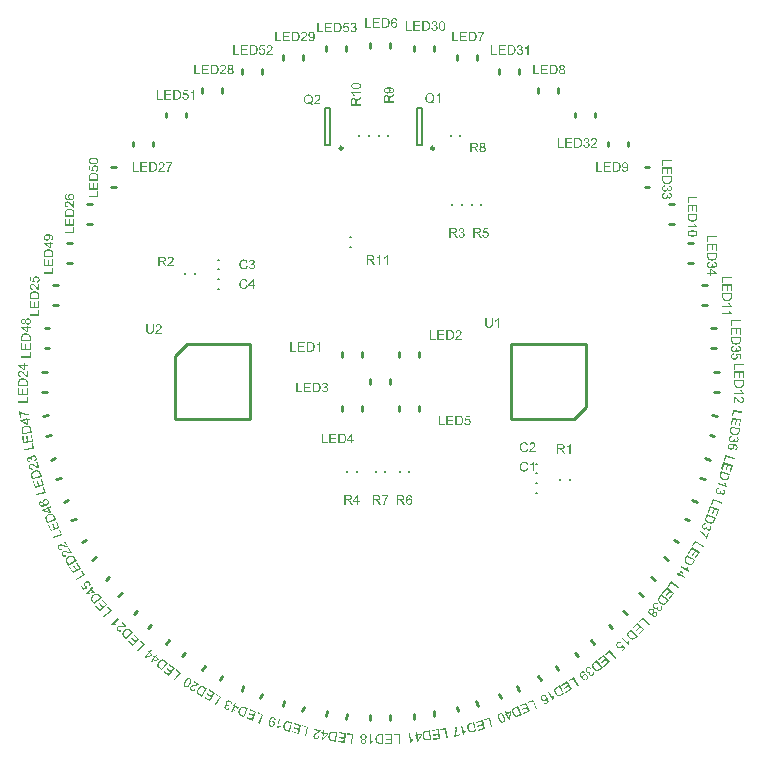
<source format=gto>
G04 Layer_Color=65535*
%FSLAX25Y25*%
%MOIN*%
G70*
G01*
G75*
%ADD69C,0.00984*%
%ADD70C,0.01000*%
%ADD71C,0.00787*%
G36*
X-117500Y1492D02*
X-117551D01*
X-117588Y1496D01*
X-117629Y1501D01*
X-117676Y1510D01*
X-117722Y1519D01*
X-117773Y1538D01*
X-117777D01*
X-117782Y1542D01*
X-117809Y1552D01*
X-117851Y1570D01*
X-117907Y1598D01*
X-117971Y1635D01*
X-118045Y1681D01*
X-118119Y1732D01*
X-118198Y1797D01*
X-118202D01*
X-118207Y1806D01*
X-118235Y1829D01*
X-118276Y1870D01*
X-118336Y1931D01*
X-118405Y2000D01*
X-118489Y2087D01*
X-118581Y2194D01*
X-118678Y2309D01*
X-118683Y2314D01*
X-118697Y2332D01*
X-118720Y2360D01*
X-118747Y2393D01*
X-118784Y2434D01*
X-118826Y2485D01*
X-118872Y2536D01*
X-118923Y2596D01*
X-119034Y2711D01*
X-119145Y2827D01*
X-119200Y2882D01*
X-119256Y2933D01*
X-119306Y2979D01*
X-119357Y3016D01*
X-119362D01*
X-119367Y3025D01*
X-119380Y3035D01*
X-119399Y3044D01*
X-119450Y3076D01*
X-119510Y3113D01*
X-119584Y3145D01*
X-119662Y3178D01*
X-119750Y3196D01*
X-119833Y3206D01*
X-119842D01*
X-119870Y3201D01*
X-119916Y3196D01*
X-119967Y3182D01*
X-120032Y3164D01*
X-120096Y3132D01*
X-120161Y3090D01*
X-120226Y3035D01*
X-120235Y3025D01*
X-120254Y3002D01*
X-120277Y2970D01*
X-120309Y2919D01*
X-120337Y2854D01*
X-120364Y2781D01*
X-120383Y2693D01*
X-120387Y2596D01*
Y2591D01*
Y2582D01*
Y2568D01*
X-120383Y2550D01*
X-120378Y2494D01*
X-120364Y2429D01*
X-120346Y2360D01*
X-120314Y2282D01*
X-120272Y2208D01*
X-120217Y2138D01*
X-120207Y2129D01*
X-120184Y2111D01*
X-120147Y2083D01*
X-120092Y2055D01*
X-120027Y2023D01*
X-119944Y1995D01*
X-119852Y1977D01*
X-119745Y1967D01*
X-119787Y1565D01*
X-119791D01*
X-119805Y1570D01*
X-119828D01*
X-119861Y1575D01*
X-119898Y1584D01*
X-119939Y1593D01*
X-119990Y1607D01*
X-120041Y1621D01*
X-120152Y1658D01*
X-120263Y1713D01*
X-120318Y1746D01*
X-120374Y1787D01*
X-120424Y1829D01*
X-120471Y1875D01*
X-120475Y1880D01*
X-120480Y1889D01*
X-120494Y1903D01*
X-120508Y1926D01*
X-120526Y1954D01*
X-120545Y1986D01*
X-120568Y2023D01*
X-120591Y2069D01*
X-120614Y2120D01*
X-120637Y2175D01*
X-120656Y2235D01*
X-120674Y2300D01*
X-120688Y2369D01*
X-120702Y2443D01*
X-120706Y2522D01*
X-120711Y2605D01*
Y2610D01*
Y2623D01*
Y2651D01*
X-120706Y2684D01*
X-120702Y2720D01*
X-120697Y2767D01*
X-120688Y2818D01*
X-120679Y2868D01*
X-120646Y2988D01*
X-120600Y3109D01*
X-120572Y3169D01*
X-120540Y3229D01*
X-120498Y3284D01*
X-120452Y3335D01*
X-120448Y3340D01*
X-120443Y3349D01*
X-120424Y3358D01*
X-120406Y3376D01*
X-120383Y3400D01*
X-120351Y3423D01*
X-120318Y3446D01*
X-120277Y3474D01*
X-120189Y3520D01*
X-120078Y3566D01*
X-120022Y3584D01*
X-119958Y3594D01*
X-119893Y3603D01*
X-119824Y3607D01*
X-119791D01*
X-119755Y3603D01*
X-119704Y3598D01*
X-119648Y3589D01*
X-119584Y3571D01*
X-119514Y3552D01*
X-119445Y3524D01*
X-119436Y3520D01*
X-119413Y3511D01*
X-119376Y3492D01*
X-119325Y3464D01*
X-119270Y3427D01*
X-119200Y3381D01*
X-119131Y3326D01*
X-119052Y3261D01*
X-119043Y3252D01*
X-119015Y3229D01*
X-118992Y3206D01*
X-118969Y3182D01*
X-118941Y3155D01*
X-118904Y3118D01*
X-118868Y3081D01*
X-118826Y3035D01*
X-118780Y2988D01*
X-118729Y2933D01*
X-118678Y2873D01*
X-118618Y2808D01*
X-118558Y2734D01*
X-118493Y2660D01*
X-118489Y2656D01*
X-118479Y2647D01*
X-118466Y2628D01*
X-118447Y2605D01*
X-118419Y2577D01*
X-118392Y2545D01*
X-118332Y2471D01*
X-118262Y2393D01*
X-118193Y2318D01*
X-118133Y2254D01*
X-118110Y2226D01*
X-118087Y2203D01*
X-118082Y2198D01*
X-118068Y2185D01*
X-118050Y2166D01*
X-118022Y2143D01*
X-117990Y2120D01*
X-117957Y2092D01*
X-117879Y2037D01*
Y3612D01*
X-117500D01*
Y1492D01*
D02*
G37*
G36*
X-119020Y1122D02*
X-118983D01*
X-118895Y1117D01*
X-118794Y1103D01*
X-118687Y1090D01*
X-118577Y1067D01*
X-118466Y1039D01*
X-118461D01*
X-118452Y1034D01*
X-118438Y1030D01*
X-118419Y1025D01*
X-118369Y1006D01*
X-118304Y979D01*
X-118230Y951D01*
X-118156Y914D01*
X-118078Y868D01*
X-118004Y822D01*
X-117994Y817D01*
X-117971Y799D01*
X-117939Y771D01*
X-117897Y734D01*
X-117851Y692D01*
X-117805Y642D01*
X-117754Y591D01*
X-117712Y531D01*
X-117708Y521D01*
X-117694Y503D01*
X-117676Y471D01*
X-117652Y424D01*
X-117625Y369D01*
X-117602Y304D01*
X-117574Y230D01*
X-117551Y147D01*
Y143D01*
Y138D01*
X-117546Y124D01*
X-117542Y110D01*
X-117537Y64D01*
X-117528Y-1D01*
X-117518Y-75D01*
X-117509Y-162D01*
X-117505Y-259D01*
X-117500Y-366D01*
Y-1516D01*
X-120697D01*
Y-416D01*
Y-412D01*
Y-398D01*
Y-380D01*
Y-356D01*
Y-324D01*
Y-287D01*
X-120692Y-204D01*
X-120688Y-112D01*
X-120679Y-19D01*
X-120665Y73D01*
X-120651Y152D01*
Y156D01*
X-120646Y166D01*
Y180D01*
X-120637Y198D01*
X-120623Y249D01*
X-120600Y313D01*
X-120568Y387D01*
X-120526Y466D01*
X-120480Y544D01*
X-120420Y618D01*
X-120415Y623D01*
X-120411Y628D01*
X-120397Y642D01*
X-120383Y660D01*
X-120337Y706D01*
X-120272Y762D01*
X-120194Y822D01*
X-120101Y886D01*
X-119995Y946D01*
X-119875Y997D01*
X-119870D01*
X-119861Y1002D01*
X-119842Y1011D01*
X-119815Y1016D01*
X-119782Y1030D01*
X-119745Y1039D01*
X-119704Y1048D01*
X-119653Y1062D01*
X-119602Y1076D01*
X-119542Y1085D01*
X-119413Y1108D01*
X-119270Y1122D01*
X-119112Y1127D01*
X-119052D01*
X-119020Y1122D01*
D02*
G37*
G36*
X-118267Y5682D02*
X-117500D01*
Y5289D01*
X-118267D01*
Y3899D01*
X-118627D01*
X-120697Y5363D01*
Y5682D01*
X-118627D01*
Y6116D01*
X-118267D01*
Y5682D01*
D02*
G37*
G36*
X-113609Y24509D02*
X-116806D01*
Y26823D01*
X-116427D01*
Y24934D01*
X-115452D01*
Y26703D01*
X-115073D01*
Y24934D01*
X-113988D01*
Y26897D01*
X-113609D01*
Y24509D01*
D02*
G37*
G36*
Y22000D02*
X-116806D01*
Y22425D01*
X-113988D01*
Y24001D01*
X-113609D01*
Y22000D01*
D02*
G37*
G36*
X-117500Y-4491D02*
X-120697D01*
Y-2177D01*
X-120318D01*
Y-4066D01*
X-119343D01*
Y-2297D01*
X-118965D01*
Y-4066D01*
X-117879D01*
Y-2103D01*
X-117500D01*
Y-4491D01*
D02*
G37*
G36*
X-114499Y-29486D02*
X-114484Y-29487D01*
X-114465Y-29487D01*
X-114411Y-29491D01*
X-114341Y-29501D01*
X-114263Y-29509D01*
X-114182Y-29525D01*
X-114094Y-29550D01*
X-114011Y-29575D01*
X-114001Y-29577D01*
X-113974Y-29589D01*
X-113935Y-29607D01*
X-113885Y-29632D01*
X-113830Y-29661D01*
X-113772Y-29698D01*
X-113710Y-29734D01*
X-113654Y-29781D01*
X-113647Y-29789D01*
X-113629Y-29803D01*
X-113603Y-29829D01*
X-113569Y-29868D01*
X-113528Y-29915D01*
X-113489Y-29971D01*
X-113443Y-30035D01*
X-113399Y-30110D01*
X-113398Y-30114D01*
X-113397Y-30119D01*
X-113389Y-30131D01*
X-113380Y-30143D01*
X-113364Y-30186D01*
X-113338Y-30246D01*
X-113310Y-30315D01*
X-113279Y-30398D01*
X-113249Y-30490D01*
X-113217Y-30592D01*
X-112919Y-31703D01*
X-116007Y-32530D01*
X-116292Y-31468D01*
X-116293Y-31464D01*
X-116297Y-31450D01*
X-116302Y-31433D01*
X-116308Y-31410D01*
X-116316Y-31379D01*
X-116325Y-31343D01*
X-116343Y-31262D01*
X-116362Y-31171D01*
X-116377Y-31080D01*
X-116388Y-30987D01*
X-116394Y-30907D01*
X-116396Y-30903D01*
X-116394Y-30893D01*
X-116397Y-30880D01*
X-116393Y-30859D01*
X-116393Y-30806D01*
X-116387Y-30738D01*
X-116375Y-30658D01*
X-116355Y-30572D01*
X-116331Y-30484D01*
X-116292Y-30397D01*
X-116289Y-30391D01*
X-116286Y-30386D01*
X-116276Y-30369D01*
X-116267Y-30347D01*
X-116235Y-30291D01*
X-116186Y-30220D01*
X-116126Y-30142D01*
X-116054Y-30056D01*
X-115966Y-29970D01*
X-115864Y-29890D01*
X-115859Y-29889D01*
X-115851Y-29882D01*
X-115836Y-29868D01*
X-115810Y-29857D01*
X-115783Y-29835D01*
X-115749Y-29816D01*
X-115712Y-29797D01*
X-115666Y-29770D01*
X-115621Y-29743D01*
X-115565Y-29719D01*
X-115446Y-29663D01*
X-115311Y-29613D01*
X-115161Y-29568D01*
X-115156Y-29566D01*
X-115147Y-29564D01*
X-115125Y-29558D01*
X-115103Y-29552D01*
X-115070Y-29548D01*
X-115035Y-29539D01*
X-114949Y-29520D01*
X-114847Y-29507D01*
X-114741Y-29493D01*
X-114628Y-29487D01*
X-114513Y-29485D01*
X-114509Y-29484D01*
X-114499Y-29486D01*
D02*
G37*
G36*
X-112149Y-34577D02*
X-115237Y-35404D01*
X-115837Y-33169D01*
X-115471Y-33070D01*
X-114981Y-34896D01*
X-114040Y-34643D01*
X-114498Y-32934D01*
X-114132Y-32836D01*
X-113674Y-34545D01*
X-112625Y-34264D01*
X-113133Y-32368D01*
X-112768Y-32270D01*
X-112149Y-34577D01*
D02*
G37*
G36*
X-113698Y-28798D02*
X-113702Y-28799D01*
X-113720Y-28804D01*
X-113747Y-28811D01*
X-113784Y-28816D01*
X-113825Y-28822D01*
X-113872Y-28825D01*
X-113919Y-28828D01*
X-113973Y-28824D01*
X-113978Y-28825D01*
X-113983Y-28822D01*
X-114012Y-28820D01*
X-114057Y-28813D01*
X-114118Y-28800D01*
X-114190Y-28781D01*
X-114273Y-28756D01*
X-114358Y-28726D01*
X-114451Y-28684D01*
X-114455Y-28685D01*
X-114462Y-28677D01*
X-114495Y-28662D01*
X-114546Y-28633D01*
X-114619Y-28590D01*
X-114704Y-28541D01*
X-114807Y-28478D01*
X-114924Y-28399D01*
X-115047Y-28313D01*
X-115053Y-28310D01*
X-115071Y-28295D01*
X-115101Y-28275D01*
X-115136Y-28250D01*
X-115182Y-28220D01*
X-115236Y-28181D01*
X-115293Y-28144D01*
X-115358Y-28100D01*
X-115495Y-28017D01*
X-115632Y-27934D01*
X-115700Y-27895D01*
X-115767Y-27860D01*
X-115828Y-27828D01*
X-115886Y-27806D01*
X-115891Y-27807D01*
X-115898Y-27799D01*
X-115913Y-27794D01*
X-115934Y-27790D01*
X-115991Y-27772D01*
X-116059Y-27752D01*
X-116139Y-27740D01*
X-116223Y-27729D01*
X-116312Y-27733D01*
X-116395Y-27746D01*
X-116400Y-27747D01*
X-116404Y-27748D01*
X-116429Y-27760D01*
X-116473Y-27777D01*
X-116518Y-27803D01*
X-116576Y-27838D01*
X-116630Y-27886D01*
X-116682Y-27942D01*
X-116730Y-28013D01*
X-116737Y-28024D01*
X-116748Y-28051D01*
X-116762Y-28088D01*
X-116780Y-28146D01*
X-116790Y-28216D01*
X-116798Y-28294D01*
X-116793Y-28384D01*
X-116773Y-28479D01*
X-116771Y-28483D01*
X-116769Y-28492D01*
X-116765Y-28505D01*
X-116756Y-28522D01*
X-116737Y-28574D01*
X-116707Y-28633D01*
X-116672Y-28695D01*
X-116620Y-28763D01*
X-116561Y-28824D01*
X-116489Y-28876D01*
X-116478Y-28883D01*
X-116451Y-28894D01*
X-116408Y-28912D01*
X-116347Y-28924D01*
X-116276Y-28939D01*
X-116189Y-28944D01*
X-116095Y-28938D01*
X-115990Y-28919D01*
X-115926Y-29318D01*
X-115930Y-29320D01*
X-115945Y-29319D01*
X-115967Y-29325D01*
X-116000Y-29329D01*
X-116038Y-29329D01*
X-116080Y-29331D01*
X-116133Y-29331D01*
X-116186Y-29331D01*
X-116302Y-29324D01*
X-116424Y-29299D01*
X-116486Y-29282D01*
X-116550Y-29256D01*
X-116610Y-29229D01*
X-116666Y-29196D01*
X-116672Y-29193D01*
X-116679Y-29185D01*
X-116696Y-29175D01*
X-116715Y-29157D01*
X-116740Y-29135D01*
X-116767Y-29108D01*
X-116798Y-29079D01*
X-116833Y-29040D01*
X-116868Y-28997D01*
X-116905Y-28949D01*
X-116938Y-28896D01*
X-116973Y-28838D01*
X-117004Y-28775D01*
X-117037Y-28707D01*
X-117061Y-28633D01*
X-117087Y-28553D01*
X-117089Y-28549D01*
X-117092Y-28536D01*
X-117099Y-28509D01*
X-117103Y-28476D01*
X-117108Y-28439D01*
X-117116Y-28394D01*
X-117120Y-28342D01*
X-117124Y-28291D01*
X-117124Y-28166D01*
X-117111Y-28038D01*
X-117099Y-27973D01*
X-117084Y-27907D01*
X-117058Y-27842D01*
X-117026Y-27781D01*
X-117023Y-27776D01*
X-117021Y-27766D01*
X-117006Y-27752D01*
X-116993Y-27729D01*
X-116976Y-27701D01*
X-116951Y-27670D01*
X-116926Y-27639D01*
X-116893Y-27602D01*
X-116820Y-27535D01*
X-116725Y-27461D01*
X-116676Y-27429D01*
X-116616Y-27403D01*
X-116556Y-27378D01*
X-116490Y-27355D01*
X-116481Y-27353D01*
X-116459Y-27347D01*
X-116422Y-27342D01*
X-116372Y-27333D01*
X-116316Y-27328D01*
X-116249Y-27329D01*
X-116177Y-27329D01*
X-116103Y-27338D01*
X-116093Y-27340D01*
X-116068Y-27343D01*
X-116027Y-27351D01*
X-115971Y-27365D01*
X-115908Y-27386D01*
X-115829Y-27413D01*
X-115748Y-27448D01*
X-115655Y-27490D01*
X-115644Y-27497D01*
X-115611Y-27512D01*
X-115583Y-27528D01*
X-115554Y-27545D01*
X-115521Y-27564D01*
X-115475Y-27591D01*
X-115430Y-27617D01*
X-115378Y-27650D01*
X-115321Y-27683D01*
X-115258Y-27724D01*
X-115193Y-27768D01*
X-115119Y-27815D01*
X-115041Y-27871D01*
X-114960Y-27926D01*
X-114954Y-27929D01*
X-114943Y-27936D01*
X-114925Y-27950D01*
X-114901Y-27967D01*
X-114867Y-27987D01*
X-114832Y-28011D01*
X-114754Y-28067D01*
X-114667Y-28125D01*
X-114581Y-28178D01*
X-114506Y-28225D01*
X-114477Y-28246D01*
X-114449Y-28262D01*
X-114443Y-28266D01*
X-114426Y-28275D01*
X-114403Y-28288D01*
X-114371Y-28304D01*
X-114333Y-28318D01*
X-114295Y-28336D01*
X-114205Y-28369D01*
X-114613Y-26847D01*
X-114247Y-26750D01*
X-113698Y-28798D01*
D02*
G37*
G36*
X-117500Y-7000D02*
X-120697D01*
Y-6575D01*
X-117879D01*
Y-5000D01*
X-117500D01*
Y-7000D01*
D02*
G37*
G36*
X-115446Y-24541D02*
X-115381Y-24552D01*
X-115320Y-24564D01*
X-115252Y-24584D01*
X-115184Y-24609D01*
X-115114Y-24638D01*
X-115046Y-24677D01*
X-115040Y-24681D01*
X-115029Y-24687D01*
X-115011Y-24701D01*
X-114987Y-24719D01*
X-114957Y-24740D01*
X-114925Y-24769D01*
X-114888Y-24802D01*
X-114852Y-24846D01*
X-114813Y-24888D01*
X-114770Y-24938D01*
X-114732Y-24990D01*
X-114692Y-25051D01*
X-114655Y-25118D01*
X-114621Y-25190D01*
X-114592Y-25264D01*
X-114565Y-25347D01*
X-114564Y-25352D01*
X-114560Y-25365D01*
X-114554Y-25387D01*
X-114551Y-25415D01*
X-114546Y-25452D01*
X-114540Y-25494D01*
X-114537Y-25541D01*
X-114533Y-25592D01*
X-114531Y-25706D01*
X-114546Y-25830D01*
X-114557Y-25895D01*
X-114574Y-25957D01*
X-114600Y-26021D01*
X-114625Y-26086D01*
X-114629Y-26091D01*
X-114635Y-26103D01*
X-114645Y-26120D01*
X-114659Y-26138D01*
X-114676Y-26166D01*
X-114701Y-26197D01*
X-114725Y-26232D01*
X-114758Y-26270D01*
X-114795Y-26308D01*
X-114833Y-26347D01*
X-114927Y-26425D01*
X-115041Y-26498D01*
X-115104Y-26530D01*
X-115173Y-26558D01*
X-115324Y-26192D01*
X-115320Y-26190D01*
X-115312Y-26184D01*
X-115295Y-26174D01*
X-115274Y-26164D01*
X-115249Y-26152D01*
X-115220Y-26135D01*
X-115159Y-26095D01*
X-115087Y-26042D01*
X-115022Y-25981D01*
X-114962Y-25918D01*
X-114914Y-25847D01*
X-114912Y-25837D01*
X-114899Y-25815D01*
X-114886Y-25773D01*
X-114876Y-25722D01*
X-114863Y-25662D01*
X-114859Y-25589D01*
X-114862Y-25508D01*
X-114878Y-25427D01*
X-114880Y-25422D01*
X-114882Y-25413D01*
X-114886Y-25400D01*
X-114895Y-25383D01*
X-114913Y-25335D01*
X-114943Y-25276D01*
X-114984Y-25211D01*
X-115036Y-25143D01*
X-115101Y-25079D01*
X-115182Y-25025D01*
X-115194Y-25018D01*
X-115226Y-25003D01*
X-115274Y-24987D01*
X-115337Y-24966D01*
X-115413Y-24948D01*
X-115496Y-24941D01*
X-115592Y-24943D01*
X-115692Y-24961D01*
X-115697Y-24962D01*
X-115706Y-24964D01*
X-115719Y-24968D01*
X-115736Y-24977D01*
X-115783Y-24995D01*
X-115838Y-25023D01*
X-115904Y-25060D01*
X-115968Y-25111D01*
X-116027Y-25175D01*
X-116078Y-25251D01*
X-116085Y-25262D01*
X-116097Y-25289D01*
X-116114Y-25332D01*
X-116132Y-25389D01*
X-116147Y-25460D01*
X-116153Y-25543D01*
X-116148Y-25633D01*
X-116132Y-25729D01*
X-116131Y-25733D01*
X-116127Y-25747D01*
X-116121Y-25769D01*
X-116108Y-25799D01*
X-116093Y-25838D01*
X-116072Y-25880D01*
X-116049Y-25931D01*
X-116020Y-25986D01*
X-116367Y-26031D01*
X-116368Y-26026D01*
X-116373Y-26009D01*
X-116373Y-25990D01*
X-116378Y-25972D01*
X-116379Y-25967D01*
X-116380Y-25963D01*
X-116384Y-25949D01*
X-116388Y-25932D01*
X-116411Y-25885D01*
X-116435Y-25829D01*
X-116466Y-25766D01*
X-116509Y-25696D01*
X-116559Y-25633D01*
X-116620Y-25568D01*
X-116621Y-25563D01*
X-116627Y-25560D01*
X-116651Y-25543D01*
X-116690Y-25520D01*
X-116740Y-25495D01*
X-116807Y-25475D01*
X-116883Y-25461D01*
X-116965Y-25459D01*
X-117012Y-25462D01*
X-117061Y-25475D01*
X-117065Y-25477D01*
X-117070Y-25478D01*
X-117096Y-25485D01*
X-117130Y-25504D01*
X-117176Y-25526D01*
X-117225Y-25558D01*
X-117277Y-25596D01*
X-117326Y-25647D01*
X-117366Y-25710D01*
X-117369Y-25716D01*
X-117381Y-25743D01*
X-117395Y-25780D01*
X-117411Y-25828D01*
X-117419Y-25887D01*
X-117425Y-25956D01*
X-117423Y-26032D01*
X-117406Y-26113D01*
X-117405Y-26118D01*
X-117404Y-26122D01*
X-117397Y-26149D01*
X-117377Y-26187D01*
X-117354Y-26238D01*
X-117321Y-26291D01*
X-117283Y-26343D01*
X-117230Y-26396D01*
X-117170Y-26442D01*
X-117164Y-26445D01*
X-117137Y-26457D01*
X-117099Y-26476D01*
X-117046Y-26495D01*
X-116980Y-26511D01*
X-116900Y-26523D01*
X-116808Y-26527D01*
X-116705Y-26518D01*
X-116670Y-26916D01*
X-116674Y-26917D01*
X-116689Y-26916D01*
X-116708Y-26916D01*
X-116736Y-26919D01*
X-116770Y-26919D01*
X-116809Y-26915D01*
X-116901Y-26911D01*
X-117011Y-26892D01*
X-117124Y-26865D01*
X-117235Y-26823D01*
X-117343Y-26761D01*
X-117349Y-26758D01*
X-117355Y-26750D01*
X-117368Y-26739D01*
X-117386Y-26725D01*
X-117410Y-26707D01*
X-117436Y-26681D01*
X-117462Y-26654D01*
X-117495Y-26620D01*
X-117555Y-26541D01*
X-117618Y-26448D01*
X-117673Y-26333D01*
X-117699Y-26273D01*
X-117716Y-26206D01*
X-117718Y-26202D01*
X-117720Y-26193D01*
X-117724Y-26179D01*
X-117728Y-26161D01*
X-117737Y-26111D01*
X-117744Y-26051D01*
X-117749Y-25976D01*
X-117749Y-25889D01*
X-117743Y-25802D01*
X-117729Y-25712D01*
X-117730Y-25708D01*
X-117727Y-25702D01*
X-117721Y-25671D01*
X-117705Y-25624D01*
X-117686Y-25571D01*
X-117655Y-25506D01*
X-117621Y-25439D01*
X-117577Y-25370D01*
X-117522Y-25307D01*
X-117514Y-25300D01*
X-117496Y-25281D01*
X-117460Y-25253D01*
X-117417Y-25217D01*
X-117365Y-25179D01*
X-117303Y-25143D01*
X-117230Y-25110D01*
X-117156Y-25085D01*
X-117147Y-25082D01*
X-117120Y-25075D01*
X-117083Y-25070D01*
X-117032Y-25066D01*
X-116970Y-25064D01*
X-116902Y-25069D01*
X-116832Y-25079D01*
X-116760Y-25098D01*
X-116750Y-25100D01*
X-116728Y-25109D01*
X-116690Y-25128D01*
X-116645Y-25154D01*
X-116593Y-25188D01*
X-116534Y-25229D01*
X-116477Y-25281D01*
X-116416Y-25346D01*
X-116418Y-25341D01*
X-116416Y-25331D01*
X-116415Y-25317D01*
X-116415Y-25298D01*
X-116410Y-25244D01*
X-116400Y-25174D01*
X-116384Y-25093D01*
X-116358Y-25010D01*
X-116318Y-24927D01*
X-116268Y-24847D01*
X-116260Y-24840D01*
X-116238Y-24815D01*
X-116201Y-24776D01*
X-116150Y-24734D01*
X-116086Y-24688D01*
X-116008Y-24639D01*
X-115915Y-24595D01*
X-115809Y-24561D01*
X-115804Y-24560D01*
X-115791Y-24556D01*
X-115769Y-24551D01*
X-115741Y-24548D01*
X-115704Y-24543D01*
X-115661Y-24541D01*
X-115614Y-24538D01*
X-115563Y-24534D01*
X-115446Y-24541D01*
D02*
G37*
G36*
X-102956Y62625D02*
X-102929D01*
X-102855Y62612D01*
X-102767Y62598D01*
X-102674Y62575D01*
X-102573Y62542D01*
X-102476Y62496D01*
X-102471D01*
X-102467Y62491D01*
X-102453Y62482D01*
X-102434Y62473D01*
X-102388Y62445D01*
X-102328Y62404D01*
X-102263Y62353D01*
X-102199Y62293D01*
X-102134Y62219D01*
X-102078Y62140D01*
Y62136D01*
X-102074Y62131D01*
X-102065Y62117D01*
X-102060Y62099D01*
X-102037Y62053D01*
X-102014Y61993D01*
X-101986Y61914D01*
X-101968Y61826D01*
X-101949Y61729D01*
X-101945Y61623D01*
Y61618D01*
Y61600D01*
X-101949Y61577D01*
Y61540D01*
X-101954Y61498D01*
X-101963Y61452D01*
X-101977Y61396D01*
X-101991Y61341D01*
X-102009Y61276D01*
X-102032Y61212D01*
X-102060Y61147D01*
X-102097Y61078D01*
X-102139Y61013D01*
X-102185Y60948D01*
X-102240Y60884D01*
X-102305Y60824D01*
X-102310Y60819D01*
X-102323Y60810D01*
X-102342Y60796D01*
X-102374Y60777D01*
X-102416Y60750D01*
X-102462Y60727D01*
X-102522Y60699D01*
X-102587Y60671D01*
X-102665Y60639D01*
X-102753Y60611D01*
X-102850Y60588D01*
X-102956Y60565D01*
X-103077Y60542D01*
X-103206Y60528D01*
X-103344Y60519D01*
X-103492Y60514D01*
X-103534D01*
X-103580Y60519D01*
X-103645D01*
X-103719Y60523D01*
X-103806Y60533D01*
X-103903Y60542D01*
X-104010Y60556D01*
X-104116Y60574D01*
X-104232Y60597D01*
X-104342Y60625D01*
X-104453Y60657D01*
X-104560Y60699D01*
X-104661Y60745D01*
X-104758Y60796D01*
X-104841Y60856D01*
X-104846Y60861D01*
X-104855Y60870D01*
X-104874Y60888D01*
X-104901Y60911D01*
X-104929Y60939D01*
X-104957Y60976D01*
X-104994Y61022D01*
X-105026Y61068D01*
X-105058Y61124D01*
X-105095Y61184D01*
X-105123Y61253D01*
X-105156Y61323D01*
X-105179Y61401D01*
X-105197Y61484D01*
X-105206Y61572D01*
X-105211Y61664D01*
Y61669D01*
Y61683D01*
Y61701D01*
X-105206Y61729D01*
Y61761D01*
X-105202Y61798D01*
X-105183Y61886D01*
X-105160Y61983D01*
X-105123Y62085D01*
X-105068Y62186D01*
X-105035Y62237D01*
X-104998Y62283D01*
X-104994Y62288D01*
X-104989Y62293D01*
X-104975Y62307D01*
X-104961Y62321D01*
X-104938Y62344D01*
X-104911Y62362D01*
X-104846Y62413D01*
X-104763Y62464D01*
X-104661Y62510D01*
X-104546Y62551D01*
X-104416Y62579D01*
X-104384Y62186D01*
X-104388D01*
X-104393Y62182D01*
X-104421Y62177D01*
X-104463Y62163D01*
X-104513Y62145D01*
X-104569Y62126D01*
X-104624Y62099D01*
X-104675Y62066D01*
X-104717Y62034D01*
X-104726Y62025D01*
X-104744Y62006D01*
X-104772Y61974D01*
X-104804Y61928D01*
X-104832Y61868D01*
X-104860Y61803D01*
X-104878Y61725D01*
X-104887Y61641D01*
Y61632D01*
Y61609D01*
X-104883Y61572D01*
X-104874Y61531D01*
X-104860Y61475D01*
X-104841Y61420D01*
X-104818Y61364D01*
X-104781Y61309D01*
X-104777Y61300D01*
X-104758Y61276D01*
X-104726Y61244D01*
X-104680Y61203D01*
X-104624Y61156D01*
X-104560Y61105D01*
X-104476Y61059D01*
X-104384Y61013D01*
X-104379D01*
X-104370Y61008D01*
X-104356Y61004D01*
X-104338Y60995D01*
X-104310Y60990D01*
X-104278Y60981D01*
X-104241Y60971D01*
X-104194Y60962D01*
X-104144Y60948D01*
X-104088Y60939D01*
X-104028Y60930D01*
X-103963Y60925D01*
X-103890Y60916D01*
X-103816Y60911D01*
X-103733Y60907D01*
X-103649D01*
X-103654Y60911D01*
X-103682Y60930D01*
X-103719Y60962D01*
X-103765Y61004D01*
X-103820Y61050D01*
X-103871Y61110D01*
X-103922Y61175D01*
X-103968Y61249D01*
Y61253D01*
X-103973Y61258D01*
X-103987Y61286D01*
X-104000Y61327D01*
X-104024Y61383D01*
X-104042Y61447D01*
X-104056Y61521D01*
X-104070Y61600D01*
X-104074Y61683D01*
Y61688D01*
Y61701D01*
Y61720D01*
X-104070Y61748D01*
X-104065Y61785D01*
X-104060Y61822D01*
X-104051Y61868D01*
X-104037Y61914D01*
X-104005Y62020D01*
X-103982Y62076D01*
X-103950Y62131D01*
X-103917Y62186D01*
X-103880Y62247D01*
X-103834Y62302D01*
X-103783Y62353D01*
X-103779Y62357D01*
X-103770Y62367D01*
X-103756Y62381D01*
X-103733Y62394D01*
X-103700Y62418D01*
X-103668Y62441D01*
X-103626Y62464D01*
X-103580Y62491D01*
X-103529Y62519D01*
X-103474Y62542D01*
X-103409Y62565D01*
X-103344Y62589D01*
X-103275Y62602D01*
X-103197Y62616D01*
X-103118Y62625D01*
X-103035Y62630D01*
X-102984D01*
X-102956Y62625D01*
D02*
G37*
G36*
X-102000Y57992D02*
X-102051D01*
X-102088Y57996D01*
X-102129Y58001D01*
X-102176Y58010D01*
X-102222Y58019D01*
X-102273Y58038D01*
X-102277D01*
X-102282Y58042D01*
X-102310Y58052D01*
X-102351Y58070D01*
X-102407Y58098D01*
X-102471Y58135D01*
X-102545Y58181D01*
X-102619Y58232D01*
X-102698Y58297D01*
X-102702D01*
X-102707Y58306D01*
X-102735Y58329D01*
X-102776Y58370D01*
X-102836Y58430D01*
X-102905Y58500D01*
X-102989Y58587D01*
X-103081Y58694D01*
X-103178Y58809D01*
X-103183Y58814D01*
X-103197Y58832D01*
X-103220Y58860D01*
X-103247Y58893D01*
X-103284Y58934D01*
X-103326Y58985D01*
X-103372Y59036D01*
X-103423Y59096D01*
X-103534Y59211D01*
X-103645Y59327D01*
X-103700Y59382D01*
X-103756Y59433D01*
X-103806Y59479D01*
X-103857Y59516D01*
X-103862D01*
X-103867Y59525D01*
X-103880Y59535D01*
X-103899Y59544D01*
X-103950Y59576D01*
X-104010Y59613D01*
X-104084Y59645D01*
X-104162Y59678D01*
X-104250Y59696D01*
X-104333Y59706D01*
X-104342D01*
X-104370Y59701D01*
X-104416Y59696D01*
X-104467Y59683D01*
X-104532Y59664D01*
X-104596Y59632D01*
X-104661Y59590D01*
X-104726Y59535D01*
X-104735Y59525D01*
X-104753Y59502D01*
X-104777Y59470D01*
X-104809Y59419D01*
X-104837Y59355D01*
X-104864Y59281D01*
X-104883Y59193D01*
X-104887Y59096D01*
Y59091D01*
Y59082D01*
Y59068D01*
X-104883Y59049D01*
X-104878Y58994D01*
X-104864Y58929D01*
X-104846Y58860D01*
X-104814Y58782D01*
X-104772Y58708D01*
X-104717Y58638D01*
X-104707Y58629D01*
X-104684Y58611D01*
X-104647Y58583D01*
X-104592Y58555D01*
X-104527Y58523D01*
X-104444Y58495D01*
X-104352Y58477D01*
X-104245Y58467D01*
X-104287Y58065D01*
X-104291D01*
X-104305Y58070D01*
X-104329D01*
X-104361Y58075D01*
X-104398Y58084D01*
X-104439Y58093D01*
X-104490Y58107D01*
X-104541Y58121D01*
X-104652Y58158D01*
X-104763Y58213D01*
X-104818Y58246D01*
X-104874Y58287D01*
X-104924Y58329D01*
X-104971Y58375D01*
X-104975Y58380D01*
X-104980Y58389D01*
X-104994Y58403D01*
X-105008Y58426D01*
X-105026Y58454D01*
X-105045Y58486D01*
X-105068Y58523D01*
X-105091Y58569D01*
X-105114Y58620D01*
X-105137Y58675D01*
X-105156Y58735D01*
X-105174Y58800D01*
X-105188Y58869D01*
X-105202Y58943D01*
X-105206Y59022D01*
X-105211Y59105D01*
Y59110D01*
Y59123D01*
Y59151D01*
X-105206Y59184D01*
X-105202Y59220D01*
X-105197Y59267D01*
X-105188Y59317D01*
X-105179Y59368D01*
X-105146Y59488D01*
X-105100Y59609D01*
X-105072Y59669D01*
X-105040Y59729D01*
X-104998Y59784D01*
X-104952Y59835D01*
X-104948Y59840D01*
X-104943Y59849D01*
X-104924Y59858D01*
X-104906Y59877D01*
X-104883Y59900D01*
X-104850Y59923D01*
X-104818Y59946D01*
X-104777Y59974D01*
X-104689Y60020D01*
X-104578Y60066D01*
X-104523Y60084D01*
X-104458Y60094D01*
X-104393Y60103D01*
X-104324Y60107D01*
X-104291D01*
X-104255Y60103D01*
X-104204Y60098D01*
X-104148Y60089D01*
X-104084Y60071D01*
X-104014Y60052D01*
X-103945Y60024D01*
X-103936Y60020D01*
X-103913Y60010D01*
X-103876Y59992D01*
X-103825Y59964D01*
X-103770Y59927D01*
X-103700Y59881D01*
X-103631Y59826D01*
X-103552Y59761D01*
X-103543Y59752D01*
X-103515Y59729D01*
X-103492Y59706D01*
X-103469Y59683D01*
X-103441Y59655D01*
X-103404Y59618D01*
X-103367Y59581D01*
X-103326Y59535D01*
X-103280Y59488D01*
X-103229Y59433D01*
X-103178Y59373D01*
X-103118Y59308D01*
X-103058Y59234D01*
X-102993Y59160D01*
X-102989Y59156D01*
X-102979Y59147D01*
X-102966Y59128D01*
X-102947Y59105D01*
X-102919Y59077D01*
X-102892Y59045D01*
X-102832Y58971D01*
X-102762Y58893D01*
X-102693Y58819D01*
X-102633Y58754D01*
X-102610Y58726D01*
X-102587Y58703D01*
X-102582Y58698D01*
X-102568Y58685D01*
X-102550Y58666D01*
X-102522Y58643D01*
X-102490Y58620D01*
X-102457Y58592D01*
X-102379Y58537D01*
Y60112D01*
X-102000D01*
Y57992D01*
D02*
G37*
G36*
X-82075Y70379D02*
X-80500D01*
Y70000D01*
X-82500D01*
Y73197D01*
X-82075D01*
Y70379D01*
D02*
G37*
G36*
X-75704Y73192D02*
X-75612Y73188D01*
X-75519Y73179D01*
X-75427Y73165D01*
X-75348Y73151D01*
X-75344D01*
X-75334Y73146D01*
X-75321D01*
X-75302Y73137D01*
X-75251Y73123D01*
X-75187Y73100D01*
X-75113Y73068D01*
X-75034Y73026D01*
X-74955Y72980D01*
X-74882Y72920D01*
X-74877Y72915D01*
X-74872Y72911D01*
X-74858Y72897D01*
X-74840Y72883D01*
X-74794Y72837D01*
X-74738Y72772D01*
X-74678Y72694D01*
X-74614Y72601D01*
X-74554Y72495D01*
X-74503Y72375D01*
Y72370D01*
X-74498Y72361D01*
X-74489Y72342D01*
X-74484Y72315D01*
X-74470Y72282D01*
X-74461Y72245D01*
X-74452Y72204D01*
X-74438Y72153D01*
X-74424Y72102D01*
X-74415Y72042D01*
X-74392Y71913D01*
X-74378Y71769D01*
X-74373Y71612D01*
Y71608D01*
Y71599D01*
Y71575D01*
Y71552D01*
X-74378Y71520D01*
Y71483D01*
X-74383Y71395D01*
X-74397Y71294D01*
X-74410Y71187D01*
X-74433Y71077D01*
X-74461Y70966D01*
Y70961D01*
X-74466Y70952D01*
X-74470Y70938D01*
X-74475Y70919D01*
X-74493Y70869D01*
X-74521Y70804D01*
X-74549Y70730D01*
X-74586Y70656D01*
X-74632Y70578D01*
X-74678Y70504D01*
X-74683Y70494D01*
X-74701Y70471D01*
X-74729Y70439D01*
X-74766Y70397D01*
X-74808Y70351D01*
X-74858Y70305D01*
X-74909Y70254D01*
X-74969Y70213D01*
X-74979Y70208D01*
X-74997Y70194D01*
X-75029Y70176D01*
X-75076Y70152D01*
X-75131Y70125D01*
X-75196Y70102D01*
X-75270Y70074D01*
X-75353Y70051D01*
X-75362D01*
X-75376Y70046D01*
X-75390Y70042D01*
X-75436Y70037D01*
X-75501Y70028D01*
X-75575Y70019D01*
X-75662Y70009D01*
X-75759Y70005D01*
X-75866Y70000D01*
X-77016D01*
Y73197D01*
X-75787D01*
X-75704Y73192D01*
D02*
G37*
G36*
X-77677Y72818D02*
X-79566D01*
Y71843D01*
X-77797D01*
Y71465D01*
X-79566D01*
Y70379D01*
X-77603D01*
Y70000D01*
X-79991D01*
Y73197D01*
X-77677D01*
Y72818D01*
D02*
G37*
G36*
X-103520Y57622D02*
X-103483D01*
X-103395Y57617D01*
X-103294Y57604D01*
X-103187Y57590D01*
X-103077Y57566D01*
X-102966Y57539D01*
X-102961D01*
X-102952Y57534D01*
X-102938Y57530D01*
X-102919Y57525D01*
X-102869Y57507D01*
X-102804Y57479D01*
X-102730Y57451D01*
X-102656Y57414D01*
X-102577Y57368D01*
X-102504Y57322D01*
X-102494Y57317D01*
X-102471Y57299D01*
X-102439Y57271D01*
X-102397Y57234D01*
X-102351Y57192D01*
X-102305Y57142D01*
X-102254Y57091D01*
X-102213Y57031D01*
X-102208Y57021D01*
X-102194Y57003D01*
X-102176Y56971D01*
X-102153Y56924D01*
X-102125Y56869D01*
X-102102Y56804D01*
X-102074Y56730D01*
X-102051Y56647D01*
Y56643D01*
Y56638D01*
X-102046Y56624D01*
X-102042Y56610D01*
X-102037Y56564D01*
X-102028Y56499D01*
X-102018Y56425D01*
X-102009Y56338D01*
X-102005Y56241D01*
X-102000Y56134D01*
Y54984D01*
X-105197D01*
Y56084D01*
Y56088D01*
Y56102D01*
Y56121D01*
Y56144D01*
Y56176D01*
Y56213D01*
X-105192Y56296D01*
X-105188Y56388D01*
X-105179Y56481D01*
X-105165Y56573D01*
X-105151Y56652D01*
Y56656D01*
X-105146Y56666D01*
Y56679D01*
X-105137Y56698D01*
X-105123Y56749D01*
X-105100Y56814D01*
X-105068Y56887D01*
X-105026Y56966D01*
X-104980Y57045D01*
X-104920Y57118D01*
X-104915Y57123D01*
X-104911Y57128D01*
X-104897Y57142D01*
X-104883Y57160D01*
X-104837Y57206D01*
X-104772Y57262D01*
X-104693Y57322D01*
X-104601Y57386D01*
X-104495Y57446D01*
X-104375Y57497D01*
X-104370D01*
X-104361Y57502D01*
X-104342Y57511D01*
X-104315Y57516D01*
X-104282Y57530D01*
X-104245Y57539D01*
X-104204Y57548D01*
X-104153Y57562D01*
X-104102Y57576D01*
X-104042Y57585D01*
X-103913Y57608D01*
X-103770Y57622D01*
X-103612Y57627D01*
X-103552D01*
X-103520Y57622D01*
D02*
G37*
G36*
X-113609Y30492D02*
X-113660D01*
X-113696Y30496D01*
X-113738Y30501D01*
X-113784Y30510D01*
X-113830Y30519D01*
X-113881Y30538D01*
X-113886D01*
X-113891Y30542D01*
X-113918Y30552D01*
X-113960Y30570D01*
X-114015Y30598D01*
X-114080Y30635D01*
X-114154Y30681D01*
X-114228Y30732D01*
X-114306Y30797D01*
X-114311D01*
X-114315Y30806D01*
X-114343Y30829D01*
X-114385Y30870D01*
X-114445Y30931D01*
X-114514Y31000D01*
X-114597Y31087D01*
X-114690Y31194D01*
X-114787Y31309D01*
X-114791Y31314D01*
X-114805Y31332D01*
X-114828Y31360D01*
X-114856Y31392D01*
X-114893Y31434D01*
X-114935Y31485D01*
X-114981Y31536D01*
X-115032Y31596D01*
X-115143Y31711D01*
X-115253Y31827D01*
X-115309Y31882D01*
X-115364Y31933D01*
X-115415Y31979D01*
X-115466Y32016D01*
X-115471D01*
X-115475Y32025D01*
X-115489Y32035D01*
X-115507Y32044D01*
X-115558Y32076D01*
X-115618Y32113D01*
X-115692Y32146D01*
X-115771Y32178D01*
X-115859Y32196D01*
X-115942Y32206D01*
X-115951D01*
X-115979Y32201D01*
X-116025Y32196D01*
X-116076Y32182D01*
X-116140Y32164D01*
X-116205Y32132D01*
X-116270Y32090D01*
X-116334Y32035D01*
X-116344Y32025D01*
X-116362Y32002D01*
X-116385Y31970D01*
X-116418Y31919D01*
X-116445Y31855D01*
X-116473Y31780D01*
X-116491Y31693D01*
X-116496Y31596D01*
Y31591D01*
Y31582D01*
Y31568D01*
X-116491Y31550D01*
X-116487Y31494D01*
X-116473Y31429D01*
X-116455Y31360D01*
X-116422Y31282D01*
X-116381Y31208D01*
X-116325Y31138D01*
X-116316Y31129D01*
X-116293Y31111D01*
X-116256Y31083D01*
X-116200Y31055D01*
X-116136Y31023D01*
X-116053Y30995D01*
X-115960Y30977D01*
X-115854Y30967D01*
X-115896Y30566D01*
X-115900D01*
X-115914Y30570D01*
X-115937D01*
X-115970Y30575D01*
X-116006Y30584D01*
X-116048Y30593D01*
X-116099Y30607D01*
X-116150Y30621D01*
X-116261Y30658D01*
X-116371Y30713D01*
X-116427Y30746D01*
X-116482Y30787D01*
X-116533Y30829D01*
X-116579Y30875D01*
X-116584Y30880D01*
X-116589Y30889D01*
X-116602Y30903D01*
X-116616Y30926D01*
X-116635Y30954D01*
X-116653Y30986D01*
X-116676Y31023D01*
X-116699Y31069D01*
X-116723Y31120D01*
X-116746Y31175D01*
X-116764Y31235D01*
X-116783Y31300D01*
X-116797Y31369D01*
X-116810Y31443D01*
X-116815Y31522D01*
X-116820Y31605D01*
Y31610D01*
Y31624D01*
Y31651D01*
X-116815Y31683D01*
X-116810Y31721D01*
X-116806Y31767D01*
X-116797Y31817D01*
X-116787Y31868D01*
X-116755Y31988D01*
X-116709Y32109D01*
X-116681Y32169D01*
X-116649Y32229D01*
X-116607Y32284D01*
X-116561Y32335D01*
X-116556Y32340D01*
X-116552Y32349D01*
X-116533Y32358D01*
X-116515Y32377D01*
X-116491Y32400D01*
X-116459Y32423D01*
X-116427Y32446D01*
X-116385Y32473D01*
X-116297Y32520D01*
X-116187Y32566D01*
X-116131Y32584D01*
X-116067Y32594D01*
X-116002Y32603D01*
X-115933Y32607D01*
X-115900D01*
X-115863Y32603D01*
X-115812Y32598D01*
X-115757Y32589D01*
X-115692Y32571D01*
X-115623Y32552D01*
X-115554Y32524D01*
X-115544Y32520D01*
X-115521Y32511D01*
X-115484Y32492D01*
X-115434Y32464D01*
X-115378Y32427D01*
X-115309Y32381D01*
X-115240Y32326D01*
X-115161Y32261D01*
X-115152Y32252D01*
X-115124Y32229D01*
X-115101Y32206D01*
X-115078Y32182D01*
X-115050Y32155D01*
X-115013Y32118D01*
X-114976Y32081D01*
X-114935Y32035D01*
X-114888Y31988D01*
X-114838Y31933D01*
X-114787Y31873D01*
X-114727Y31808D01*
X-114667Y31734D01*
X-114602Y31660D01*
X-114597Y31656D01*
X-114588Y31647D01*
X-114574Y31628D01*
X-114556Y31605D01*
X-114528Y31577D01*
X-114500Y31545D01*
X-114440Y31471D01*
X-114371Y31392D01*
X-114302Y31319D01*
X-114242Y31254D01*
X-114218Y31226D01*
X-114195Y31203D01*
X-114191Y31198D01*
X-114177Y31185D01*
X-114158Y31166D01*
X-114131Y31143D01*
X-114098Y31120D01*
X-114066Y31092D01*
X-113988Y31037D01*
Y32612D01*
X-113609D01*
Y30492D01*
D02*
G37*
G36*
X-115129Y30122D02*
X-115092D01*
X-115004Y30117D01*
X-114902Y30103D01*
X-114796Y30090D01*
X-114685Y30066D01*
X-114574Y30039D01*
X-114570D01*
X-114560Y30034D01*
X-114547Y30030D01*
X-114528Y30025D01*
X-114477Y30007D01*
X-114412Y29979D01*
X-114339Y29951D01*
X-114265Y29914D01*
X-114186Y29868D01*
X-114112Y29822D01*
X-114103Y29817D01*
X-114080Y29799D01*
X-114048Y29771D01*
X-114006Y29734D01*
X-113960Y29692D01*
X-113914Y29642D01*
X-113863Y29591D01*
X-113821Y29531D01*
X-113817Y29521D01*
X-113803Y29503D01*
X-113784Y29471D01*
X-113761Y29424D01*
X-113733Y29369D01*
X-113710Y29304D01*
X-113683Y29230D01*
X-113660Y29147D01*
Y29142D01*
Y29138D01*
X-113655Y29124D01*
X-113650Y29110D01*
X-113646Y29064D01*
X-113636Y28999D01*
X-113627Y28925D01*
X-113618Y28838D01*
X-113613Y28741D01*
X-113609Y28634D01*
Y27484D01*
X-116806D01*
Y28583D01*
Y28588D01*
Y28602D01*
Y28620D01*
Y28644D01*
Y28676D01*
Y28713D01*
X-116801Y28796D01*
X-116797Y28888D01*
X-116787Y28981D01*
X-116773Y29073D01*
X-116760Y29152D01*
Y29156D01*
X-116755Y29166D01*
Y29179D01*
X-116746Y29198D01*
X-116732Y29249D01*
X-116709Y29313D01*
X-116676Y29387D01*
X-116635Y29466D01*
X-116589Y29544D01*
X-116528Y29618D01*
X-116524Y29623D01*
X-116519Y29628D01*
X-116505Y29642D01*
X-116491Y29660D01*
X-116445Y29706D01*
X-116381Y29762D01*
X-116302Y29822D01*
X-116210Y29886D01*
X-116103Y29946D01*
X-115983Y29997D01*
X-115979D01*
X-115970Y30002D01*
X-115951Y30011D01*
X-115923Y30016D01*
X-115891Y30030D01*
X-115854Y30039D01*
X-115812Y30048D01*
X-115762Y30062D01*
X-115711Y30076D01*
X-115651Y30085D01*
X-115521Y30108D01*
X-115378Y30122D01*
X-115221Y30127D01*
X-115161D01*
X-115129Y30122D01*
D02*
G37*
G36*
X-114616Y35149D02*
X-114579Y35144D01*
X-114537Y35139D01*
X-114487Y35130D01*
X-114436Y35121D01*
X-114315Y35093D01*
X-114191Y35047D01*
X-114126Y35019D01*
X-114066Y34982D01*
X-114001Y34945D01*
X-113941Y34899D01*
X-113937Y34894D01*
X-113923Y34885D01*
X-113904Y34867D01*
X-113881Y34844D01*
X-113854Y34811D01*
X-113817Y34774D01*
X-113784Y34728D01*
X-113747Y34677D01*
X-113710Y34622D01*
X-113678Y34557D01*
X-113646Y34488D01*
X-113613Y34414D01*
X-113590Y34335D01*
X-113572Y34248D01*
X-113558Y34155D01*
X-113553Y34058D01*
Y34054D01*
Y34040D01*
Y34017D01*
X-113558Y33984D01*
X-113563Y33947D01*
X-113567Y33906D01*
X-113572Y33855D01*
X-113586Y33804D01*
X-113613Y33689D01*
X-113655Y33573D01*
X-113683Y33513D01*
X-113715Y33453D01*
X-113752Y33397D01*
X-113794Y33342D01*
X-113798Y33338D01*
X-113803Y33328D01*
X-113821Y33319D01*
X-113840Y33301D01*
X-113863Y33277D01*
X-113891Y33254D01*
X-113927Y33227D01*
X-113969Y33204D01*
X-114011Y33176D01*
X-114061Y33148D01*
X-114172Y33097D01*
X-114302Y33056D01*
X-114371Y33042D01*
X-114445Y33033D01*
X-114477Y33444D01*
X-114463D01*
X-114450Y33448D01*
X-114426Y33453D01*
X-114376Y33467D01*
X-114306Y33485D01*
X-114237Y33513D01*
X-114158Y33550D01*
X-114089Y33596D01*
X-114024Y33652D01*
X-114020Y33661D01*
X-114001Y33679D01*
X-113978Y33716D01*
X-113951Y33767D01*
X-113923Y33823D01*
X-113900Y33892D01*
X-113881Y33970D01*
X-113877Y34058D01*
Y34063D01*
Y34072D01*
Y34086D01*
X-113881Y34104D01*
X-113886Y34160D01*
X-113904Y34225D01*
X-113927Y34303D01*
X-113964Y34382D01*
X-114020Y34465D01*
X-114052Y34502D01*
X-114089Y34539D01*
X-114094Y34543D01*
X-114098Y34548D01*
X-114112Y34557D01*
X-114126Y34571D01*
X-114177Y34603D01*
X-114242Y34640D01*
X-114320Y34673D01*
X-114417Y34705D01*
X-114533Y34728D01*
X-114593Y34737D01*
X-114690D01*
X-114713Y34733D01*
X-114741D01*
X-114773Y34728D01*
X-114847Y34714D01*
X-114935Y34691D01*
X-115022Y34659D01*
X-115105Y34613D01*
X-115184Y34548D01*
X-115189D01*
X-115193Y34539D01*
X-115216Y34516D01*
X-115249Y34474D01*
X-115286Y34419D01*
X-115318Y34345D01*
X-115350Y34262D01*
X-115374Y34165D01*
X-115383Y34109D01*
Y34054D01*
Y34044D01*
Y34021D01*
X-115378Y33984D01*
X-115374Y33938D01*
X-115360Y33883D01*
X-115346Y33827D01*
X-115323Y33767D01*
X-115295Y33707D01*
X-115290Y33702D01*
X-115281Y33684D01*
X-115258Y33656D01*
X-115235Y33619D01*
X-115203Y33582D01*
X-115161Y33545D01*
X-115119Y33504D01*
X-115069Y33472D01*
X-115119Y33102D01*
X-116764Y33411D01*
Y35001D01*
X-116390D01*
Y33721D01*
X-115526Y33550D01*
X-115531Y33555D01*
X-115535Y33564D01*
X-115544Y33578D01*
X-115558Y33601D01*
X-115572Y33628D01*
X-115591Y33661D01*
X-115628Y33735D01*
X-115665Y33827D01*
X-115697Y33929D01*
X-115720Y34040D01*
X-115729Y34095D01*
Y34155D01*
Y34160D01*
Y34174D01*
Y34197D01*
X-115725Y34225D01*
X-115720Y34262D01*
X-115715Y34303D01*
X-115706Y34349D01*
X-115692Y34400D01*
X-115660Y34511D01*
X-115637Y34571D01*
X-115604Y34631D01*
X-115572Y34691D01*
X-115535Y34751D01*
X-115489Y34807D01*
X-115438Y34862D01*
X-115434Y34867D01*
X-115424Y34876D01*
X-115410Y34890D01*
X-115387Y34908D01*
X-115355Y34931D01*
X-115323Y34955D01*
X-115281Y34982D01*
X-115235Y35010D01*
X-115184Y35033D01*
X-115129Y35061D01*
X-115064Y35084D01*
X-114999Y35107D01*
X-114930Y35125D01*
X-114851Y35139D01*
X-114773Y35149D01*
X-114690Y35153D01*
X-114648D01*
X-114616Y35149D01*
D02*
G37*
G36*
X-102000Y52009D02*
X-105197D01*
Y54323D01*
X-104818D01*
Y52434D01*
X-103843D01*
Y54203D01*
X-103464D01*
Y52434D01*
X-102379D01*
Y54397D01*
X-102000D01*
Y52009D01*
D02*
G37*
G36*
Y49500D02*
X-105197D01*
Y49925D01*
X-102379D01*
Y51500D01*
X-102000D01*
Y49500D01*
D02*
G37*
G36*
X-55173Y-103746D02*
X-56771Y-106514D01*
X-58776Y-105357D01*
X-58586Y-105029D01*
X-56950Y-105974D01*
X-56462Y-105130D01*
X-57995Y-104245D01*
X-57805Y-103917D01*
X-56273Y-104801D01*
X-55730Y-103861D01*
X-57430Y-102880D01*
X-57241Y-102551D01*
X-55173Y-103746D01*
D02*
G37*
G36*
X-53000Y-105000D02*
X-54598Y-107769D01*
X-54967Y-107556D01*
X-53557Y-105116D01*
X-54922Y-104328D01*
X-54732Y-104000D01*
X-53000Y-105000D01*
D02*
G37*
G36*
X-59557Y-101417D02*
X-59506Y-101420D01*
X-59444Y-101424D01*
X-59377Y-101436D01*
X-59299Y-101449D01*
X-59215Y-101470D01*
X-59211Y-101473D01*
X-59207Y-101475D01*
X-59193Y-101478D01*
X-59178Y-101481D01*
X-59136Y-101500D01*
X-59075Y-101524D01*
X-59007Y-101553D01*
X-58926Y-101589D01*
X-58840Y-101634D01*
X-58745Y-101683D01*
X-57749Y-102258D01*
X-59348Y-105027D01*
X-60300Y-104477D01*
X-60304Y-104475D01*
X-60316Y-104468D01*
X-60332Y-104458D01*
X-60352Y-104447D01*
X-60380Y-104431D01*
X-60412Y-104412D01*
X-60482Y-104367D01*
X-60559Y-104316D01*
X-60635Y-104262D01*
X-60708Y-104204D01*
X-60769Y-104153D01*
X-60773Y-104150D01*
X-60779Y-104142D01*
X-60791Y-104135D01*
X-60802Y-104118D01*
X-60839Y-104080D01*
X-60884Y-104028D01*
X-60931Y-103963D01*
X-60979Y-103888D01*
X-61024Y-103808D01*
X-61058Y-103719D01*
X-61059Y-103713D01*
X-61061Y-103707D01*
X-61066Y-103688D01*
X-61075Y-103667D01*
X-61092Y-103604D01*
X-61108Y-103520D01*
X-61120Y-103422D01*
X-61130Y-103309D01*
X-61129Y-103187D01*
X-61113Y-103058D01*
X-61111Y-103054D01*
X-61110Y-103044D01*
X-61109Y-103023D01*
X-61099Y-102997D01*
X-61095Y-102962D01*
X-61085Y-102925D01*
X-61072Y-102884D01*
X-61058Y-102833D01*
X-61045Y-102783D01*
X-61023Y-102726D01*
X-60978Y-102602D01*
X-60919Y-102471D01*
X-60844Y-102333D01*
X-60842Y-102329D01*
X-60837Y-102321D01*
X-60826Y-102301D01*
X-60814Y-102281D01*
X-60794Y-102255D01*
X-60775Y-102223D01*
X-60727Y-102150D01*
X-60665Y-102069D01*
X-60599Y-101983D01*
X-60524Y-101899D01*
X-60445Y-101817D01*
X-60442Y-101813D01*
X-60434Y-101807D01*
X-60423Y-101797D01*
X-60409Y-101784D01*
X-60368Y-101749D01*
X-60312Y-101707D01*
X-60251Y-101657D01*
X-60182Y-101611D01*
X-60102Y-101566D01*
X-60026Y-101525D01*
X-60017Y-101520D01*
X-59989Y-101509D01*
X-59949Y-101495D01*
X-59896Y-101477D01*
X-59837Y-101458D01*
X-59770Y-101443D01*
X-59701Y-101425D01*
X-59628Y-101419D01*
X-59618Y-101419D01*
X-59595Y-101417D01*
X-59557Y-101417D01*
D02*
G37*
G36*
X-63841Y-98783D02*
X-63753Y-98797D01*
X-63653Y-98817D01*
X-63544Y-98859D01*
X-63431Y-98914D01*
X-63427Y-98916D01*
X-63415Y-98923D01*
X-63391Y-98937D01*
X-63365Y-98957D01*
X-63336Y-98979D01*
X-63300Y-99010D01*
X-63261Y-99044D01*
X-63220Y-99084D01*
X-63181Y-99127D01*
X-63138Y-99173D01*
X-63100Y-99227D01*
X-63064Y-99286D01*
X-63031Y-99348D01*
X-63002Y-99418D01*
X-62979Y-99489D01*
X-62963Y-99563D01*
X-62961Y-99569D01*
X-62960Y-99586D01*
X-62960Y-99613D01*
X-62958Y-99656D01*
X-62959Y-99704D01*
X-62967Y-99763D01*
X-62971Y-99835D01*
X-62984Y-99913D01*
X-63002Y-99999D01*
X-63026Y-100097D01*
X-63055Y-100203D01*
X-63095Y-100319D01*
X-63140Y-100442D01*
X-63197Y-100569D01*
X-63265Y-100706D01*
X-63342Y-100848D01*
X-63345Y-100852D01*
X-63354Y-100868D01*
X-63370Y-100896D01*
X-63388Y-100928D01*
X-63418Y-100970D01*
X-63446Y-101018D01*
X-63480Y-101067D01*
X-63518Y-101125D01*
X-63602Y-101242D01*
X-63698Y-101363D01*
X-63798Y-101481D01*
X-63849Y-101532D01*
X-63900Y-101583D01*
X-63902Y-101586D01*
X-63911Y-101592D01*
X-63928Y-101604D01*
X-63947Y-101619D01*
X-63972Y-101642D01*
X-64004Y-101661D01*
X-64075Y-101711D01*
X-64157Y-101760D01*
X-64252Y-101806D01*
X-64356Y-101847D01*
X-64465Y-101869D01*
X-64469Y-101867D01*
X-64478Y-101873D01*
X-64495Y-101874D01*
X-64515Y-101873D01*
X-64544Y-101877D01*
X-64575Y-101875D01*
X-64654Y-101873D01*
X-64742Y-101859D01*
X-64842Y-101839D01*
X-64951Y-101797D01*
X-65064Y-101742D01*
X-65068Y-101740D01*
X-65072Y-101738D01*
X-65084Y-101731D01*
X-65100Y-101722D01*
X-65142Y-101692D01*
X-65189Y-101654D01*
X-65242Y-101608D01*
X-65297Y-101555D01*
X-65354Y-101495D01*
X-65399Y-101426D01*
X-65403Y-101424D01*
X-65405Y-101418D01*
X-65418Y-101394D01*
X-65438Y-101356D01*
X-65462Y-101304D01*
X-65483Y-101239D01*
X-65506Y-101167D01*
X-65520Y-101090D01*
X-65529Y-101005D01*
X-65528Y-100994D01*
X-65533Y-100965D01*
X-65528Y-100920D01*
X-65526Y-100852D01*
X-65515Y-100778D01*
X-65508Y-100691D01*
X-65490Y-100595D01*
X-65463Y-100493D01*
X-65461Y-100489D01*
X-65460Y-100479D01*
X-65457Y-100464D01*
X-65450Y-100442D01*
X-65440Y-100416D01*
X-65428Y-100385D01*
X-65415Y-100345D01*
X-65396Y-100303D01*
X-65378Y-100254D01*
X-65355Y-100204D01*
X-65326Y-100145D01*
X-65302Y-100085D01*
X-65269Y-100018D01*
X-65232Y-99954D01*
X-65195Y-99880D01*
X-65151Y-99804D01*
X-65148Y-99800D01*
X-65139Y-99784D01*
X-65123Y-99756D01*
X-65105Y-99724D01*
X-65075Y-99682D01*
X-65047Y-99634D01*
X-65013Y-99585D01*
X-64977Y-99531D01*
X-64891Y-99410D01*
X-64795Y-99289D01*
X-64697Y-99175D01*
X-64646Y-99124D01*
X-64592Y-99076D01*
X-64589Y-99072D01*
X-64581Y-99066D01*
X-64563Y-99055D01*
X-64544Y-99039D01*
X-64520Y-99016D01*
X-64487Y-98997D01*
X-64416Y-98948D01*
X-64335Y-98899D01*
X-64236Y-98849D01*
X-64135Y-98811D01*
X-64024Y-98785D01*
X-64020Y-98787D01*
X-64011Y-98782D01*
X-63994Y-98781D01*
X-63974Y-98782D01*
X-63947Y-98781D01*
X-63917Y-98777D01*
X-63841Y-98783D01*
D02*
G37*
G36*
X-60354Y-100754D02*
X-60356Y-100758D01*
X-60365Y-100774D01*
X-60379Y-100798D01*
X-60402Y-100828D01*
X-60427Y-100862D01*
X-60458Y-100897D01*
X-60489Y-100932D01*
X-60530Y-100967D01*
X-60532Y-100971D01*
X-60539Y-100973D01*
X-60561Y-100992D01*
X-60597Y-101019D01*
X-60649Y-101053D01*
X-60714Y-101091D01*
X-60790Y-101132D01*
X-60871Y-101170D01*
X-60967Y-101206D01*
X-60969Y-101210D01*
X-60979Y-101209D01*
X-61013Y-101222D01*
X-61070Y-101237D01*
X-61152Y-101259D01*
X-61247Y-101284D01*
X-61364Y-101312D01*
X-61503Y-101339D01*
X-61651Y-101366D01*
X-61657Y-101367D01*
X-61680Y-101370D01*
X-61716Y-101376D01*
X-61758Y-101384D01*
X-61812Y-101395D01*
X-61877Y-101406D01*
X-61944Y-101420D01*
X-62022Y-101435D01*
X-62177Y-101473D01*
X-62333Y-101511D01*
X-62408Y-101531D01*
X-62480Y-101554D01*
X-62546Y-101575D01*
X-62603Y-101600D01*
X-62605Y-101604D01*
X-62616Y-101604D01*
X-62630Y-101611D01*
X-62648Y-101622D01*
X-62701Y-101650D01*
X-62763Y-101684D01*
X-62828Y-101732D01*
X-62895Y-101784D01*
X-62955Y-101850D01*
X-63005Y-101918D01*
X-63007Y-101922D01*
X-63010Y-101926D01*
X-63019Y-101952D01*
X-63038Y-101994D01*
X-63052Y-102045D01*
X-63068Y-102111D01*
X-63073Y-102183D01*
X-63069Y-102260D01*
X-63053Y-102343D01*
X-63050Y-102356D01*
X-63039Y-102383D01*
X-63023Y-102420D01*
X-62995Y-102473D01*
X-62953Y-102529D01*
X-62902Y-102590D01*
X-62836Y-102650D01*
X-62754Y-102703D01*
X-62750Y-102705D01*
X-62742Y-102710D01*
X-62730Y-102717D01*
X-62712Y-102722D01*
X-62661Y-102746D01*
X-62598Y-102766D01*
X-62529Y-102785D01*
X-62445Y-102796D01*
X-62360Y-102797D01*
X-62272Y-102783D01*
X-62260Y-102780D01*
X-62232Y-102769D01*
X-62190Y-102751D01*
X-62138Y-102717D01*
X-62078Y-102677D01*
X-62012Y-102619D01*
X-61950Y-102548D01*
X-61889Y-102461D01*
X-61561Y-102698D01*
X-61564Y-102702D01*
X-61575Y-102711D01*
X-61586Y-102732D01*
X-61606Y-102757D01*
X-61633Y-102785D01*
X-61662Y-102816D01*
X-61699Y-102853D01*
X-61736Y-102890D01*
X-61824Y-102968D01*
X-61927Y-103036D01*
X-61983Y-103068D01*
X-62047Y-103095D01*
X-62108Y-103118D01*
X-62171Y-103135D01*
X-62178Y-103137D01*
X-62188Y-103136D01*
X-62207Y-103141D01*
X-62234Y-103142D01*
X-62267Y-103144D01*
X-62304Y-103144D01*
X-62348Y-103145D01*
X-62399Y-103142D01*
X-62455Y-103137D01*
X-62515Y-103129D01*
X-62576Y-103115D01*
X-62641Y-103099D01*
X-62708Y-103076D01*
X-62779Y-103051D01*
X-62849Y-103016D01*
X-62924Y-102978D01*
X-62928Y-102976D01*
X-62940Y-102969D01*
X-62964Y-102955D01*
X-62989Y-102935D01*
X-63019Y-102912D01*
X-63057Y-102885D01*
X-63096Y-102852D01*
X-63135Y-102819D01*
X-63223Y-102731D01*
X-63304Y-102630D01*
X-63342Y-102576D01*
X-63378Y-102518D01*
X-63406Y-102455D01*
X-63426Y-102389D01*
X-63428Y-102383D01*
X-63434Y-102374D01*
X-63433Y-102354D01*
X-63439Y-102328D01*
X-63448Y-102297D01*
X-63452Y-102257D01*
X-63455Y-102218D01*
X-63459Y-102168D01*
X-63455Y-102069D01*
X-63439Y-101950D01*
X-63428Y-101892D01*
X-63403Y-101832D01*
X-63379Y-101771D01*
X-63348Y-101709D01*
X-63344Y-101701D01*
X-63332Y-101681D01*
X-63310Y-101651D01*
X-63280Y-101609D01*
X-63244Y-101566D01*
X-63196Y-101519D01*
X-63146Y-101468D01*
X-63087Y-101422D01*
X-63078Y-101417D01*
X-63059Y-101401D01*
X-63024Y-101378D01*
X-62975Y-101348D01*
X-62915Y-101319D01*
X-62840Y-101282D01*
X-62758Y-101250D01*
X-62663Y-101214D01*
X-62650Y-101210D01*
X-62616Y-101198D01*
X-62584Y-101189D01*
X-62553Y-101181D01*
X-62515Y-101171D01*
X-62464Y-101157D01*
X-62414Y-101144D01*
X-62353Y-101131D01*
X-62290Y-101114D01*
X-62217Y-101098D01*
X-62139Y-101084D01*
X-62053Y-101064D01*
X-61959Y-101049D01*
X-61863Y-101030D01*
X-61857Y-101028D01*
X-61844Y-101025D01*
X-61821Y-101022D01*
X-61792Y-101018D01*
X-61754Y-101008D01*
X-61712Y-101000D01*
X-61618Y-100985D01*
X-61515Y-100964D01*
X-61417Y-100941D01*
X-61331Y-100921D01*
X-61295Y-100915D01*
X-61263Y-100907D01*
X-61257Y-100905D01*
X-61238Y-100900D01*
X-61213Y-100893D01*
X-61179Y-100881D01*
X-61143Y-100864D01*
X-61103Y-100850D01*
X-61015Y-100810D01*
X-62380Y-100022D01*
X-62190Y-99694D01*
X-60354Y-100754D01*
D02*
G37*
G36*
X-35693Y-111819D02*
X-35566Y-111844D01*
X-35562Y-111845D01*
X-35548Y-111848D01*
X-35530Y-111853D01*
X-35509Y-111864D01*
X-35478Y-111872D01*
X-35443Y-111886D01*
X-35364Y-111926D01*
X-35276Y-111974D01*
X-35187Y-112036D01*
X-35102Y-112111D01*
X-35061Y-112156D01*
X-35026Y-112203D01*
X-35023Y-112209D01*
X-35020Y-112215D01*
X-35010Y-112232D01*
X-35000Y-112249D01*
X-34988Y-112276D01*
X-34973Y-112309D01*
X-34945Y-112383D01*
X-34922Y-112475D01*
X-34904Y-112585D01*
X-34898Y-112706D01*
X-34906Y-112843D01*
X-35280Y-112776D01*
X-35279Y-112772D01*
X-35281Y-112762D01*
X-35279Y-112753D01*
X-35278Y-112734D01*
X-35279Y-112681D01*
X-35282Y-112623D01*
X-35288Y-112554D01*
X-35302Y-112483D01*
X-35322Y-112416D01*
X-35354Y-112355D01*
X-35357Y-112349D01*
X-35371Y-112331D01*
X-35398Y-112305D01*
X-35429Y-112277D01*
X-35472Y-112242D01*
X-35525Y-112208D01*
X-35588Y-112177D01*
X-35659Y-112153D01*
X-35668Y-112151D01*
X-35690Y-112145D01*
X-35722Y-112141D01*
X-35764Y-112135D01*
X-35815Y-112131D01*
X-35868Y-112131D01*
X-35926Y-112134D01*
X-35982Y-112148D01*
X-35988Y-112151D01*
X-36008Y-112155D01*
X-36040Y-112166D01*
X-36074Y-112186D01*
X-36118Y-112207D01*
X-36163Y-112233D01*
X-36210Y-112264D01*
X-36259Y-112304D01*
X-36264Y-112307D01*
X-36279Y-112327D01*
X-36305Y-112353D01*
X-36334Y-112389D01*
X-36371Y-112436D01*
X-36410Y-112493D01*
X-36451Y-112558D01*
X-36495Y-112633D01*
X-36496Y-112637D01*
X-36502Y-112640D01*
X-36505Y-112654D01*
X-36515Y-112670D01*
X-36536Y-112713D01*
X-36564Y-112767D01*
X-36593Y-112836D01*
X-36622Y-112909D01*
X-36649Y-112993D01*
X-36677Y-113081D01*
X-36678Y-113085D01*
X-36682Y-113099D01*
X-36688Y-113121D01*
X-36698Y-113157D01*
X-36691Y-113149D01*
X-36667Y-113132D01*
X-36632Y-113108D01*
X-36589Y-113071D01*
X-36532Y-113039D01*
X-36465Y-113004D01*
X-36390Y-112972D01*
X-36306Y-112946D01*
X-36296Y-112944D01*
X-36266Y-112938D01*
X-36221Y-112931D01*
X-36167Y-112926D01*
X-36094Y-112922D01*
X-36018Y-112923D01*
X-35934Y-112931D01*
X-35848Y-112949D01*
X-35844Y-112951D01*
X-35830Y-112954D01*
X-35812Y-112959D01*
X-35787Y-112970D01*
X-35752Y-112985D01*
X-35718Y-112999D01*
X-35675Y-113020D01*
X-35634Y-113045D01*
X-35540Y-113104D01*
X-35493Y-113140D01*
X-35446Y-113181D01*
X-35397Y-113228D01*
X-35354Y-113283D01*
X-35311Y-113337D01*
X-35275Y-113399D01*
X-35272Y-113405D01*
X-35265Y-113416D01*
X-35260Y-113432D01*
X-35248Y-113459D01*
X-35234Y-113496D01*
X-35220Y-113534D01*
X-35209Y-113580D01*
X-35198Y-113630D01*
X-35185Y-113687D01*
X-35177Y-113746D01*
X-35171Y-113815D01*
X-35166Y-113883D01*
X-35167Y-113959D01*
X-35178Y-114038D01*
X-35190Y-114116D01*
X-35208Y-114202D01*
X-35209Y-114206D01*
X-35214Y-114224D01*
X-35220Y-114246D01*
X-35233Y-114277D01*
X-35248Y-114315D01*
X-35265Y-114363D01*
X-35288Y-114410D01*
X-35317Y-114464D01*
X-35379Y-114572D01*
X-35418Y-114629D01*
X-35463Y-114688D01*
X-35511Y-114743D01*
X-35566Y-114790D01*
X-35623Y-114841D01*
X-35687Y-114882D01*
X-35692Y-114885D01*
X-35704Y-114892D01*
X-35721Y-114901D01*
X-35748Y-114913D01*
X-35780Y-114928D01*
X-35823Y-114946D01*
X-35865Y-114958D01*
X-35918Y-114978D01*
X-35970Y-114992D01*
X-36029Y-115000D01*
X-36163Y-115017D01*
X-36230Y-115018D01*
X-36305Y-115013D01*
X-36379Y-115002D01*
X-36456Y-114987D01*
X-36461Y-114985D01*
X-36469Y-114983D01*
X-36487Y-114978D01*
X-36508Y-114968D01*
X-36531Y-114962D01*
X-36561Y-114949D01*
X-36633Y-114915D01*
X-36713Y-114875D01*
X-36798Y-114818D01*
X-36881Y-114753D01*
X-36961Y-114674D01*
X-36965Y-114673D01*
X-36967Y-114663D01*
X-36978Y-114651D01*
X-36992Y-114632D01*
X-37028Y-114585D01*
X-37072Y-114520D01*
X-37113Y-114438D01*
X-37158Y-114339D01*
X-37191Y-114230D01*
X-37216Y-114109D01*
X-37214Y-114104D01*
X-37217Y-114094D01*
X-37221Y-114074D01*
X-37224Y-114049D01*
X-37224Y-114015D01*
X-37227Y-113972D01*
X-37224Y-113925D01*
X-37224Y-113872D01*
X-37222Y-113810D01*
X-37217Y-113740D01*
X-37207Y-113666D01*
X-37196Y-113588D01*
X-37182Y-113501D01*
X-37167Y-113409D01*
X-37145Y-113310D01*
X-37118Y-113207D01*
X-37116Y-113203D01*
X-37110Y-113180D01*
X-37102Y-113149D01*
X-37091Y-113109D01*
X-37074Y-113061D01*
X-37058Y-113003D01*
X-37036Y-112937D01*
X-37009Y-112873D01*
X-36955Y-112724D01*
X-36889Y-112570D01*
X-36817Y-112426D01*
X-36775Y-112357D01*
X-36735Y-112296D01*
X-36733Y-112291D01*
X-36727Y-112283D01*
X-36713Y-112268D01*
X-36697Y-112244D01*
X-36676Y-112220D01*
X-36649Y-112189D01*
X-36584Y-112126D01*
X-36508Y-112055D01*
X-36421Y-111983D01*
X-36318Y-111919D01*
X-36209Y-111867D01*
X-36204Y-111869D01*
X-36193Y-111862D01*
X-36177Y-111857D01*
X-36157Y-111853D01*
X-36126Y-111846D01*
X-36095Y-111836D01*
X-36054Y-111827D01*
X-36015Y-111824D01*
X-35921Y-111811D01*
X-35810Y-111807D01*
X-35693Y-111819D01*
D02*
G37*
G36*
X-24000Y-115000D02*
X-24827Y-118088D01*
X-25238Y-117978D01*
X-24509Y-115256D01*
X-26030Y-114848D01*
X-25932Y-114482D01*
X-24000Y-115000D01*
D02*
G37*
G36*
X6500Y-120697D02*
X6075D01*
Y-117879D01*
X4499D01*
Y-117500D01*
X6500D01*
Y-120697D01*
D02*
G37*
G36*
X-30912Y-113200D02*
X-30908Y-113202D01*
X-30893Y-113201D01*
X-30879Y-113200D01*
X-30833Y-113207D01*
X-30768Y-113215D01*
X-30694Y-113225D01*
X-30607Y-113239D01*
X-30512Y-113260D01*
X-30408Y-113283D01*
X-29297Y-113581D01*
X-30125Y-116669D01*
X-31187Y-116384D01*
X-31191Y-116383D01*
X-31205Y-116379D01*
X-31222Y-116375D01*
X-31245Y-116369D01*
X-31276Y-116360D01*
X-31312Y-116351D01*
X-31391Y-116325D01*
X-31479Y-116296D01*
X-31566Y-116263D01*
X-31651Y-116226D01*
X-31724Y-116192D01*
X-31728Y-116191D01*
X-31736Y-116184D01*
X-31749Y-116181D01*
X-31765Y-116167D01*
X-31810Y-116141D01*
X-31867Y-116102D01*
X-31930Y-116051D01*
X-31995Y-115991D01*
X-32059Y-115926D01*
X-32114Y-115849D01*
X-32118Y-115843D01*
X-32121Y-115837D01*
X-32131Y-115820D01*
X-32145Y-115802D01*
X-32178Y-115745D01*
X-32215Y-115669D01*
X-32252Y-115577D01*
X-32291Y-115471D01*
X-32321Y-115353D01*
X-32339Y-115224D01*
X-32338Y-115219D01*
X-32340Y-115209D01*
X-32344Y-115189D01*
X-32342Y-115161D01*
X-32347Y-115126D01*
X-32346Y-115088D01*
X-32344Y-115046D01*
X-32344Y-114993D01*
X-32345Y-114940D01*
X-32338Y-114880D01*
X-32327Y-114749D01*
X-32303Y-114607D01*
X-32267Y-114454D01*
X-32266Y-114450D01*
X-32263Y-114441D01*
X-32257Y-114418D01*
X-32251Y-114396D01*
X-32239Y-114366D01*
X-32229Y-114330D01*
X-32202Y-114247D01*
X-32162Y-114152D01*
X-32121Y-114053D01*
X-32070Y-113952D01*
X-32015Y-113852D01*
X-32014Y-113848D01*
X-32007Y-113840D01*
X-31999Y-113828D01*
X-31989Y-113811D01*
X-31958Y-113767D01*
X-31915Y-113711D01*
X-31869Y-113647D01*
X-31814Y-113585D01*
X-31749Y-113522D01*
X-31686Y-113462D01*
X-31679Y-113454D01*
X-31655Y-113437D01*
X-31620Y-113413D01*
X-31573Y-113382D01*
X-31521Y-113348D01*
X-31460Y-113317D01*
X-31398Y-113281D01*
X-31329Y-113256D01*
X-31319Y-113254D01*
X-31297Y-113245D01*
X-31261Y-113236D01*
X-31211Y-113226D01*
X-31150Y-113213D01*
X-31082Y-113208D01*
X-31003Y-113200D01*
X-30917Y-113199D01*
X-30912Y-113200D01*
D02*
G37*
G36*
X-33305Y-112507D02*
X-33951Y-114921D01*
X-33946Y-114918D01*
X-33919Y-114906D01*
X-33885Y-114886D01*
X-33832Y-114867D01*
X-33772Y-114840D01*
X-33697Y-114812D01*
X-33613Y-114782D01*
X-33519Y-114755D01*
X-33515Y-114756D01*
X-33509Y-114753D01*
X-33478Y-114742D01*
X-33427Y-114732D01*
X-33366Y-114719D01*
X-33296Y-114705D01*
X-33220Y-114691D01*
X-33145Y-114678D01*
X-33071Y-114669D01*
X-33169Y-115035D01*
X-33173Y-115034D01*
X-33185Y-115041D01*
X-33204Y-115040D01*
X-33230Y-115048D01*
X-33260Y-115054D01*
X-33296Y-115063D01*
X-33384Y-115088D01*
X-33486Y-115113D01*
X-33592Y-115151D01*
X-33705Y-115198D01*
X-33819Y-115248D01*
X-33825Y-115252D01*
X-33830Y-115255D01*
X-33847Y-115265D01*
X-33869Y-115273D01*
X-33921Y-115307D01*
X-33989Y-115346D01*
X-34059Y-115394D01*
X-34136Y-115450D01*
X-34204Y-115509D01*
X-34269Y-115573D01*
X-34515Y-115507D01*
X-33684Y-112405D01*
X-33305Y-112507D01*
D02*
G37*
G36*
X-26423Y-114351D02*
X-27251Y-117439D01*
X-29486Y-116840D01*
X-29388Y-116474D01*
X-27563Y-116963D01*
X-27311Y-116021D01*
X-29020Y-115563D01*
X-28922Y-115197D01*
X-27213Y-115655D01*
X-26932Y-114607D01*
X-28828Y-114098D01*
X-28730Y-113733D01*
X-26423Y-114351D01*
D02*
G37*
G36*
X-102934Y-57975D02*
X-102847Y-57978D01*
X-102837Y-57977D01*
X-102807Y-57982D01*
X-102766Y-57990D01*
X-102711Y-58001D01*
X-102650Y-58014D01*
X-102585Y-58035D01*
X-102515Y-58053D01*
X-102449Y-58085D01*
X-102441Y-58090D01*
X-102419Y-58099D01*
X-102387Y-58118D01*
X-102344Y-58147D01*
X-102293Y-58181D01*
X-102240Y-58225D01*
X-102179Y-58275D01*
X-102118Y-58336D01*
X-102115Y-58340D01*
X-102113Y-58344D01*
X-102102Y-58354D01*
X-102091Y-58363D01*
X-102064Y-58401D01*
X-102024Y-58452D01*
X-101979Y-58512D01*
X-101927Y-58583D01*
X-101874Y-58665D01*
X-101817Y-58754D01*
X-101242Y-59751D01*
X-104011Y-61349D01*
X-104560Y-60397D01*
X-104563Y-60393D01*
X-104570Y-60381D01*
X-104579Y-60365D01*
X-104590Y-60345D01*
X-104607Y-60317D01*
X-104625Y-60285D01*
X-104663Y-60211D01*
X-104705Y-60128D01*
X-104743Y-60044D01*
X-104777Y-59957D01*
X-104805Y-59882D01*
X-104807Y-59878D01*
X-104807Y-59868D01*
X-104815Y-59856D01*
X-104816Y-59835D01*
X-104829Y-59784D01*
X-104841Y-59716D01*
X-104850Y-59636D01*
X-104854Y-59547D01*
X-104853Y-59456D01*
X-104838Y-59362D01*
X-104836Y-59356D01*
X-104834Y-59350D01*
X-104829Y-59331D01*
X-104827Y-59308D01*
X-104810Y-59245D01*
X-104781Y-59164D01*
X-104743Y-59073D01*
X-104696Y-58971D01*
X-104634Y-58866D01*
X-104555Y-58762D01*
X-104551Y-58759D01*
X-104545Y-58751D01*
X-104534Y-58733D01*
X-104512Y-58715D01*
X-104491Y-58687D01*
X-104464Y-58661D01*
X-104432Y-58632D01*
X-104395Y-58595D01*
X-104358Y-58557D01*
X-104311Y-58519D01*
X-104210Y-58434D01*
X-104093Y-58351D01*
X-103960Y-58268D01*
X-103956Y-58266D01*
X-103948Y-58261D01*
X-103928Y-58250D01*
X-103908Y-58238D01*
X-103877Y-58226D01*
X-103845Y-58208D01*
X-103767Y-58168D01*
X-103672Y-58129D01*
X-103573Y-58088D01*
X-103465Y-58052D01*
X-103356Y-58021D01*
X-103352Y-58019D01*
X-103341Y-58018D01*
X-103327Y-58015D01*
X-103309Y-58010D01*
X-103255Y-58000D01*
X-103185Y-57992D01*
X-103108Y-57979D01*
X-103025Y-57974D01*
X-102934Y-57975D01*
D02*
G37*
G36*
X-99754Y-62327D02*
X-102523Y-63926D01*
X-103680Y-61921D01*
X-103352Y-61732D01*
X-102408Y-63368D01*
X-101563Y-62881D01*
X-102448Y-61349D01*
X-102120Y-61159D01*
X-101235Y-62692D01*
X-100295Y-62149D01*
X-101277Y-60448D01*
X-100949Y-60259D01*
X-99754Y-62327D01*
D02*
G37*
G36*
X-102746Y-57146D02*
X-102750Y-57148D01*
X-102766Y-57158D01*
X-102790Y-57171D01*
X-102824Y-57186D01*
X-102862Y-57203D01*
X-102907Y-57218D01*
X-102952Y-57233D01*
X-103005Y-57242D01*
X-103009Y-57245D01*
X-103015Y-57243D01*
X-103044Y-57249D01*
X-103089Y-57254D01*
X-103151Y-57257D01*
X-103226Y-57258D01*
X-103313Y-57255D01*
X-103402Y-57248D01*
X-103502Y-57231D01*
X-103506Y-57233D01*
X-103515Y-57227D01*
X-103551Y-57221D01*
X-103607Y-57206D01*
X-103689Y-57184D01*
X-103784Y-57159D01*
X-103900Y-57124D01*
X-104033Y-57078D01*
X-104175Y-57027D01*
X-104181Y-57025D01*
X-104202Y-57016D01*
X-104236Y-57004D01*
X-104277Y-56990D01*
X-104329Y-56972D01*
X-104391Y-56949D01*
X-104456Y-56928D01*
X-104530Y-56901D01*
X-104684Y-56857D01*
X-104838Y-56812D01*
X-104913Y-56792D01*
X-104987Y-56776D01*
X-105054Y-56761D01*
X-105116Y-56754D01*
X-105121Y-56757D01*
X-105129Y-56751D01*
X-105146Y-56750D01*
X-105166Y-56751D01*
X-105227Y-56749D01*
X-105297Y-56747D01*
X-105377Y-56756D01*
X-105461Y-56767D01*
X-105547Y-56795D01*
X-105623Y-56828D01*
X-105627Y-56831D01*
X-105631Y-56833D01*
X-105653Y-56851D01*
X-105691Y-56878D01*
X-105728Y-56915D01*
X-105775Y-56964D01*
X-105814Y-57024D01*
X-105850Y-57092D01*
X-105878Y-57173D01*
X-105881Y-57185D01*
X-105886Y-57214D01*
X-105890Y-57254D01*
X-105892Y-57314D01*
X-105884Y-57384D01*
X-105871Y-57462D01*
X-105843Y-57547D01*
X-105798Y-57634D01*
X-105796Y-57638D01*
X-105792Y-57646D01*
X-105785Y-57658D01*
X-105771Y-57671D01*
X-105740Y-57717D01*
X-105695Y-57766D01*
X-105645Y-57817D01*
X-105577Y-57869D01*
X-105504Y-57912D01*
X-105422Y-57944D01*
X-105409Y-57948D01*
X-105380Y-57952D01*
X-105334Y-57958D01*
X-105272Y-57954D01*
X-105200Y-57950D01*
X-105114Y-57932D01*
X-105025Y-57902D01*
X-104928Y-57857D01*
X-104763Y-58226D01*
X-104767Y-58228D01*
X-104782Y-58231D01*
X-104802Y-58242D01*
X-104832Y-58254D01*
X-104868Y-58265D01*
X-104909Y-58278D01*
X-104960Y-58291D01*
X-105011Y-58305D01*
X-105125Y-58328D01*
X-105249Y-58335D01*
X-105314Y-58335D01*
X-105382Y-58327D01*
X-105447Y-58316D01*
X-105510Y-58299D01*
X-105517Y-58298D01*
X-105525Y-58292D01*
X-105544Y-58287D01*
X-105568Y-58274D01*
X-105597Y-58259D01*
X-105630Y-58240D01*
X-105668Y-58220D01*
X-105711Y-58191D01*
X-105757Y-58159D01*
X-105804Y-58122D01*
X-105850Y-58080D01*
X-105899Y-58033D01*
X-105945Y-57980D01*
X-105994Y-57923D01*
X-106038Y-57857D01*
X-106083Y-57787D01*
X-106086Y-57783D01*
X-106093Y-57771D01*
X-106106Y-57747D01*
X-106119Y-57717D01*
X-106133Y-57683D01*
X-106152Y-57640D01*
X-106169Y-57592D01*
X-106187Y-57543D01*
X-106219Y-57423D01*
X-106239Y-57296D01*
X-106245Y-57230D01*
X-106247Y-57162D01*
X-106239Y-57093D01*
X-106224Y-57026D01*
X-106222Y-57020D01*
X-106223Y-57009D01*
X-106212Y-56992D01*
X-106205Y-56967D01*
X-106196Y-56935D01*
X-106180Y-56899D01*
X-106164Y-56863D01*
X-106141Y-56818D01*
X-106088Y-56734D01*
X-106016Y-56639D01*
X-105977Y-56595D01*
X-105925Y-56555D01*
X-105874Y-56514D01*
X-105816Y-56476D01*
X-105808Y-56471D01*
X-105788Y-56459D01*
X-105754Y-56445D01*
X-105708Y-56423D01*
X-105655Y-56404D01*
X-105590Y-56387D01*
X-105520Y-56369D01*
X-105447Y-56358D01*
X-105436Y-56358D01*
X-105412Y-56354D01*
X-105370Y-56352D01*
X-105313Y-56350D01*
X-105246Y-56354D01*
X-105163Y-56360D01*
X-105075Y-56373D01*
X-104975Y-56390D01*
X-104962Y-56393D01*
X-104927Y-56399D01*
X-104895Y-56408D01*
X-104864Y-56416D01*
X-104826Y-56426D01*
X-104775Y-56440D01*
X-104725Y-56454D01*
X-104666Y-56473D01*
X-104603Y-56490D01*
X-104531Y-56512D01*
X-104457Y-56539D01*
X-104372Y-56565D01*
X-104283Y-56599D01*
X-104190Y-56630D01*
X-104184Y-56632D01*
X-104172Y-56636D01*
X-104150Y-56645D01*
X-104123Y-56655D01*
X-104085Y-56665D01*
X-104045Y-56680D01*
X-103956Y-56714D01*
X-103856Y-56747D01*
X-103759Y-56776D01*
X-103675Y-56802D01*
X-103641Y-56815D01*
X-103610Y-56823D01*
X-103603Y-56825D01*
X-103584Y-56830D01*
X-103559Y-56837D01*
X-103524Y-56843D01*
X-103484Y-56847D01*
X-103442Y-56855D01*
X-103347Y-56863D01*
X-104134Y-55499D01*
X-103806Y-55310D01*
X-102746Y-57146D01*
D02*
G37*
G36*
X-111500Y-37000D02*
X-114588Y-37827D01*
X-114698Y-37417D01*
X-111976Y-36687D01*
X-112384Y-35166D01*
X-112018Y-35068D01*
X-111500Y-37000D01*
D02*
G37*
G36*
X-103989Y-54993D02*
X-103993Y-54996D01*
X-104009Y-55005D01*
X-104033Y-55019D01*
X-104067Y-55033D01*
X-104105Y-55050D01*
X-104150Y-55065D01*
X-104194Y-55080D01*
X-104248Y-55090D01*
X-104252Y-55092D01*
X-104258Y-55090D01*
X-104287Y-55096D01*
X-104332Y-55101D01*
X-104394Y-55105D01*
X-104468Y-55105D01*
X-104555Y-55102D01*
X-104645Y-55095D01*
X-104745Y-55078D01*
X-104749Y-55081D01*
X-104758Y-55075D01*
X-104793Y-55069D01*
X-104850Y-55054D01*
X-104932Y-55032D01*
X-105027Y-55006D01*
X-105143Y-54972D01*
X-105276Y-54926D01*
X-105418Y-54874D01*
X-105424Y-54873D01*
X-105445Y-54864D01*
X-105479Y-54851D01*
X-105519Y-54837D01*
X-105572Y-54820D01*
X-105633Y-54796D01*
X-105699Y-54775D01*
X-105773Y-54749D01*
X-105927Y-54704D01*
X-106080Y-54660D01*
X-106156Y-54639D01*
X-106230Y-54623D01*
X-106297Y-54608D01*
X-106359Y-54602D01*
X-106363Y-54604D01*
X-106372Y-54598D01*
X-106388Y-54597D01*
X-106409Y-54599D01*
X-106469Y-54596D01*
X-106540Y-54594D01*
X-106620Y-54603D01*
X-106704Y-54614D01*
X-106790Y-54642D01*
X-106866Y-54676D01*
X-106870Y-54678D01*
X-106874Y-54680D01*
X-106896Y-54698D01*
X-106933Y-54725D01*
X-106971Y-54763D01*
X-107017Y-54811D01*
X-107057Y-54871D01*
X-107092Y-54940D01*
X-107121Y-55020D01*
X-107124Y-55033D01*
X-107129Y-55062D01*
X-107132Y-55102D01*
X-107135Y-55162D01*
X-107127Y-55232D01*
X-107114Y-55309D01*
X-107086Y-55395D01*
X-107041Y-55481D01*
X-107039Y-55485D01*
X-107034Y-55493D01*
X-107027Y-55505D01*
X-107014Y-55519D01*
X-106983Y-55564D01*
X-106938Y-55613D01*
X-106887Y-55664D01*
X-106820Y-55716D01*
X-106747Y-55759D01*
X-106665Y-55792D01*
X-106652Y-55795D01*
X-106623Y-55800D01*
X-106577Y-55805D01*
X-106515Y-55801D01*
X-106443Y-55797D01*
X-106357Y-55779D01*
X-106268Y-55749D01*
X-106171Y-55704D01*
X-106006Y-56073D01*
X-106010Y-56075D01*
X-106024Y-56078D01*
X-106044Y-56090D01*
X-106075Y-56102D01*
X-106111Y-56112D01*
X-106152Y-56125D01*
X-106203Y-56139D01*
X-106254Y-56152D01*
X-106368Y-56175D01*
X-106492Y-56183D01*
X-106556Y-56183D01*
X-106625Y-56174D01*
X-106690Y-56164D01*
X-106753Y-56147D01*
X-106759Y-56145D01*
X-106768Y-56139D01*
X-106787Y-56134D01*
X-106810Y-56121D01*
X-106840Y-56107D01*
X-106872Y-56088D01*
X-106911Y-56067D01*
X-106954Y-56039D01*
X-106999Y-56006D01*
X-107047Y-55970D01*
X-107093Y-55927D01*
X-107141Y-55880D01*
X-107188Y-55827D01*
X-107237Y-55770D01*
X-107280Y-55704D01*
X-107326Y-55635D01*
X-107328Y-55631D01*
X-107335Y-55619D01*
X-107349Y-55595D01*
X-107361Y-55564D01*
X-107376Y-55530D01*
X-107395Y-55488D01*
X-107412Y-55439D01*
X-107430Y-55391D01*
X-107462Y-55270D01*
X-107482Y-55143D01*
X-107488Y-55077D01*
X-107490Y-55009D01*
X-107482Y-54940D01*
X-107467Y-54873D01*
X-107465Y-54867D01*
X-107466Y-54857D01*
X-107455Y-54839D01*
X-107448Y-54814D01*
X-107439Y-54783D01*
X-107423Y-54746D01*
X-107406Y-54710D01*
X-107384Y-54665D01*
X-107331Y-54581D01*
X-107258Y-54486D01*
X-107220Y-54442D01*
X-107168Y-54402D01*
X-107117Y-54362D01*
X-107059Y-54323D01*
X-107051Y-54318D01*
X-107031Y-54307D01*
X-106997Y-54292D01*
X-106950Y-54271D01*
X-106898Y-54251D01*
X-106833Y-54235D01*
X-106763Y-54216D01*
X-106689Y-54206D01*
X-106679Y-54205D01*
X-106655Y-54201D01*
X-106613Y-54199D01*
X-106555Y-54198D01*
X-106489Y-54202D01*
X-106406Y-54207D01*
X-106318Y-54221D01*
X-106218Y-54237D01*
X-106205Y-54241D01*
X-106169Y-54247D01*
X-106138Y-54255D01*
X-106106Y-54264D01*
X-106069Y-54274D01*
X-106018Y-54287D01*
X-105967Y-54301D01*
X-105908Y-54320D01*
X-105845Y-54337D01*
X-105774Y-54360D01*
X-105700Y-54386D01*
X-105615Y-54412D01*
X-105526Y-54446D01*
X-105433Y-54478D01*
X-105427Y-54480D01*
X-105414Y-54483D01*
X-105393Y-54492D01*
X-105366Y-54503D01*
X-105328Y-54513D01*
X-105287Y-54527D01*
X-105199Y-54561D01*
X-105099Y-54594D01*
X-105002Y-54624D01*
X-104918Y-54650D01*
X-104884Y-54662D01*
X-104852Y-54671D01*
X-104846Y-54672D01*
X-104827Y-54677D01*
X-104802Y-54684D01*
X-104766Y-54690D01*
X-104727Y-54694D01*
X-104685Y-54702D01*
X-104589Y-54711D01*
X-105377Y-53347D01*
X-105049Y-53157D01*
X-103989Y-54993D01*
D02*
G37*
G36*
X-98500Y-64500D02*
X-101269Y-66098D01*
X-101481Y-65730D01*
X-99041Y-64321D01*
X-99828Y-62957D01*
X-99500Y-62768D01*
X-98500Y-64500D01*
D02*
G37*
G36*
X-80274Y-85726D02*
X-82534Y-87987D01*
X-84171Y-86350D01*
X-83903Y-86082D01*
X-82567Y-87418D01*
X-81878Y-86729D01*
X-83129Y-85478D01*
X-82861Y-85210D01*
X-81610Y-86461D01*
X-80842Y-85693D01*
X-82231Y-84305D01*
X-81963Y-84037D01*
X-80274Y-85726D01*
D02*
G37*
G36*
X-78500Y-87500D02*
X-80761Y-89761D01*
X-81061Y-89460D01*
X-79068Y-87467D01*
X-80182Y-86353D01*
X-79914Y-86085D01*
X-78500Y-87500D01*
D02*
G37*
G36*
X-84119Y-82312D02*
X-84047D01*
X-83975Y-82325D01*
X-83965Y-82329D01*
X-83943Y-82332D01*
X-83907Y-82342D01*
X-83858Y-82358D01*
X-83799Y-82378D01*
X-83737Y-82407D01*
X-83665Y-82440D01*
X-83590Y-82482D01*
X-83587Y-82485D01*
X-83583Y-82489D01*
X-83570Y-82495D01*
X-83557Y-82502D01*
X-83521Y-82531D01*
X-83469Y-82570D01*
X-83410Y-82616D01*
X-83341Y-82672D01*
X-83270Y-82737D01*
X-83191Y-82809D01*
X-82378Y-83622D01*
X-84638Y-85883D01*
X-85416Y-85105D01*
X-85419Y-85102D01*
X-85429Y-85092D01*
X-85442Y-85079D01*
X-85458Y-85063D01*
X-85481Y-85040D01*
X-85507Y-85014D01*
X-85563Y-84952D01*
X-85625Y-84883D01*
X-85684Y-84811D01*
X-85739Y-84736D01*
X-85785Y-84671D01*
X-85788Y-84668D01*
X-85792Y-84658D01*
X-85801Y-84648D01*
X-85808Y-84628D01*
X-85834Y-84583D01*
X-85863Y-84521D01*
X-85893Y-84446D01*
X-85919Y-84361D01*
X-85942Y-84272D01*
X-85952Y-84178D01*
Y-84171D01*
Y-84165D01*
Y-84145D01*
X-85955Y-84122D01*
Y-84057D01*
X-85948Y-83972D01*
X-85935Y-83874D01*
X-85916Y-83763D01*
X-85883Y-83645D01*
X-85834Y-83524D01*
X-85831Y-83521D01*
X-85827Y-83511D01*
X-85821Y-83492D01*
X-85805Y-83469D01*
X-85792Y-83436D01*
X-85772Y-83403D01*
X-85749Y-83368D01*
X-85723Y-83322D01*
X-85697Y-83276D01*
X-85661Y-83227D01*
X-85586Y-83119D01*
X-85494Y-83008D01*
X-85387Y-82894D01*
X-85383Y-82890D01*
X-85377Y-82884D01*
X-85360Y-82868D01*
X-85344Y-82851D01*
X-85318Y-82832D01*
X-85292Y-82806D01*
X-85226Y-82747D01*
X-85145Y-82685D01*
X-85060Y-82619D01*
X-84965Y-82557D01*
X-84867Y-82499D01*
X-84864Y-82495D01*
X-84854Y-82492D01*
X-84841Y-82485D01*
X-84825Y-82476D01*
X-84776Y-82453D01*
X-84710Y-82427D01*
X-84638Y-82394D01*
X-84560Y-82368D01*
X-84472Y-82345D01*
X-84387Y-82325D01*
X-84377Y-82322D01*
X-84348Y-82319D01*
X-84305Y-82315D01*
X-84250Y-82312D01*
X-84188Y-82309D01*
X-84119Y-82312D01*
D02*
G37*
G36*
X-87069Y-78931D02*
X-88836Y-80699D01*
X-88830D01*
X-88800Y-80702D01*
X-88761D01*
X-88706Y-80712D01*
X-88640Y-80718D01*
X-88562Y-80731D01*
X-88474Y-80747D01*
X-88379Y-80770D01*
X-88376Y-80774D01*
X-88369D01*
X-88336Y-80780D01*
X-88287Y-80796D01*
X-88229Y-80816D01*
X-88160Y-80839D01*
X-88088Y-80865D01*
X-88016Y-80891D01*
X-87948Y-80921D01*
X-88216Y-81188D01*
X-88219Y-81185D01*
X-88232D01*
X-88248Y-81175D01*
X-88274Y-81169D01*
X-88304Y-81159D01*
X-88340Y-81149D01*
X-88428Y-81126D01*
X-88529Y-81097D01*
X-88640Y-81077D01*
X-88761Y-81061D01*
X-88885Y-81048D01*
X-88918D01*
X-88941Y-81045D01*
X-89003Y-81048D01*
X-89081D01*
X-89166Y-81055D01*
X-89261Y-81064D01*
X-89349Y-81081D01*
X-89437Y-81103D01*
X-89617Y-80924D01*
X-87347Y-78653D01*
X-87069Y-78931D01*
D02*
G37*
G36*
X-84504Y-81496D02*
X-84508Y-81499D01*
X-84521Y-81512D01*
X-84540Y-81532D01*
X-84570Y-81554D01*
X-84602Y-81581D01*
X-84642Y-81607D01*
X-84681Y-81633D01*
X-84730Y-81656D01*
X-84733Y-81659D01*
X-84740D01*
X-84766Y-81672D01*
X-84808Y-81688D01*
X-84867Y-81708D01*
X-84939Y-81727D01*
X-85024Y-81747D01*
X-85112Y-81763D01*
X-85213Y-81773D01*
X-85217Y-81776D01*
X-85226Y-81773D01*
X-85262Y-81776D01*
X-85504D01*
X-85625Y-81773D01*
X-85765Y-81763D01*
X-85916Y-81750D01*
X-85922D01*
X-85945Y-81747D01*
X-85981Y-81744D01*
X-86023Y-81741D01*
X-86079Y-81737D01*
X-86144Y-81731D01*
X-86213Y-81727D01*
X-86291Y-81721D01*
X-86452Y-81718D01*
X-86611Y-81714D01*
X-86690D01*
X-86765Y-81718D01*
X-86834Y-81721D01*
X-86896Y-81731D01*
X-86899Y-81734D01*
X-86909Y-81731D01*
X-86925Y-81734D01*
X-86945Y-81741D01*
X-87004Y-81754D01*
X-87072Y-81770D01*
X-87147Y-81799D01*
X-87226Y-81832D01*
X-87301Y-81881D01*
X-87366Y-81933D01*
X-87369Y-81937D01*
X-87373Y-81940D01*
X-87389Y-81963D01*
X-87418Y-81999D01*
X-87445Y-82044D01*
X-87477Y-82103D01*
X-87500Y-82172D01*
X-87516Y-82247D01*
X-87523Y-82332D01*
Y-82345D01*
X-87520Y-82374D01*
X-87513Y-82414D01*
X-87500Y-82472D01*
X-87474Y-82538D01*
X-87441Y-82610D01*
X-87392Y-82685D01*
X-87327Y-82757D01*
X-87324Y-82760D01*
X-87317Y-82766D01*
X-87307Y-82776D01*
X-87291Y-82786D01*
X-87249Y-82822D01*
X-87193Y-82858D01*
X-87131Y-82894D01*
X-87053Y-82926D01*
X-86971Y-82949D01*
X-86883Y-82959D01*
X-86870D01*
X-86840Y-82956D01*
X-86795Y-82949D01*
X-86736Y-82930D01*
X-86667Y-82907D01*
X-86589Y-82868D01*
X-86510Y-82815D01*
X-86429Y-82747D01*
X-86174Y-83060D01*
X-86177Y-83064D01*
X-86190Y-83070D01*
X-86207Y-83087D01*
X-86233Y-83106D01*
X-86265Y-83126D01*
X-86301Y-83149D01*
X-86347Y-83175D01*
X-86393Y-83201D01*
X-86497Y-83253D01*
X-86615Y-83292D01*
X-86677Y-83309D01*
X-86746Y-83318D01*
X-86811Y-83325D01*
X-86883D01*
X-86892Y-83322D01*
X-86912D01*
X-86938Y-83315D01*
X-86971Y-83309D01*
X-87007Y-83299D01*
X-87049Y-83289D01*
X-87098Y-83273D01*
X-87151Y-83253D01*
X-87206Y-83230D01*
X-87262Y-83201D01*
X-87321Y-83168D01*
X-87379Y-83129D01*
X-87441Y-83087D01*
X-87500Y-83034D01*
X-87562Y-82979D01*
X-87565Y-82975D01*
X-87575Y-82966D01*
X-87595Y-82946D01*
X-87615Y-82920D01*
X-87637Y-82890D01*
X-87667Y-82855D01*
X-87696Y-82812D01*
X-87726Y-82770D01*
X-87788Y-82662D01*
X-87840Y-82544D01*
X-87863Y-82482D01*
X-87882Y-82417D01*
X-87892Y-82348D01*
X-87895Y-82280D01*
Y-82273D01*
X-87899Y-82263D01*
X-87892Y-82244D01*
Y-82218D01*
Y-82185D01*
X-87886Y-82146D01*
X-87879Y-82107D01*
X-87869Y-82057D01*
X-87840Y-81963D01*
X-87794Y-81852D01*
X-87768Y-81799D01*
X-87729Y-81747D01*
X-87690Y-81695D01*
X-87644Y-81643D01*
X-87637Y-81636D01*
X-87621Y-81620D01*
X-87592Y-81597D01*
X-87552Y-81564D01*
X-87507Y-81532D01*
X-87448Y-81499D01*
X-87386Y-81463D01*
X-87317Y-81433D01*
X-87307Y-81430D01*
X-87284Y-81420D01*
X-87245Y-81407D01*
X-87190Y-81391D01*
X-87124Y-81378D01*
X-87043Y-81362D01*
X-86955Y-81352D01*
X-86853Y-81342D01*
X-86840D01*
X-86804Y-81339D01*
X-86595D01*
X-86533Y-81342D01*
X-86468D01*
X-86393Y-81345D01*
X-86314Y-81352D01*
X-86226Y-81355D01*
X-86131Y-81365D01*
X-86033Y-81371D01*
X-86014D01*
X-85991Y-81375D01*
X-85962Y-81378D01*
X-85922D01*
X-85880Y-81381D01*
X-85785Y-81391D01*
X-85681Y-81398D01*
X-85579Y-81401D01*
X-85491Y-81404D01*
X-85455Y-81407D01*
X-85370D01*
X-85334Y-81404D01*
X-85295Y-81398D01*
X-85252Y-81394D01*
X-85158Y-81378D01*
X-86272Y-80264D01*
X-86004Y-79996D01*
X-84504Y-81496D01*
D02*
G37*
G36*
X97197Y67417D02*
Y67412D01*
Y67398D01*
Y67379D01*
Y67356D01*
Y67324D01*
Y67287D01*
X97192Y67204D01*
X97188Y67112D01*
X97179Y67019D01*
X97165Y66927D01*
X97151Y66848D01*
Y66844D01*
X97146Y66834D01*
Y66821D01*
X97137Y66802D01*
X97123Y66751D01*
X97100Y66686D01*
X97068Y66613D01*
X97026Y66534D01*
X96980Y66456D01*
X96920Y66382D01*
X96915Y66377D01*
X96911Y66372D01*
X96897Y66359D01*
X96883Y66340D01*
X96837Y66294D01*
X96772Y66238D01*
X96693Y66178D01*
X96601Y66114D01*
X96495Y66054D01*
X96375Y66003D01*
X96370D01*
X96361Y65998D01*
X96342Y65989D01*
X96315Y65984D01*
X96282Y65970D01*
X96245Y65961D01*
X96204Y65952D01*
X96153Y65938D01*
X96102Y65924D01*
X96042Y65915D01*
X95913Y65892D01*
X95770Y65878D01*
X95612Y65873D01*
X95552D01*
X95520Y65878D01*
X95483D01*
X95395Y65883D01*
X95294Y65896D01*
X95187Y65910D01*
X95077Y65934D01*
X94966Y65961D01*
X94961D01*
X94952Y65966D01*
X94938Y65970D01*
X94919Y65975D01*
X94869Y65993D01*
X94804Y66021D01*
X94730Y66049D01*
X94656Y66086D01*
X94577Y66132D01*
X94504Y66178D01*
X94494Y66183D01*
X94471Y66201D01*
X94439Y66229D01*
X94397Y66266D01*
X94351Y66308D01*
X94305Y66359D01*
X94254Y66409D01*
X94213Y66469D01*
X94208Y66479D01*
X94194Y66497D01*
X94176Y66530D01*
X94152Y66576D01*
X94125Y66631D01*
X94102Y66696D01*
X94074Y66770D01*
X94051Y66853D01*
Y66857D01*
Y66862D01*
X94046Y66876D01*
X94042Y66890D01*
X94037Y66936D01*
X94028Y67001D01*
X94019Y67075D01*
X94009Y67162D01*
X94005Y67259D01*
X94000Y67366D01*
Y68516D01*
X97197D01*
Y67417D01*
D02*
G37*
G36*
X94896Y65056D02*
X94892D01*
X94882Y65051D01*
X94864Y65046D01*
X94841Y65042D01*
X94813Y65037D01*
X94781Y65028D01*
X94712Y65005D01*
X94628Y64973D01*
X94550Y64931D01*
X94476Y64885D01*
X94411Y64829D01*
X94407Y64820D01*
X94388Y64802D01*
X94365Y64765D01*
X94342Y64718D01*
X94314Y64663D01*
X94291Y64594D01*
X94273Y64515D01*
X94268Y64432D01*
Y64427D01*
Y64418D01*
Y64404D01*
X94273Y64386D01*
X94277Y64335D01*
X94291Y64270D01*
X94314Y64196D01*
X94346Y64118D01*
X94393Y64039D01*
X94457Y63965D01*
X94467Y63956D01*
X94494Y63933D01*
X94536Y63905D01*
X94591Y63868D01*
X94661Y63831D01*
X94739Y63804D01*
X94832Y63781D01*
X94933Y63771D01*
X94961D01*
X94979Y63776D01*
X95030Y63781D01*
X95090Y63794D01*
X95164Y63813D01*
X95238Y63845D01*
X95312Y63891D01*
X95381Y63951D01*
X95391Y63961D01*
X95409Y63984D01*
X95437Y64021D01*
X95469Y64072D01*
X95502Y64136D01*
X95529Y64215D01*
X95548Y64303D01*
X95557Y64400D01*
Y64404D01*
Y64418D01*
Y64441D01*
X95552Y64474D01*
X95548Y64515D01*
X95539Y64561D01*
X95529Y64617D01*
X95515Y64677D01*
X95862Y64631D01*
Y64626D01*
Y64608D01*
X95857Y64589D01*
Y64571D01*
Y64566D01*
Y64561D01*
Y64547D01*
Y64529D01*
X95867Y64478D01*
X95876Y64418D01*
X95890Y64349D01*
X95913Y64270D01*
X95945Y64196D01*
X95987Y64118D01*
Y64113D01*
X95991Y64109D01*
X96010Y64086D01*
X96042Y64053D01*
X96084Y64016D01*
X96144Y63979D01*
X96213Y63947D01*
X96292Y63924D01*
X96338Y63915D01*
X96425D01*
X96463Y63924D01*
X96513Y63933D01*
X96569Y63951D01*
X96629Y63975D01*
X96689Y64012D01*
X96744Y64062D01*
X96749Y64067D01*
X96767Y64090D01*
X96790Y64122D01*
X96818Y64164D01*
X96841Y64219D01*
X96864Y64284D01*
X96883Y64358D01*
X96887Y64441D01*
Y64446D01*
Y64451D01*
Y64478D01*
X96878Y64520D01*
X96869Y64575D01*
X96851Y64635D01*
X96827Y64695D01*
X96790Y64760D01*
X96744Y64820D01*
X96740Y64825D01*
X96717Y64843D01*
X96684Y64871D01*
X96638Y64903D01*
X96578Y64936D01*
X96504Y64968D01*
X96416Y64996D01*
X96315Y65014D01*
X96384Y65407D01*
X96389D01*
X96402Y65402D01*
X96421Y65398D01*
X96449Y65393D01*
X96481Y65384D01*
X96518Y65370D01*
X96606Y65342D01*
X96707Y65296D01*
X96809Y65241D01*
X96906Y65171D01*
X96994Y65083D01*
X96998Y65079D01*
X97003Y65070D01*
X97012Y65056D01*
X97026Y65037D01*
X97045Y65014D01*
X97063Y64982D01*
X97082Y64949D01*
X97105Y64908D01*
X97142Y64815D01*
X97179Y64709D01*
X97202Y64584D01*
X97211Y64520D01*
Y64451D01*
Y64446D01*
Y64437D01*
Y64423D01*
Y64404D01*
X97206Y64353D01*
X97197Y64293D01*
X97183Y64219D01*
X97160Y64136D01*
X97132Y64053D01*
X97095Y63970D01*
Y63965D01*
X97091Y63961D01*
X97077Y63933D01*
X97049Y63891D01*
X97017Y63845D01*
X96971Y63790D01*
X96920Y63734D01*
X96860Y63679D01*
X96790Y63633D01*
X96781Y63628D01*
X96758Y63614D01*
X96717Y63596D01*
X96666Y63573D01*
X96606Y63550D01*
X96536Y63531D01*
X96458Y63517D01*
X96379Y63513D01*
X96342D01*
X96305Y63517D01*
X96255Y63526D01*
X96194Y63540D01*
X96130Y63563D01*
X96065Y63591D01*
X96000Y63628D01*
X95991Y63633D01*
X95973Y63647D01*
X95940Y63674D01*
X95903Y63711D01*
X95862Y63757D01*
X95816Y63813D01*
X95774Y63878D01*
X95732Y63956D01*
Y63951D01*
X95728Y63942D01*
X95723Y63928D01*
X95719Y63910D01*
X95700Y63859D01*
X95672Y63794D01*
X95635Y63721D01*
X95589Y63647D01*
X95529Y63577D01*
X95460Y63513D01*
X95451Y63508D01*
X95423Y63490D01*
X95377Y63462D01*
X95317Y63434D01*
X95243Y63406D01*
X95155Y63379D01*
X95053Y63360D01*
X94942Y63355D01*
X94901D01*
X94873Y63360D01*
X94836Y63365D01*
X94795Y63374D01*
X94748Y63383D01*
X94698Y63393D01*
X94587Y63429D01*
X94527Y63457D01*
X94471Y63485D01*
X94411Y63522D01*
X94351Y63563D01*
X94291Y63610D01*
X94236Y63665D01*
X94231Y63670D01*
X94222Y63679D01*
X94208Y63697D01*
X94189Y63721D01*
X94166Y63748D01*
X94143Y63785D01*
X94116Y63827D01*
X94092Y63878D01*
X94065Y63928D01*
X94037Y63989D01*
X94014Y64048D01*
X93991Y64118D01*
X93972Y64192D01*
X93958Y64270D01*
X93949Y64349D01*
X93945Y64437D01*
Y64441D01*
Y64455D01*
Y64478D01*
X93949Y64506D01*
X93954Y64543D01*
X93958Y64584D01*
X93968Y64631D01*
X93977Y64682D01*
X94005Y64792D01*
X94051Y64908D01*
X94078Y64968D01*
X94111Y65023D01*
X94152Y65079D01*
X94194Y65134D01*
X94199Y65139D01*
X94208Y65148D01*
X94222Y65162D01*
X94240Y65176D01*
X94263Y65199D01*
X94296Y65222D01*
X94328Y65250D01*
X94370Y65277D01*
X94416Y65305D01*
X94462Y65333D01*
X94573Y65384D01*
X94702Y65425D01*
X94771Y65439D01*
X94845Y65448D01*
X94896Y65056D01*
D02*
G37*
G36*
X97197Y69177D02*
X96818D01*
Y71066D01*
X95843D01*
Y69297D01*
X95464D01*
Y71066D01*
X94379D01*
Y69103D01*
X94000D01*
Y71491D01*
X97197D01*
Y69177D01*
D02*
G37*
G36*
X112197Y36137D02*
Y35818D01*
X110127D01*
Y35384D01*
X109767D01*
Y35818D01*
X109000D01*
Y36211D01*
X109767D01*
Y37601D01*
X110127D01*
X112197Y36137D01*
D02*
G37*
G36*
X97197Y73575D02*
X94379D01*
Y72000D01*
X94000D01*
Y74000D01*
X97197D01*
Y73575D01*
D02*
G37*
G36*
X94896Y62570D02*
X94892D01*
X94882Y62565D01*
X94864Y62561D01*
X94841Y62556D01*
X94813Y62552D01*
X94781Y62542D01*
X94712Y62519D01*
X94628Y62487D01*
X94550Y62445D01*
X94476Y62399D01*
X94411Y62344D01*
X94407Y62335D01*
X94388Y62316D01*
X94365Y62279D01*
X94342Y62233D01*
X94314Y62177D01*
X94291Y62108D01*
X94273Y62030D01*
X94268Y61946D01*
Y61942D01*
Y61933D01*
Y61919D01*
X94273Y61900D01*
X94277Y61849D01*
X94291Y61785D01*
X94314Y61711D01*
X94346Y61632D01*
X94393Y61554D01*
X94457Y61480D01*
X94467Y61471D01*
X94494Y61448D01*
X94536Y61420D01*
X94591Y61383D01*
X94661Y61346D01*
X94739Y61318D01*
X94832Y61295D01*
X94933Y61286D01*
X94961D01*
X94979Y61290D01*
X95030Y61295D01*
X95090Y61309D01*
X95164Y61327D01*
X95238Y61360D01*
X95312Y61406D01*
X95381Y61466D01*
X95391Y61475D01*
X95409Y61498D01*
X95437Y61535D01*
X95469Y61586D01*
X95502Y61651D01*
X95529Y61729D01*
X95548Y61817D01*
X95557Y61914D01*
Y61919D01*
Y61933D01*
Y61956D01*
X95552Y61988D01*
X95548Y62030D01*
X95539Y62076D01*
X95529Y62131D01*
X95515Y62191D01*
X95862Y62145D01*
Y62141D01*
Y62122D01*
X95857Y62103D01*
Y62085D01*
Y62080D01*
Y62076D01*
Y62062D01*
Y62043D01*
X95867Y61993D01*
X95876Y61933D01*
X95890Y61863D01*
X95913Y61785D01*
X95945Y61711D01*
X95987Y61632D01*
Y61628D01*
X95991Y61623D01*
X96010Y61600D01*
X96042Y61568D01*
X96084Y61531D01*
X96144Y61494D01*
X96213Y61461D01*
X96292Y61438D01*
X96338Y61429D01*
X96425D01*
X96463Y61438D01*
X96513Y61448D01*
X96569Y61466D01*
X96629Y61489D01*
X96689Y61526D01*
X96744Y61577D01*
X96749Y61581D01*
X96767Y61604D01*
X96790Y61637D01*
X96818Y61678D01*
X96841Y61734D01*
X96864Y61799D01*
X96883Y61873D01*
X96887Y61956D01*
Y61960D01*
Y61965D01*
Y61993D01*
X96878Y62034D01*
X96869Y62090D01*
X96851Y62150D01*
X96827Y62210D01*
X96790Y62274D01*
X96744Y62335D01*
X96740Y62339D01*
X96717Y62358D01*
X96684Y62385D01*
X96638Y62418D01*
X96578Y62450D01*
X96504Y62482D01*
X96416Y62510D01*
X96315Y62529D01*
X96384Y62921D01*
X96389D01*
X96402Y62917D01*
X96421Y62912D01*
X96449Y62907D01*
X96481Y62898D01*
X96518Y62884D01*
X96606Y62857D01*
X96707Y62810D01*
X96809Y62755D01*
X96906Y62686D01*
X96994Y62598D01*
X96998Y62593D01*
X97003Y62584D01*
X97012Y62570D01*
X97026Y62552D01*
X97045Y62529D01*
X97063Y62496D01*
X97082Y62464D01*
X97105Y62422D01*
X97142Y62330D01*
X97179Y62224D01*
X97202Y62099D01*
X97211Y62034D01*
Y61965D01*
Y61960D01*
Y61951D01*
Y61937D01*
Y61919D01*
X97206Y61868D01*
X97197Y61808D01*
X97183Y61734D01*
X97160Y61651D01*
X97132Y61568D01*
X97095Y61484D01*
Y61480D01*
X97091Y61475D01*
X97077Y61448D01*
X97049Y61406D01*
X97017Y61360D01*
X96971Y61304D01*
X96920Y61249D01*
X96860Y61193D01*
X96790Y61147D01*
X96781Y61142D01*
X96758Y61129D01*
X96717Y61110D01*
X96666Y61087D01*
X96606Y61064D01*
X96536Y61045D01*
X96458Y61032D01*
X96379Y61027D01*
X96342D01*
X96305Y61032D01*
X96255Y61041D01*
X96194Y61055D01*
X96130Y61078D01*
X96065Y61106D01*
X96000Y61142D01*
X95991Y61147D01*
X95973Y61161D01*
X95940Y61189D01*
X95903Y61226D01*
X95862Y61272D01*
X95816Y61327D01*
X95774Y61392D01*
X95732Y61471D01*
Y61466D01*
X95728Y61457D01*
X95723Y61443D01*
X95719Y61424D01*
X95700Y61374D01*
X95672Y61309D01*
X95635Y61235D01*
X95589Y61161D01*
X95529Y61092D01*
X95460Y61027D01*
X95451Y61022D01*
X95423Y61004D01*
X95377Y60976D01*
X95317Y60948D01*
X95243Y60921D01*
X95155Y60893D01*
X95053Y60875D01*
X94942Y60870D01*
X94901D01*
X94873Y60875D01*
X94836Y60879D01*
X94795Y60888D01*
X94748Y60898D01*
X94698Y60907D01*
X94587Y60944D01*
X94527Y60972D01*
X94471Y60999D01*
X94411Y61036D01*
X94351Y61078D01*
X94291Y61124D01*
X94236Y61180D01*
X94231Y61184D01*
X94222Y61193D01*
X94208Y61212D01*
X94189Y61235D01*
X94166Y61263D01*
X94143Y61300D01*
X94116Y61341D01*
X94092Y61392D01*
X94065Y61443D01*
X94037Y61503D01*
X94014Y61563D01*
X93991Y61632D01*
X93972Y61706D01*
X93958Y61785D01*
X93949Y61863D01*
X93945Y61951D01*
Y61956D01*
Y61970D01*
Y61993D01*
X93949Y62020D01*
X93954Y62057D01*
X93958Y62099D01*
X93968Y62145D01*
X93977Y62196D01*
X94005Y62307D01*
X94051Y62422D01*
X94078Y62482D01*
X94111Y62538D01*
X94152Y62593D01*
X94194Y62649D01*
X94199Y62653D01*
X94208Y62663D01*
X94222Y62676D01*
X94240Y62690D01*
X94263Y62713D01*
X94296Y62736D01*
X94328Y62764D01*
X94370Y62792D01*
X94416Y62820D01*
X94462Y62847D01*
X94573Y62898D01*
X94702Y62940D01*
X94771Y62954D01*
X94845Y62963D01*
X94896Y62570D01*
D02*
G37*
G36*
X63973Y80818D02*
X62084D01*
Y79843D01*
X63853D01*
Y79465D01*
X62084D01*
Y78379D01*
X64047D01*
Y78000D01*
X61659D01*
Y81197D01*
X63973D01*
Y80818D01*
D02*
G37*
G36*
X59575Y78379D02*
X61150D01*
Y78000D01*
X59150D01*
Y81197D01*
X59575D01*
Y78379D01*
D02*
G37*
G36*
X65946Y81192D02*
X66038Y81188D01*
X66131Y81179D01*
X66223Y81165D01*
X66302Y81151D01*
X66306D01*
X66316Y81146D01*
X66329D01*
X66348Y81137D01*
X66399Y81123D01*
X66464Y81100D01*
X66537Y81068D01*
X66616Y81026D01*
X66694Y80980D01*
X66768Y80920D01*
X66773Y80915D01*
X66778Y80911D01*
X66791Y80897D01*
X66810Y80883D01*
X66856Y80837D01*
X66912Y80772D01*
X66972Y80694D01*
X67036Y80601D01*
X67096Y80495D01*
X67147Y80375D01*
Y80370D01*
X67152Y80361D01*
X67161Y80342D01*
X67166Y80315D01*
X67180Y80282D01*
X67189Y80245D01*
X67198Y80204D01*
X67212Y80153D01*
X67226Y80102D01*
X67235Y80042D01*
X67258Y79913D01*
X67272Y79769D01*
X67277Y79612D01*
Y79608D01*
Y79598D01*
Y79575D01*
Y79552D01*
X67272Y79520D01*
Y79483D01*
X67267Y79395D01*
X67254Y79294D01*
X67240Y79187D01*
X67216Y79076D01*
X67189Y78966D01*
Y78961D01*
X67184Y78952D01*
X67180Y78938D01*
X67175Y78919D01*
X67156Y78869D01*
X67129Y78804D01*
X67101Y78730D01*
X67064Y78656D01*
X67018Y78578D01*
X66972Y78504D01*
X66967Y78494D01*
X66949Y78471D01*
X66921Y78439D01*
X66884Y78397D01*
X66842Y78351D01*
X66791Y78305D01*
X66741Y78254D01*
X66681Y78212D01*
X66671Y78208D01*
X66653Y78194D01*
X66620Y78176D01*
X66574Y78153D01*
X66519Y78125D01*
X66454Y78102D01*
X66380Y78074D01*
X66297Y78051D01*
X66288D01*
X66274Y78046D01*
X66260Y78042D01*
X66214Y78037D01*
X66149Y78028D01*
X66075Y78018D01*
X65988Y78009D01*
X65891Y78005D01*
X65784Y78000D01*
X64634D01*
Y81197D01*
X65863D01*
X65946Y81192D01*
D02*
G37*
G36*
X68797Y81206D02*
X68857Y81197D01*
X68931Y81183D01*
X69014Y81160D01*
X69097Y81132D01*
X69180Y81095D01*
X69185D01*
X69189Y81091D01*
X69217Y81077D01*
X69259Y81049D01*
X69305Y81017D01*
X69360Y80971D01*
X69416Y80920D01*
X69471Y80860D01*
X69517Y80791D01*
X69522Y80781D01*
X69536Y80758D01*
X69554Y80717D01*
X69577Y80666D01*
X69600Y80606D01*
X69619Y80536D01*
X69633Y80458D01*
X69637Y80379D01*
Y80370D01*
Y80342D01*
X69633Y80305D01*
X69624Y80255D01*
X69610Y80194D01*
X69587Y80130D01*
X69559Y80065D01*
X69522Y80001D01*
X69517Y79991D01*
X69503Y79973D01*
X69476Y79940D01*
X69439Y79903D01*
X69393Y79862D01*
X69337Y79816D01*
X69272Y79774D01*
X69194Y79733D01*
X69199D01*
X69208Y79728D01*
X69222Y79723D01*
X69240Y79719D01*
X69291Y79700D01*
X69356Y79672D01*
X69429Y79636D01*
X69503Y79589D01*
X69573Y79529D01*
X69637Y79460D01*
X69642Y79451D01*
X69661Y79423D01*
X69688Y79377D01*
X69716Y79317D01*
X69744Y79243D01*
X69771Y79155D01*
X69790Y79053D01*
X69794Y78943D01*
Y78938D01*
Y78924D01*
Y78901D01*
X69790Y78873D01*
X69785Y78836D01*
X69776Y78795D01*
X69767Y78748D01*
X69757Y78698D01*
X69721Y78587D01*
X69693Y78527D01*
X69665Y78471D01*
X69628Y78411D01*
X69587Y78351D01*
X69540Y78291D01*
X69485Y78236D01*
X69480Y78231D01*
X69471Y78222D01*
X69453Y78208D01*
X69429Y78189D01*
X69402Y78166D01*
X69365Y78143D01*
X69323Y78115D01*
X69272Y78092D01*
X69222Y78065D01*
X69161Y78037D01*
X69102Y78014D01*
X69032Y77991D01*
X68958Y77972D01*
X68880Y77958D01*
X68801Y77949D01*
X68713Y77945D01*
X68672D01*
X68644Y77949D01*
X68607Y77954D01*
X68566Y77958D01*
X68519Y77968D01*
X68468Y77977D01*
X68358Y78005D01*
X68242Y78051D01*
X68182Y78079D01*
X68127Y78111D01*
X68071Y78153D01*
X68016Y78194D01*
X68011Y78199D01*
X68002Y78208D01*
X67988Y78222D01*
X67974Y78240D01*
X67951Y78263D01*
X67928Y78296D01*
X67900Y78328D01*
X67873Y78370D01*
X67845Y78416D01*
X67817Y78462D01*
X67766Y78573D01*
X67725Y78702D01*
X67711Y78772D01*
X67702Y78846D01*
X68094Y78896D01*
Y78892D01*
X68099Y78882D01*
X68104Y78864D01*
X68108Y78841D01*
X68113Y78813D01*
X68122Y78781D01*
X68145Y78711D01*
X68177Y78628D01*
X68219Y78550D01*
X68265Y78476D01*
X68321Y78411D01*
X68330Y78407D01*
X68348Y78388D01*
X68385Y78365D01*
X68432Y78342D01*
X68487Y78314D01*
X68556Y78291D01*
X68635Y78273D01*
X68718Y78268D01*
X68746D01*
X68764Y78273D01*
X68815Y78277D01*
X68880Y78291D01*
X68954Y78314D01*
X69032Y78347D01*
X69111Y78393D01*
X69185Y78457D01*
X69194Y78467D01*
X69217Y78494D01*
X69245Y78536D01*
X69282Y78591D01*
X69319Y78661D01*
X69346Y78739D01*
X69369Y78832D01*
X69379Y78933D01*
Y78938D01*
Y78947D01*
Y78961D01*
X69374Y78979D01*
X69369Y79030D01*
X69356Y79090D01*
X69337Y79164D01*
X69305Y79238D01*
X69259Y79312D01*
X69199Y79381D01*
X69189Y79391D01*
X69166Y79409D01*
X69129Y79437D01*
X69078Y79469D01*
X69014Y79501D01*
X68935Y79529D01*
X68847Y79548D01*
X68750Y79557D01*
X68709D01*
X68676Y79552D01*
X68635Y79548D01*
X68589Y79539D01*
X68533Y79529D01*
X68473Y79515D01*
X68519Y79862D01*
X68542D01*
X68561Y79857D01*
X68621D01*
X68672Y79866D01*
X68732Y79876D01*
X68801Y79890D01*
X68880Y79913D01*
X68954Y79945D01*
X69032Y79987D01*
X69037D01*
X69041Y79991D01*
X69064Y80010D01*
X69097Y80042D01*
X69134Y80084D01*
X69171Y80144D01*
X69203Y80213D01*
X69226Y80291D01*
X69235Y80338D01*
Y80388D01*
Y80393D01*
Y80398D01*
Y80426D01*
X69226Y80462D01*
X69217Y80513D01*
X69199Y80569D01*
X69175Y80629D01*
X69138Y80689D01*
X69088Y80744D01*
X69083Y80749D01*
X69060Y80767D01*
X69028Y80791D01*
X68986Y80818D01*
X68931Y80841D01*
X68866Y80864D01*
X68792Y80883D01*
X68709Y80888D01*
X68672D01*
X68630Y80878D01*
X68575Y80869D01*
X68515Y80850D01*
X68455Y80827D01*
X68390Y80791D01*
X68330Y80744D01*
X68325Y80740D01*
X68307Y80717D01*
X68279Y80684D01*
X68247Y80638D01*
X68214Y80578D01*
X68182Y80504D01*
X68154Y80416D01*
X68136Y80315D01*
X67743Y80384D01*
Y80388D01*
X67748Y80402D01*
X67752Y80421D01*
X67757Y80449D01*
X67766Y80481D01*
X67780Y80518D01*
X67808Y80606D01*
X67854Y80707D01*
X67909Y80809D01*
X67979Y80906D01*
X68067Y80994D01*
X68071Y80998D01*
X68081Y81003D01*
X68094Y81012D01*
X68113Y81026D01*
X68136Y81045D01*
X68168Y81063D01*
X68201Y81081D01*
X68242Y81105D01*
X68335Y81142D01*
X68441Y81179D01*
X68566Y81202D01*
X68630Y81211D01*
X68746D01*
X68797Y81206D01*
D02*
G37*
G36*
X71319D02*
X71356Y81202D01*
X71402Y81197D01*
X71453Y81188D01*
X71504Y81179D01*
X71624Y81146D01*
X71744Y81100D01*
X71804Y81072D01*
X71864Y81040D01*
X71920Y80998D01*
X71970Y80952D01*
X71975Y80948D01*
X71984Y80943D01*
X71994Y80924D01*
X72012Y80906D01*
X72035Y80883D01*
X72058Y80850D01*
X72081Y80818D01*
X72109Y80777D01*
X72155Y80689D01*
X72202Y80578D01*
X72220Y80523D01*
X72229Y80458D01*
X72238Y80393D01*
X72243Y80324D01*
Y80315D01*
Y80291D01*
X72238Y80255D01*
X72234Y80204D01*
X72225Y80148D01*
X72206Y80084D01*
X72188Y80014D01*
X72160Y79945D01*
X72155Y79936D01*
X72146Y79913D01*
X72128Y79876D01*
X72100Y79825D01*
X72063Y79769D01*
X72017Y79700D01*
X71961Y79631D01*
X71897Y79552D01*
X71887Y79543D01*
X71864Y79515D01*
X71841Y79492D01*
X71818Y79469D01*
X71790Y79441D01*
X71753Y79404D01*
X71716Y79368D01*
X71670Y79326D01*
X71624Y79280D01*
X71569Y79229D01*
X71509Y79178D01*
X71444Y79118D01*
X71370Y79058D01*
X71296Y78993D01*
X71291Y78989D01*
X71282Y78979D01*
X71264Y78966D01*
X71241Y78947D01*
X71213Y78919D01*
X71180Y78892D01*
X71107Y78832D01*
X71028Y78762D01*
X70954Y78693D01*
X70889Y78633D01*
X70862Y78610D01*
X70839Y78587D01*
X70834Y78582D01*
X70820Y78568D01*
X70802Y78550D01*
X70779Y78522D01*
X70755Y78490D01*
X70728Y78457D01*
X70672Y78379D01*
X72248D01*
Y78000D01*
X70127D01*
Y78005D01*
Y78023D01*
Y78051D01*
X70132Y78088D01*
X70136Y78129D01*
X70146Y78176D01*
X70155Y78222D01*
X70173Y78273D01*
Y78277D01*
X70178Y78282D01*
X70187Y78310D01*
X70206Y78351D01*
X70233Y78407D01*
X70270Y78471D01*
X70316Y78545D01*
X70367Y78619D01*
X70432Y78698D01*
Y78702D01*
X70441Y78707D01*
X70464Y78735D01*
X70506Y78776D01*
X70566Y78836D01*
X70635Y78905D01*
X70723Y78989D01*
X70829Y79081D01*
X70945Y79178D01*
X70950Y79183D01*
X70968Y79197D01*
X70996Y79220D01*
X71028Y79247D01*
X71070Y79284D01*
X71120Y79326D01*
X71171Y79372D01*
X71231Y79423D01*
X71347Y79534D01*
X71462Y79645D01*
X71518Y79700D01*
X71569Y79756D01*
X71615Y79806D01*
X71652Y79857D01*
Y79862D01*
X71661Y79866D01*
X71670Y79880D01*
X71679Y79899D01*
X71712Y79950D01*
X71749Y80010D01*
X71781Y80084D01*
X71813Y80162D01*
X71832Y80250D01*
X71841Y80333D01*
Y80338D01*
Y80342D01*
X71837Y80370D01*
X71832Y80416D01*
X71818Y80467D01*
X71800Y80532D01*
X71767Y80596D01*
X71726Y80661D01*
X71670Y80726D01*
X71661Y80735D01*
X71638Y80753D01*
X71605Y80777D01*
X71555Y80809D01*
X71490Y80837D01*
X71416Y80864D01*
X71328Y80883D01*
X71231Y80888D01*
X71204D01*
X71185Y80883D01*
X71130Y80878D01*
X71065Y80864D01*
X70996Y80846D01*
X70917Y80814D01*
X70843Y80772D01*
X70774Y80717D01*
X70765Y80707D01*
X70746Y80684D01*
X70718Y80647D01*
X70691Y80592D01*
X70658Y80527D01*
X70631Y80444D01*
X70612Y80352D01*
X70603Y80245D01*
X70201Y80287D01*
Y80291D01*
X70206Y80305D01*
Y80329D01*
X70210Y80361D01*
X70219Y80398D01*
X70229Y80439D01*
X70243Y80490D01*
X70257Y80541D01*
X70293Y80652D01*
X70349Y80763D01*
X70381Y80818D01*
X70423Y80874D01*
X70464Y80924D01*
X70511Y80971D01*
X70515Y80975D01*
X70524Y80980D01*
X70538Y80994D01*
X70561Y81008D01*
X70589Y81026D01*
X70622Y81045D01*
X70658Y81068D01*
X70705Y81091D01*
X70755Y81114D01*
X70811Y81137D01*
X70871Y81156D01*
X70936Y81174D01*
X71005Y81188D01*
X71079Y81202D01*
X71157Y81206D01*
X71241Y81211D01*
X71287D01*
X71319Y81206D01*
D02*
G37*
G36*
X120197Y15677D02*
X119818D01*
Y17566D01*
X118843D01*
Y15797D01*
X118465D01*
Y17566D01*
X117379D01*
Y15603D01*
X117000D01*
Y17991D01*
X120197D01*
Y15677D01*
D02*
G37*
G36*
Y13916D02*
Y13912D01*
Y13898D01*
Y13880D01*
Y13856D01*
Y13824D01*
Y13787D01*
X120192Y13704D01*
X120188Y13612D01*
X120179Y13519D01*
X120165Y13427D01*
X120151Y13348D01*
Y13344D01*
X120146Y13334D01*
Y13320D01*
X120137Y13302D01*
X120123Y13251D01*
X120100Y13186D01*
X120068Y13113D01*
X120026Y13034D01*
X119980Y12956D01*
X119920Y12882D01*
X119915Y12877D01*
X119911Y12872D01*
X119897Y12858D01*
X119883Y12840D01*
X119837Y12794D01*
X119772Y12738D01*
X119694Y12678D01*
X119601Y12614D01*
X119495Y12554D01*
X119375Y12503D01*
X119370D01*
X119361Y12498D01*
X119342Y12489D01*
X119315Y12484D01*
X119282Y12470D01*
X119245Y12461D01*
X119204Y12452D01*
X119153Y12438D01*
X119102Y12424D01*
X119042Y12415D01*
X118913Y12392D01*
X118770Y12378D01*
X118612Y12373D01*
X118552D01*
X118520Y12378D01*
X118483D01*
X118395Y12383D01*
X118294Y12397D01*
X118187Y12410D01*
X118077Y12433D01*
X117966Y12461D01*
X117961D01*
X117952Y12466D01*
X117938Y12470D01*
X117919Y12475D01*
X117869Y12494D01*
X117804Y12521D01*
X117730Y12549D01*
X117656Y12586D01*
X117578Y12632D01*
X117504Y12678D01*
X117494Y12683D01*
X117471Y12701D01*
X117439Y12729D01*
X117397Y12766D01*
X117351Y12808D01*
X117305Y12858D01*
X117254Y12909D01*
X117212Y12969D01*
X117208Y12979D01*
X117194Y12997D01*
X117176Y13029D01*
X117153Y13076D01*
X117125Y13131D01*
X117102Y13196D01*
X117074Y13270D01*
X117051Y13353D01*
Y13358D01*
Y13362D01*
X117046Y13376D01*
X117042Y13390D01*
X117037Y13436D01*
X117028Y13501D01*
X117018Y13575D01*
X117009Y13662D01*
X117005Y13759D01*
X117000Y13866D01*
Y15016D01*
X120197D01*
Y13916D01*
D02*
G37*
G36*
Y20075D02*
X117379D01*
Y18499D01*
X117000D01*
Y20500D01*
X120197D01*
Y20075D01*
D02*
G37*
G36*
X117222Y-18089D02*
X117221Y-18485D01*
X117217Y-18484D01*
X117207Y-18488D01*
X117188Y-18490D01*
X117164Y-18491D01*
X117136Y-18492D01*
X117103Y-18497D01*
X117031Y-18511D01*
X116945Y-18532D01*
X116861Y-18563D01*
X116782Y-18599D01*
X116711Y-18646D01*
X116705Y-18654D01*
X116684Y-18670D01*
X116656Y-18704D01*
X116628Y-18747D01*
X116593Y-18798D01*
X116561Y-18864D01*
X116532Y-18939D01*
X116517Y-19021D01*
X116516Y-19026D01*
X116515Y-19035D01*
X116513Y-19049D01*
X116515Y-19068D01*
X116513Y-19118D01*
X116519Y-19184D01*
X116532Y-19261D01*
X116554Y-19343D01*
X116589Y-19427D01*
X116644Y-19509D01*
X116652Y-19519D01*
X116676Y-19545D01*
X116714Y-19578D01*
X116764Y-19622D01*
X116828Y-19668D01*
X116902Y-19706D01*
X116991Y-19741D01*
X117090Y-19763D01*
X117095Y-19764D01*
X117104Y-19765D01*
X117118Y-19767D01*
X117137Y-19764D01*
X117188Y-19767D01*
X117249Y-19761D01*
X117325Y-19752D01*
X117402Y-19729D01*
X117481Y-19693D01*
X117558Y-19643D01*
X117568Y-19635D01*
X117590Y-19614D01*
X117622Y-19581D01*
X117661Y-19535D01*
X117701Y-19475D01*
X117739Y-19401D01*
X117769Y-19316D01*
X117790Y-19221D01*
X117791Y-19217D01*
X117793Y-19203D01*
X117796Y-19180D01*
X117796Y-19148D01*
X117796Y-19106D01*
X117793Y-19059D01*
X117791Y-19003D01*
X117786Y-18941D01*
X118123Y-19032D01*
X118122Y-19037D01*
X118120Y-19055D01*
X118113Y-19073D01*
X118111Y-19091D01*
X118110Y-19096D01*
X118109Y-19100D01*
X118107Y-19114D01*
X118105Y-19132D01*
X118108Y-19184D01*
X118109Y-19245D01*
X118114Y-19315D01*
X118126Y-19396D01*
X118149Y-19474D01*
X118180Y-19557D01*
X118179Y-19561D01*
X118183Y-19567D01*
X118198Y-19592D01*
X118226Y-19628D01*
X118263Y-19670D01*
X118317Y-19715D01*
X118382Y-19756D01*
X118457Y-19789D01*
X118501Y-19804D01*
X118552Y-19811D01*
X118556Y-19812D01*
X118561Y-19812D01*
X118588Y-19816D01*
X118626Y-19811D01*
X118678Y-19809D01*
X118735Y-19798D01*
X118798Y-19783D01*
X118862Y-19754D01*
X118924Y-19711D01*
X118929Y-19707D01*
X118950Y-19686D01*
X118977Y-19657D01*
X119010Y-19620D01*
X119040Y-19568D01*
X119072Y-19507D01*
X119100Y-19436D01*
X119115Y-19354D01*
X119116Y-19349D01*
X119116Y-19345D01*
X119120Y-19317D01*
X119116Y-19275D01*
X119114Y-19219D01*
X119104Y-19157D01*
X119089Y-19094D01*
X119061Y-19025D01*
X119023Y-18960D01*
X119019Y-18954D01*
X118998Y-18933D01*
X118970Y-18901D01*
X118928Y-18863D01*
X118873Y-18823D01*
X118804Y-18782D01*
X118720Y-18743D01*
X118622Y-18711D01*
X118742Y-18331D01*
X118746Y-18331D01*
X118760Y-18338D01*
X118777Y-18345D01*
X118804Y-18353D01*
X118835Y-18366D01*
X118870Y-18385D01*
X118953Y-18424D01*
X119048Y-18483D01*
X119142Y-18551D01*
X119229Y-18633D01*
X119304Y-18731D01*
X119308Y-18736D01*
X119312Y-18746D01*
X119319Y-18761D01*
X119330Y-18781D01*
X119346Y-18806D01*
X119360Y-18841D01*
X119374Y-18875D01*
X119391Y-18920D01*
X119416Y-19016D01*
X119439Y-19126D01*
X119445Y-19253D01*
X119446Y-19318D01*
X119437Y-19387D01*
X119436Y-19391D01*
X119435Y-19401D01*
X119433Y-19414D01*
X119431Y-19433D01*
X119420Y-19482D01*
X119403Y-19541D01*
X119379Y-19612D01*
X119346Y-19692D01*
X119307Y-19771D01*
X119260Y-19848D01*
X119259Y-19853D01*
X119254Y-19857D01*
X119237Y-19883D01*
X119204Y-19920D01*
X119166Y-19962D01*
X119113Y-20011D01*
X119055Y-20059D01*
X118988Y-20106D01*
X118913Y-20143D01*
X118904Y-20146D01*
X118879Y-20157D01*
X118835Y-20170D01*
X118782Y-20186D01*
X118719Y-20201D01*
X118648Y-20210D01*
X118569Y-20214D01*
X118490Y-20208D01*
X118481Y-20207D01*
X118453Y-20203D01*
X118417Y-20194D01*
X118368Y-20178D01*
X118310Y-20157D01*
X118249Y-20125D01*
X118189Y-20089D01*
X118130Y-20044D01*
X118121Y-20039D01*
X118105Y-20022D01*
X118076Y-19991D01*
X118044Y-19949D01*
X118009Y-19898D01*
X117970Y-19837D01*
X117938Y-19767D01*
X117907Y-19684D01*
X117906Y-19689D01*
X117900Y-19697D01*
X117894Y-19710D01*
X117887Y-19728D01*
X117862Y-19776D01*
X117826Y-19837D01*
X117780Y-19905D01*
X117724Y-19972D01*
X117656Y-20033D01*
X117578Y-20088D01*
X117569Y-20092D01*
X117539Y-20106D01*
X117490Y-20128D01*
X117426Y-20147D01*
X117349Y-20165D01*
X117259Y-20181D01*
X117156Y-20186D01*
X117045Y-20176D01*
X117041Y-20176D01*
X117027Y-20174D01*
X117004Y-20171D01*
X116977Y-20163D01*
X116941Y-20153D01*
X116901Y-20139D01*
X116856Y-20124D01*
X116807Y-20108D01*
X116702Y-20057D01*
X116646Y-20021D01*
X116595Y-19987D01*
X116540Y-19942D01*
X116486Y-19893D01*
X116432Y-19839D01*
X116385Y-19777D01*
X116381Y-19772D01*
X116373Y-19762D01*
X116361Y-19742D01*
X116346Y-19716D01*
X116327Y-19686D01*
X116309Y-19646D01*
X116287Y-19601D01*
X116270Y-19548D01*
X116250Y-19494D01*
X116230Y-19431D01*
X116215Y-19368D01*
X116201Y-19296D01*
X116192Y-19221D01*
X116189Y-19141D01*
X116190Y-19062D01*
X116197Y-18974D01*
X116197Y-18970D01*
X116199Y-18956D01*
X116202Y-18933D01*
X116210Y-18906D01*
X116220Y-18870D01*
X116230Y-18830D01*
X116245Y-18785D01*
X116261Y-18736D01*
X116303Y-18630D01*
X116364Y-18521D01*
X116399Y-18465D01*
X116438Y-18414D01*
X116487Y-18365D01*
X116535Y-18315D01*
X116540Y-18311D01*
X116551Y-18303D01*
X116566Y-18291D01*
X116586Y-18280D01*
X116612Y-18260D01*
X116647Y-18241D01*
X116683Y-18218D01*
X116728Y-18196D01*
X116777Y-18175D01*
X116827Y-18153D01*
X116943Y-18117D01*
X117077Y-18093D01*
X117148Y-18088D01*
X117222Y-18089D01*
D02*
G37*
G36*
X117256Y-20591D02*
X117395Y-20600D01*
X117542Y-20615D01*
X117546Y-20615D01*
X117551Y-20616D01*
X117565Y-20618D01*
X117583Y-20620D01*
X117628Y-20631D01*
X117692Y-20639D01*
X117765Y-20653D01*
X117851Y-20674D01*
X117946Y-20696D01*
X118050Y-20723D01*
X118152Y-20756D01*
X118264Y-20794D01*
X118370Y-20835D01*
X118476Y-20882D01*
X118576Y-20937D01*
X118671Y-20996D01*
X118760Y-21059D01*
X118835Y-21130D01*
X118839Y-21135D01*
X118847Y-21145D01*
X118863Y-21166D01*
X118887Y-21192D01*
X118911Y-21224D01*
X118934Y-21264D01*
X118964Y-21315D01*
X118990Y-21364D01*
X119015Y-21424D01*
X119044Y-21488D01*
X119062Y-21560D01*
X119085Y-21633D01*
X119098Y-21714D01*
X119105Y-21799D01*
X119103Y-21887D01*
X119096Y-21980D01*
X119095Y-21984D01*
X119093Y-21998D01*
X119091Y-22016D01*
X119083Y-22043D01*
X119078Y-22075D01*
X119069Y-22111D01*
X119039Y-22196D01*
X119004Y-22289D01*
X118954Y-22385D01*
X118886Y-22478D01*
X118847Y-22525D01*
X118804Y-22566D01*
X118799Y-22569D01*
X118794Y-22573D01*
X118778Y-22585D01*
X118763Y-22597D01*
X118737Y-22617D01*
X118707Y-22632D01*
X118636Y-22674D01*
X118547Y-22713D01*
X118440Y-22746D01*
X118320Y-22772D01*
X118188Y-22783D01*
X118208Y-22389D01*
X118212Y-22390D01*
X118217Y-22386D01*
X118245Y-22385D01*
X118289Y-22377D01*
X118341Y-22365D01*
X118399Y-22354D01*
X118457Y-22333D01*
X118512Y-22308D01*
X118557Y-22281D01*
X118568Y-22274D01*
X118588Y-22258D01*
X118620Y-22229D01*
X118658Y-22187D01*
X118693Y-22132D01*
X118729Y-22071D01*
X118758Y-21996D01*
X118778Y-21914D01*
X118779Y-21905D01*
X118782Y-21882D01*
X118782Y-21845D01*
X118779Y-21803D01*
X118772Y-21746D01*
X118761Y-21689D01*
X118746Y-21631D01*
X118716Y-21571D01*
X118713Y-21561D01*
X118697Y-21536D01*
X118670Y-21499D01*
X118629Y-21452D01*
X118580Y-21399D01*
X118523Y-21340D01*
X118446Y-21284D01*
X118361Y-21226D01*
X118356Y-21225D01*
X118348Y-21219D01*
X118334Y-21213D01*
X118317Y-21201D01*
X118290Y-21193D01*
X118260Y-21180D01*
X118224Y-21166D01*
X118180Y-21151D01*
X118131Y-21130D01*
X118077Y-21114D01*
X118019Y-21097D01*
X117955Y-21084D01*
X117883Y-21065D01*
X117811Y-21051D01*
X117729Y-21035D01*
X117642Y-21024D01*
X117646Y-21024D01*
X117650Y-21030D01*
X117675Y-21052D01*
X117708Y-21089D01*
X117748Y-21136D01*
X117797Y-21189D01*
X117840Y-21255D01*
X117882Y-21326D01*
X117918Y-21405D01*
X117917Y-21410D01*
X117921Y-21415D01*
X117931Y-21444D01*
X117940Y-21487D01*
X117955Y-21545D01*
X117965Y-21612D01*
X117969Y-21687D01*
X117973Y-21766D01*
X117966Y-21849D01*
X117966Y-21854D01*
X117964Y-21868D01*
X117962Y-21886D01*
X117953Y-21913D01*
X117944Y-21949D01*
X117935Y-21985D01*
X117919Y-22030D01*
X117900Y-22074D01*
X117854Y-22175D01*
X117824Y-22227D01*
X117784Y-22277D01*
X117745Y-22328D01*
X117701Y-22383D01*
X117648Y-22432D01*
X117590Y-22476D01*
X117585Y-22480D01*
X117575Y-22488D01*
X117559Y-22500D01*
X117535Y-22510D01*
X117499Y-22529D01*
X117464Y-22548D01*
X117420Y-22565D01*
X117371Y-22587D01*
X117317Y-22607D01*
X117259Y-22623D01*
X117192Y-22637D01*
X117124Y-22652D01*
X117054Y-22657D01*
X116974Y-22660D01*
X116895Y-22659D01*
X116812Y-22653D01*
X116808Y-22652D01*
X116798Y-22651D01*
X116785Y-22649D01*
X116762Y-22646D01*
X116735Y-22638D01*
X116708Y-22634D01*
X116636Y-22611D01*
X116551Y-22586D01*
X116462Y-22551D01*
X116366Y-22505D01*
X116276Y-22447D01*
X116271Y-22446D01*
X116267Y-22441D01*
X116254Y-22430D01*
X116237Y-22419D01*
X116195Y-22385D01*
X116141Y-22336D01*
X116083Y-22277D01*
X116027Y-22209D01*
X115973Y-22128D01*
X115928Y-22042D01*
X115929Y-22038D01*
X115925Y-22033D01*
X115917Y-22018D01*
X115915Y-21999D01*
X115898Y-21950D01*
X115883Y-21887D01*
X115866Y-21806D01*
X115859Y-21716D01*
X115853Y-21618D01*
X115863Y-21512D01*
X115863Y-21507D01*
X115866Y-21489D01*
X115873Y-21467D01*
X115878Y-21430D01*
X115888Y-21389D01*
X115903Y-21345D01*
X115924Y-21292D01*
X115945Y-21239D01*
X115972Y-21177D01*
X116003Y-21116D01*
X116039Y-21055D01*
X116085Y-20991D01*
X116135Y-20933D01*
X116189Y-20875D01*
X116252Y-20818D01*
X116324Y-20766D01*
X116330Y-20763D01*
X116344Y-20755D01*
X116365Y-20744D01*
X116399Y-20730D01*
X116444Y-20708D01*
X116493Y-20691D01*
X116556Y-20671D01*
X116624Y-20652D01*
X116706Y-20630D01*
X116796Y-20614D01*
X116895Y-20604D01*
X117004Y-20595D01*
X117126Y-20588D01*
X117256Y-20591D01*
D02*
G37*
G36*
X117896Y11556D02*
X117892D01*
X117882Y11551D01*
X117864Y11546D01*
X117841Y11542D01*
X117813Y11537D01*
X117781Y11528D01*
X117711Y11505D01*
X117628Y11473D01*
X117550Y11431D01*
X117476Y11385D01*
X117411Y11329D01*
X117407Y11320D01*
X117388Y11302D01*
X117365Y11265D01*
X117342Y11218D01*
X117314Y11163D01*
X117291Y11094D01*
X117273Y11015D01*
X117268Y10932D01*
Y10927D01*
Y10918D01*
Y10904D01*
X117273Y10886D01*
X117277Y10835D01*
X117291Y10770D01*
X117314Y10696D01*
X117347Y10618D01*
X117393Y10539D01*
X117457Y10465D01*
X117467Y10456D01*
X117494Y10433D01*
X117536Y10405D01*
X117591Y10368D01*
X117661Y10331D01*
X117739Y10304D01*
X117832Y10281D01*
X117933Y10271D01*
X117961D01*
X117979Y10276D01*
X118030Y10281D01*
X118090Y10294D01*
X118164Y10313D01*
X118238Y10345D01*
X118312Y10391D01*
X118381Y10452D01*
X118391Y10461D01*
X118409Y10484D01*
X118437Y10521D01*
X118469Y10572D01*
X118501Y10636D01*
X118529Y10715D01*
X118548Y10803D01*
X118557Y10900D01*
Y10904D01*
Y10918D01*
Y10941D01*
X118552Y10974D01*
X118548Y11015D01*
X118538Y11061D01*
X118529Y11117D01*
X118515Y11177D01*
X118862Y11131D01*
Y11126D01*
Y11107D01*
X118857Y11089D01*
Y11071D01*
Y11066D01*
Y11061D01*
Y11048D01*
Y11029D01*
X118867Y10978D01*
X118876Y10918D01*
X118890Y10849D01*
X118913Y10770D01*
X118945Y10696D01*
X118987Y10618D01*
Y10613D01*
X118991Y10609D01*
X119010Y10586D01*
X119042Y10553D01*
X119084Y10516D01*
X119144Y10479D01*
X119213Y10447D01*
X119291Y10424D01*
X119338Y10414D01*
X119425D01*
X119463Y10424D01*
X119513Y10433D01*
X119569Y10452D01*
X119629Y10475D01*
X119689Y10512D01*
X119744Y10562D01*
X119749Y10567D01*
X119767Y10590D01*
X119790Y10622D01*
X119818Y10664D01*
X119841Y10719D01*
X119864Y10784D01*
X119883Y10858D01*
X119887Y10941D01*
Y10946D01*
Y10950D01*
Y10978D01*
X119878Y11020D01*
X119869Y11075D01*
X119851Y11135D01*
X119827Y11195D01*
X119790Y11260D01*
X119744Y11320D01*
X119740Y11325D01*
X119717Y11343D01*
X119684Y11371D01*
X119638Y11403D01*
X119578Y11436D01*
X119504Y11468D01*
X119416Y11496D01*
X119315Y11514D01*
X119384Y11907D01*
X119388D01*
X119402Y11902D01*
X119421Y11898D01*
X119449Y11893D01*
X119481Y11884D01*
X119518Y11870D01*
X119606Y11842D01*
X119707Y11796D01*
X119809Y11740D01*
X119906Y11671D01*
X119994Y11583D01*
X119998Y11579D01*
X120003Y11569D01*
X120012Y11556D01*
X120026Y11537D01*
X120045Y11514D01*
X120063Y11482D01*
X120081Y11449D01*
X120105Y11408D01*
X120142Y11315D01*
X120179Y11209D01*
X120202Y11084D01*
X120211Y11020D01*
Y10950D01*
Y10946D01*
Y10937D01*
Y10923D01*
Y10904D01*
X120206Y10853D01*
X120197Y10793D01*
X120183Y10719D01*
X120160Y10636D01*
X120132Y10553D01*
X120095Y10470D01*
Y10465D01*
X120091Y10461D01*
X120077Y10433D01*
X120049Y10391D01*
X120017Y10345D01*
X119971Y10290D01*
X119920Y10234D01*
X119860Y10179D01*
X119790Y10133D01*
X119781Y10128D01*
X119758Y10114D01*
X119717Y10096D01*
X119666Y10073D01*
X119606Y10050D01*
X119536Y10031D01*
X119458Y10017D01*
X119379Y10013D01*
X119342D01*
X119305Y10017D01*
X119255Y10026D01*
X119194Y10040D01*
X119130Y10063D01*
X119065Y10091D01*
X119000Y10128D01*
X118991Y10133D01*
X118973Y10147D01*
X118940Y10174D01*
X118903Y10211D01*
X118862Y10257D01*
X118816Y10313D01*
X118774Y10378D01*
X118733Y10456D01*
Y10452D01*
X118728Y10442D01*
X118723Y10428D01*
X118719Y10410D01*
X118700Y10359D01*
X118672Y10294D01*
X118635Y10221D01*
X118589Y10147D01*
X118529Y10077D01*
X118460Y10013D01*
X118451Y10008D01*
X118423Y9990D01*
X118377Y9962D01*
X118317Y9934D01*
X118243Y9906D01*
X118155Y9879D01*
X118053Y9860D01*
X117943Y9855D01*
X117901D01*
X117873Y9860D01*
X117836Y9865D01*
X117795Y9874D01*
X117748Y9883D01*
X117698Y9893D01*
X117587Y9929D01*
X117527Y9957D01*
X117471Y9985D01*
X117411Y10022D01*
X117351Y10063D01*
X117291Y10110D01*
X117236Y10165D01*
X117231Y10170D01*
X117222Y10179D01*
X117208Y10197D01*
X117189Y10221D01*
X117166Y10248D01*
X117143Y10285D01*
X117115Y10327D01*
X117092Y10378D01*
X117065Y10428D01*
X117037Y10488D01*
X117014Y10548D01*
X116991Y10618D01*
X116972Y10692D01*
X116958Y10770D01*
X116949Y10849D01*
X116945Y10937D01*
Y10941D01*
Y10955D01*
Y10978D01*
X116949Y11006D01*
X116954Y11043D01*
X116958Y11084D01*
X116968Y11131D01*
X116977Y11181D01*
X117005Y11292D01*
X117051Y11408D01*
X117078Y11468D01*
X117111Y11523D01*
X117153Y11579D01*
X117194Y11634D01*
X117199Y11639D01*
X117208Y11648D01*
X117222Y11662D01*
X117240Y11676D01*
X117263Y11699D01*
X117296Y11722D01*
X117328Y11750D01*
X117370Y11777D01*
X117416Y11805D01*
X117462Y11833D01*
X117573Y11884D01*
X117702Y11925D01*
X117771Y11939D01*
X117845Y11948D01*
X117896Y11556D01*
D02*
G37*
G36*
X112197Y41916D02*
Y41912D01*
Y41898D01*
Y41879D01*
Y41856D01*
Y41824D01*
Y41787D01*
X112192Y41704D01*
X112188Y41612D01*
X112179Y41519D01*
X112165Y41427D01*
X112151Y41348D01*
Y41344D01*
X112146Y41334D01*
Y41320D01*
X112137Y41302D01*
X112123Y41251D01*
X112100Y41186D01*
X112068Y41113D01*
X112026Y41034D01*
X111980Y40955D01*
X111920Y40882D01*
X111915Y40877D01*
X111911Y40872D01*
X111897Y40859D01*
X111883Y40840D01*
X111837Y40794D01*
X111772Y40738D01*
X111694Y40678D01*
X111601Y40614D01*
X111495Y40554D01*
X111375Y40503D01*
X111370D01*
X111361Y40498D01*
X111342Y40489D01*
X111315Y40484D01*
X111282Y40470D01*
X111245Y40461D01*
X111204Y40452D01*
X111153Y40438D01*
X111102Y40424D01*
X111042Y40415D01*
X110913Y40392D01*
X110769Y40378D01*
X110612Y40373D01*
X110552D01*
X110520Y40378D01*
X110483D01*
X110395Y40383D01*
X110294Y40396D01*
X110187Y40410D01*
X110076Y40433D01*
X109966Y40461D01*
X109961D01*
X109952Y40466D01*
X109938Y40470D01*
X109919Y40475D01*
X109869Y40494D01*
X109804Y40521D01*
X109730Y40549D01*
X109656Y40586D01*
X109578Y40632D01*
X109504Y40678D01*
X109494Y40683D01*
X109471Y40701D01*
X109439Y40729D01*
X109397Y40766D01*
X109351Y40808D01*
X109305Y40859D01*
X109254Y40909D01*
X109213Y40969D01*
X109208Y40979D01*
X109194Y40997D01*
X109176Y41030D01*
X109152Y41076D01*
X109125Y41131D01*
X109102Y41196D01*
X109074Y41270D01*
X109051Y41353D01*
Y41357D01*
Y41362D01*
X109046Y41376D01*
X109042Y41390D01*
X109037Y41436D01*
X109028Y41501D01*
X109019Y41575D01*
X109009Y41662D01*
X109005Y41759D01*
X109000Y41866D01*
Y43016D01*
X112197D01*
Y41916D01*
D02*
G37*
G36*
X109896Y39556D02*
X109892D01*
X109882Y39551D01*
X109864Y39546D01*
X109841Y39542D01*
X109813Y39537D01*
X109781Y39528D01*
X109712Y39505D01*
X109628Y39472D01*
X109550Y39431D01*
X109476Y39385D01*
X109411Y39329D01*
X109407Y39320D01*
X109388Y39302D01*
X109365Y39265D01*
X109342Y39218D01*
X109314Y39163D01*
X109291Y39094D01*
X109273Y39015D01*
X109268Y38932D01*
Y38927D01*
Y38918D01*
Y38904D01*
X109273Y38886D01*
X109277Y38835D01*
X109291Y38770D01*
X109314Y38696D01*
X109346Y38618D01*
X109393Y38539D01*
X109457Y38465D01*
X109467Y38456D01*
X109494Y38433D01*
X109536Y38405D01*
X109591Y38368D01*
X109661Y38331D01*
X109739Y38304D01*
X109832Y38281D01*
X109933Y38271D01*
X109961D01*
X109979Y38276D01*
X110030Y38281D01*
X110090Y38294D01*
X110164Y38313D01*
X110238Y38345D01*
X110312Y38391D01*
X110381Y38451D01*
X110391Y38461D01*
X110409Y38484D01*
X110437Y38521D01*
X110469Y38572D01*
X110502Y38636D01*
X110529Y38715D01*
X110548Y38803D01*
X110557Y38900D01*
Y38904D01*
Y38918D01*
Y38941D01*
X110552Y38974D01*
X110548Y39015D01*
X110538Y39061D01*
X110529Y39117D01*
X110515Y39177D01*
X110862Y39131D01*
Y39126D01*
Y39107D01*
X110857Y39089D01*
Y39071D01*
Y39066D01*
Y39061D01*
Y39048D01*
Y39029D01*
X110866Y38978D01*
X110876Y38918D01*
X110890Y38849D01*
X110913Y38770D01*
X110945Y38696D01*
X110987Y38618D01*
Y38613D01*
X110991Y38609D01*
X111010Y38585D01*
X111042Y38553D01*
X111084Y38516D01*
X111144Y38479D01*
X111213Y38447D01*
X111292Y38424D01*
X111338Y38414D01*
X111425D01*
X111462Y38424D01*
X111513Y38433D01*
X111569Y38451D01*
X111629Y38475D01*
X111689Y38512D01*
X111744Y38562D01*
X111749Y38567D01*
X111767Y38590D01*
X111791Y38622D01*
X111818Y38664D01*
X111841Y38719D01*
X111864Y38784D01*
X111883Y38858D01*
X111888Y38941D01*
Y38946D01*
Y38950D01*
Y38978D01*
X111878Y39020D01*
X111869Y39075D01*
X111851Y39135D01*
X111827Y39195D01*
X111791Y39260D01*
X111744Y39320D01*
X111740Y39325D01*
X111717Y39343D01*
X111684Y39371D01*
X111638Y39403D01*
X111578Y39436D01*
X111504Y39468D01*
X111416Y39496D01*
X111315Y39514D01*
X111384Y39907D01*
X111389D01*
X111402Y39902D01*
X111421Y39898D01*
X111449Y39893D01*
X111481Y39884D01*
X111518Y39870D01*
X111606Y39842D01*
X111707Y39796D01*
X111809Y39740D01*
X111906Y39671D01*
X111994Y39583D01*
X111998Y39579D01*
X112003Y39570D01*
X112012Y39556D01*
X112026Y39537D01*
X112045Y39514D01*
X112063Y39482D01*
X112082Y39449D01*
X112105Y39408D01*
X112142Y39315D01*
X112179Y39209D01*
X112202Y39084D01*
X112211Y39020D01*
Y38950D01*
Y38946D01*
Y38937D01*
Y38923D01*
Y38904D01*
X112206Y38853D01*
X112197Y38793D01*
X112183Y38719D01*
X112160Y38636D01*
X112132Y38553D01*
X112095Y38470D01*
Y38465D01*
X112091Y38461D01*
X112077Y38433D01*
X112049Y38391D01*
X112017Y38345D01*
X111971Y38290D01*
X111920Y38234D01*
X111860Y38179D01*
X111791Y38133D01*
X111781Y38128D01*
X111758Y38114D01*
X111717Y38096D01*
X111666Y38073D01*
X111606Y38050D01*
X111536Y38031D01*
X111458Y38017D01*
X111379Y38013D01*
X111342D01*
X111305Y38017D01*
X111255Y38026D01*
X111195Y38040D01*
X111130Y38063D01*
X111065Y38091D01*
X111001Y38128D01*
X110991Y38133D01*
X110973Y38147D01*
X110940Y38174D01*
X110903Y38211D01*
X110862Y38258D01*
X110816Y38313D01*
X110774Y38378D01*
X110732Y38456D01*
Y38451D01*
X110728Y38442D01*
X110723Y38428D01*
X110719Y38410D01*
X110700Y38359D01*
X110672Y38294D01*
X110635Y38221D01*
X110589Y38147D01*
X110529Y38077D01*
X110460Y38013D01*
X110451Y38008D01*
X110423Y37990D01*
X110377Y37962D01*
X110317Y37934D01*
X110243Y37906D01*
X110155Y37879D01*
X110053Y37860D01*
X109942Y37855D01*
X109901D01*
X109873Y37860D01*
X109836Y37865D01*
X109795Y37874D01*
X109748Y37883D01*
X109698Y37892D01*
X109587Y37929D01*
X109527Y37957D01*
X109471Y37985D01*
X109411Y38022D01*
X109351Y38063D01*
X109291Y38110D01*
X109236Y38165D01*
X109231Y38170D01*
X109222Y38179D01*
X109208Y38197D01*
X109189Y38221D01*
X109166Y38248D01*
X109143Y38285D01*
X109116Y38327D01*
X109092Y38378D01*
X109065Y38428D01*
X109037Y38489D01*
X109014Y38548D01*
X108991Y38618D01*
X108972Y38692D01*
X108958Y38770D01*
X108949Y38849D01*
X108945Y38937D01*
Y38941D01*
Y38955D01*
Y38978D01*
X108949Y39006D01*
X108954Y39043D01*
X108958Y39084D01*
X108968Y39131D01*
X108977Y39182D01*
X109005Y39292D01*
X109051Y39408D01*
X109079Y39468D01*
X109111Y39523D01*
X109152Y39579D01*
X109194Y39634D01*
X109199Y39639D01*
X109208Y39648D01*
X109222Y39662D01*
X109240Y39676D01*
X109263Y39699D01*
X109296Y39722D01*
X109328Y39750D01*
X109370Y39777D01*
X109416Y39805D01*
X109462Y39833D01*
X109573Y39884D01*
X109702Y39925D01*
X109772Y39939D01*
X109845Y39948D01*
X109896Y39556D01*
D02*
G37*
G36*
X112197Y43677D02*
X111818D01*
Y45566D01*
X110843D01*
Y43797D01*
X110465D01*
Y45566D01*
X109379D01*
Y43603D01*
X109000D01*
Y45991D01*
X112197D01*
Y43677D01*
D02*
G37*
G36*
X117869Y9056D02*
X117855D01*
X117841Y9052D01*
X117818Y9047D01*
X117767Y9033D01*
X117698Y9015D01*
X117628Y8987D01*
X117550Y8950D01*
X117481Y8904D01*
X117416Y8848D01*
X117411Y8839D01*
X117393Y8821D01*
X117370Y8784D01*
X117342Y8733D01*
X117314Y8677D01*
X117291Y8608D01*
X117273Y8530D01*
X117268Y8442D01*
Y8437D01*
Y8428D01*
Y8414D01*
X117273Y8396D01*
X117277Y8340D01*
X117296Y8275D01*
X117319Y8197D01*
X117356Y8118D01*
X117411Y8035D01*
X117444Y7998D01*
X117481Y7961D01*
X117485Y7957D01*
X117490Y7952D01*
X117504Y7943D01*
X117517Y7929D01*
X117568Y7897D01*
X117633Y7860D01*
X117711Y7827D01*
X117808Y7795D01*
X117924Y7772D01*
X117984Y7763D01*
X118081D01*
X118104Y7767D01*
X118132D01*
X118164Y7772D01*
X118238Y7786D01*
X118326Y7809D01*
X118414Y7841D01*
X118497Y7887D01*
X118575Y7952D01*
X118580D01*
X118585Y7961D01*
X118608Y7984D01*
X118640Y8026D01*
X118677Y8081D01*
X118709Y8155D01*
X118742Y8239D01*
X118765Y8336D01*
X118774Y8391D01*
Y8446D01*
Y8456D01*
Y8479D01*
X118770Y8516D01*
X118765Y8562D01*
X118751Y8617D01*
X118737Y8673D01*
X118714Y8733D01*
X118686Y8793D01*
X118682Y8798D01*
X118672Y8816D01*
X118649Y8844D01*
X118626Y8881D01*
X118594Y8918D01*
X118552Y8955D01*
X118511Y8996D01*
X118460Y9029D01*
X118511Y9398D01*
X120156Y9089D01*
Y7499D01*
X119781D01*
Y8779D01*
X118917Y8950D01*
X118922Y8945D01*
X118927Y8936D01*
X118936Y8922D01*
X118950Y8899D01*
X118964Y8872D01*
X118982Y8839D01*
X119019Y8765D01*
X119056Y8673D01*
X119088Y8571D01*
X119111Y8460D01*
X119121Y8405D01*
Y8345D01*
Y8340D01*
Y8326D01*
Y8303D01*
X119116Y8275D01*
X119111Y8239D01*
X119107Y8197D01*
X119097Y8151D01*
X119084Y8100D01*
X119051Y7989D01*
X119028Y7929D01*
X118996Y7869D01*
X118964Y7809D01*
X118927Y7749D01*
X118880Y7693D01*
X118830Y7638D01*
X118825Y7633D01*
X118816Y7624D01*
X118802Y7610D01*
X118779Y7592D01*
X118746Y7569D01*
X118714Y7546D01*
X118672Y7518D01*
X118626Y7490D01*
X118575Y7467D01*
X118520Y7439D01*
X118455Y7416D01*
X118391Y7393D01*
X118321Y7375D01*
X118243Y7361D01*
X118164Y7351D01*
X118081Y7347D01*
X118040D01*
X118007Y7351D01*
X117970Y7356D01*
X117929Y7361D01*
X117878Y7370D01*
X117827Y7379D01*
X117707Y7407D01*
X117582Y7453D01*
X117517Y7481D01*
X117457Y7518D01*
X117393Y7555D01*
X117333Y7601D01*
X117328Y7606D01*
X117314Y7615D01*
X117296Y7633D01*
X117273Y7656D01*
X117245Y7689D01*
X117208Y7726D01*
X117176Y7772D01*
X117139Y7823D01*
X117102Y7878D01*
X117069Y7943D01*
X117037Y8012D01*
X117005Y8086D01*
X116981Y8165D01*
X116963Y8252D01*
X116949Y8345D01*
X116945Y8442D01*
Y8446D01*
Y8460D01*
Y8483D01*
X116949Y8516D01*
X116954Y8553D01*
X116958Y8594D01*
X116963Y8645D01*
X116977Y8696D01*
X117005Y8811D01*
X117046Y8927D01*
X117074Y8987D01*
X117106Y9047D01*
X117143Y9103D01*
X117185Y9158D01*
X117189Y9162D01*
X117194Y9172D01*
X117212Y9181D01*
X117231Y9200D01*
X117254Y9223D01*
X117282Y9246D01*
X117319Y9273D01*
X117360Y9296D01*
X117402Y9324D01*
X117453Y9352D01*
X117564Y9403D01*
X117693Y9444D01*
X117762Y9458D01*
X117836Y9467D01*
X117869Y9056D01*
D02*
G37*
G36*
X112197Y48075D02*
X109379D01*
Y46499D01*
X109000D01*
Y48500D01*
X112197D01*
Y48075D01*
D02*
G37*
G36*
X-34575Y113879D02*
X-33000D01*
Y113500D01*
X-35000D01*
Y116697D01*
X-34575D01*
Y113879D01*
D02*
G37*
G36*
X-52316Y105706D02*
X-52280Y105702D01*
X-52233Y105697D01*
X-52183Y105688D01*
X-52132Y105679D01*
X-52012Y105646D01*
X-51891Y105600D01*
X-51831Y105572D01*
X-51771Y105540D01*
X-51716Y105498D01*
X-51665Y105452D01*
X-51660Y105448D01*
X-51651Y105443D01*
X-51642Y105424D01*
X-51623Y105406D01*
X-51600Y105383D01*
X-51577Y105350D01*
X-51554Y105318D01*
X-51526Y105277D01*
X-51480Y105189D01*
X-51434Y105078D01*
X-51416Y105023D01*
X-51406Y104958D01*
X-51397Y104893D01*
X-51393Y104824D01*
Y104815D01*
Y104791D01*
X-51397Y104755D01*
X-51402Y104704D01*
X-51411Y104648D01*
X-51429Y104584D01*
X-51448Y104514D01*
X-51476Y104445D01*
X-51480Y104436D01*
X-51490Y104413D01*
X-51508Y104376D01*
X-51536Y104325D01*
X-51573Y104270D01*
X-51619Y104200D01*
X-51674Y104131D01*
X-51739Y104052D01*
X-51748Y104043D01*
X-51771Y104015D01*
X-51794Y103992D01*
X-51818Y103969D01*
X-51845Y103941D01*
X-51882Y103904D01*
X-51919Y103867D01*
X-51965Y103826D01*
X-52012Y103780D01*
X-52067Y103729D01*
X-52127Y103678D01*
X-52192Y103618D01*
X-52266Y103558D01*
X-52340Y103493D01*
X-52344Y103489D01*
X-52353Y103479D01*
X-52372Y103466D01*
X-52395Y103447D01*
X-52423Y103419D01*
X-52455Y103392D01*
X-52529Y103332D01*
X-52608Y103262D01*
X-52681Y103193D01*
X-52746Y103133D01*
X-52774Y103110D01*
X-52797Y103087D01*
X-52802Y103082D01*
X-52815Y103068D01*
X-52834Y103050D01*
X-52857Y103022D01*
X-52880Y102990D01*
X-52908Y102957D01*
X-52963Y102879D01*
X-51388D01*
Y102500D01*
X-53508D01*
Y102505D01*
Y102523D01*
Y102551D01*
X-53504Y102588D01*
X-53499Y102629D01*
X-53490Y102676D01*
X-53481Y102722D01*
X-53462Y102773D01*
Y102777D01*
X-53458Y102782D01*
X-53448Y102810D01*
X-53430Y102851D01*
X-53402Y102907D01*
X-53365Y102971D01*
X-53319Y103045D01*
X-53268Y103119D01*
X-53203Y103198D01*
Y103202D01*
X-53194Y103207D01*
X-53171Y103235D01*
X-53130Y103276D01*
X-53070Y103336D01*
X-53000Y103405D01*
X-52912Y103489D01*
X-52806Y103581D01*
X-52691Y103678D01*
X-52686Y103683D01*
X-52668Y103697D01*
X-52640Y103720D01*
X-52608Y103747D01*
X-52566Y103784D01*
X-52515Y103826D01*
X-52464Y103872D01*
X-52404Y103923D01*
X-52289Y104034D01*
X-52173Y104145D01*
X-52118Y104200D01*
X-52067Y104256D01*
X-52021Y104306D01*
X-51984Y104357D01*
Y104362D01*
X-51975Y104367D01*
X-51965Y104380D01*
X-51956Y104399D01*
X-51924Y104450D01*
X-51887Y104510D01*
X-51854Y104584D01*
X-51822Y104662D01*
X-51804Y104750D01*
X-51794Y104833D01*
Y104838D01*
Y104842D01*
X-51799Y104870D01*
X-51804Y104916D01*
X-51818Y104967D01*
X-51836Y105032D01*
X-51868Y105096D01*
X-51910Y105161D01*
X-51965Y105226D01*
X-51975Y105235D01*
X-51998Y105254D01*
X-52030Y105277D01*
X-52081Y105309D01*
X-52145Y105337D01*
X-52219Y105364D01*
X-52307Y105383D01*
X-52404Y105387D01*
X-52432D01*
X-52451Y105383D01*
X-52506Y105378D01*
X-52571Y105364D01*
X-52640Y105346D01*
X-52718Y105314D01*
X-52792Y105272D01*
X-52862Y105217D01*
X-52871Y105207D01*
X-52889Y105184D01*
X-52917Y105147D01*
X-52945Y105092D01*
X-52977Y105027D01*
X-53005Y104944D01*
X-53023Y104852D01*
X-53033Y104745D01*
X-53434Y104787D01*
Y104791D01*
X-53430Y104805D01*
Y104829D01*
X-53425Y104861D01*
X-53416Y104898D01*
X-53407Y104939D01*
X-53393Y104990D01*
X-53379Y105041D01*
X-53342Y105152D01*
X-53287Y105263D01*
X-53254Y105318D01*
X-53213Y105374D01*
X-53171Y105424D01*
X-53125Y105471D01*
X-53120Y105475D01*
X-53111Y105480D01*
X-53097Y105494D01*
X-53074Y105508D01*
X-53046Y105526D01*
X-53014Y105545D01*
X-52977Y105568D01*
X-52931Y105591D01*
X-52880Y105614D01*
X-52825Y105637D01*
X-52765Y105656D01*
X-52700Y105674D01*
X-52631Y105688D01*
X-52557Y105702D01*
X-52478Y105706D01*
X-52395Y105711D01*
X-52349D01*
X-52316Y105706D01*
D02*
G37*
G36*
X-30177Y116318D02*
X-32066D01*
Y115343D01*
X-30297D01*
Y114964D01*
X-32066D01*
Y113879D01*
X-30103D01*
Y113500D01*
X-32491D01*
Y116697D01*
X-30177D01*
Y116318D01*
D02*
G37*
G36*
X-25317Y116706D02*
X-25280Y116702D01*
X-25233Y116697D01*
X-25183Y116688D01*
X-25132Y116679D01*
X-25012Y116646D01*
X-24891Y116600D01*
X-24831Y116572D01*
X-24771Y116540D01*
X-24716Y116498D01*
X-24665Y116452D01*
X-24660Y116448D01*
X-24651Y116443D01*
X-24642Y116425D01*
X-24623Y116406D01*
X-24600Y116383D01*
X-24577Y116350D01*
X-24554Y116318D01*
X-24527Y116277D01*
X-24480Y116189D01*
X-24434Y116078D01*
X-24416Y116023D01*
X-24406Y115958D01*
X-24397Y115893D01*
X-24393Y115824D01*
Y115815D01*
Y115791D01*
X-24397Y115755D01*
X-24402Y115704D01*
X-24411Y115648D01*
X-24429Y115584D01*
X-24448Y115514D01*
X-24476Y115445D01*
X-24480Y115436D01*
X-24489Y115413D01*
X-24508Y115376D01*
X-24536Y115325D01*
X-24573Y115269D01*
X-24619Y115200D01*
X-24674Y115131D01*
X-24739Y115052D01*
X-24748Y115043D01*
X-24771Y115015D01*
X-24794Y114992D01*
X-24817Y114969D01*
X-24845Y114941D01*
X-24882Y114904D01*
X-24919Y114867D01*
X-24965Y114826D01*
X-25012Y114780D01*
X-25067Y114729D01*
X-25127Y114678D01*
X-25192Y114618D01*
X-25266Y114558D01*
X-25340Y114493D01*
X-25344Y114489D01*
X-25353Y114479D01*
X-25372Y114466D01*
X-25395Y114447D01*
X-25423Y114419D01*
X-25455Y114392D01*
X-25529Y114332D01*
X-25607Y114262D01*
X-25681Y114193D01*
X-25746Y114133D01*
X-25774Y114110D01*
X-25797Y114087D01*
X-25802Y114082D01*
X-25815Y114068D01*
X-25834Y114050D01*
X-25857Y114022D01*
X-25880Y113990D01*
X-25908Y113957D01*
X-25963Y113879D01*
X-24388D01*
Y113500D01*
X-26508D01*
Y113505D01*
Y113523D01*
Y113551D01*
X-26504Y113588D01*
X-26499Y113629D01*
X-26490Y113676D01*
X-26481Y113722D01*
X-26462Y113773D01*
Y113777D01*
X-26458Y113782D01*
X-26448Y113810D01*
X-26430Y113851D01*
X-26402Y113907D01*
X-26365Y113971D01*
X-26319Y114045D01*
X-26268Y114119D01*
X-26204Y114198D01*
Y114202D01*
X-26194Y114207D01*
X-26171Y114235D01*
X-26130Y114276D01*
X-26070Y114336D01*
X-26000Y114406D01*
X-25912Y114489D01*
X-25806Y114581D01*
X-25691Y114678D01*
X-25686Y114683D01*
X-25668Y114697D01*
X-25640Y114720D01*
X-25607Y114747D01*
X-25566Y114784D01*
X-25515Y114826D01*
X-25464Y114872D01*
X-25404Y114923D01*
X-25289Y115034D01*
X-25173Y115145D01*
X-25118Y115200D01*
X-25067Y115256D01*
X-25021Y115306D01*
X-24984Y115357D01*
Y115362D01*
X-24975Y115366D01*
X-24965Y115380D01*
X-24956Y115399D01*
X-24924Y115450D01*
X-24887Y115510D01*
X-24855Y115584D01*
X-24822Y115662D01*
X-24804Y115750D01*
X-24794Y115833D01*
Y115838D01*
Y115842D01*
X-24799Y115870D01*
X-24804Y115916D01*
X-24817Y115967D01*
X-24836Y116032D01*
X-24868Y116096D01*
X-24910Y116161D01*
X-24965Y116226D01*
X-24975Y116235D01*
X-24998Y116253D01*
X-25030Y116277D01*
X-25081Y116309D01*
X-25146Y116337D01*
X-25220Y116364D01*
X-25307Y116383D01*
X-25404Y116387D01*
X-25432D01*
X-25451Y116383D01*
X-25506Y116378D01*
X-25571Y116364D01*
X-25640Y116346D01*
X-25718Y116314D01*
X-25792Y116272D01*
X-25862Y116217D01*
X-25871Y116207D01*
X-25889Y116184D01*
X-25917Y116147D01*
X-25945Y116092D01*
X-25977Y116027D01*
X-26005Y115944D01*
X-26023Y115852D01*
X-26033Y115745D01*
X-26434Y115787D01*
Y115791D01*
X-26430Y115805D01*
Y115829D01*
X-26425Y115861D01*
X-26416Y115898D01*
X-26407Y115939D01*
X-26393Y115990D01*
X-26379Y116041D01*
X-26342Y116152D01*
X-26287Y116263D01*
X-26254Y116318D01*
X-26213Y116374D01*
X-26171Y116425D01*
X-26125Y116471D01*
X-26120Y116475D01*
X-26111Y116480D01*
X-26097Y116494D01*
X-26074Y116508D01*
X-26046Y116526D01*
X-26014Y116545D01*
X-25977Y116568D01*
X-25931Y116591D01*
X-25880Y116614D01*
X-25825Y116637D01*
X-25765Y116656D01*
X-25700Y116674D01*
X-25631Y116688D01*
X-25557Y116702D01*
X-25478Y116706D01*
X-25395Y116711D01*
X-25349D01*
X-25317Y116706D01*
D02*
G37*
G36*
X-28204Y116692D02*
X-28112Y116688D01*
X-28019Y116679D01*
X-27927Y116665D01*
X-27848Y116651D01*
X-27844D01*
X-27834Y116646D01*
X-27821D01*
X-27802Y116637D01*
X-27751Y116623D01*
X-27687Y116600D01*
X-27613Y116568D01*
X-27534Y116526D01*
X-27455Y116480D01*
X-27382Y116420D01*
X-27377Y116415D01*
X-27372Y116411D01*
X-27358Y116397D01*
X-27340Y116383D01*
X-27294Y116337D01*
X-27238Y116272D01*
X-27178Y116193D01*
X-27114Y116101D01*
X-27054Y115995D01*
X-27003Y115875D01*
Y115870D01*
X-26998Y115861D01*
X-26989Y115842D01*
X-26984Y115815D01*
X-26970Y115782D01*
X-26961Y115745D01*
X-26952Y115704D01*
X-26938Y115653D01*
X-26924Y115602D01*
X-26915Y115542D01*
X-26892Y115413D01*
X-26878Y115269D01*
X-26873Y115112D01*
Y115108D01*
Y115099D01*
Y115075D01*
Y115052D01*
X-26878Y115020D01*
Y114983D01*
X-26883Y114895D01*
X-26897Y114794D01*
X-26910Y114687D01*
X-26934Y114576D01*
X-26961Y114466D01*
Y114461D01*
X-26966Y114452D01*
X-26970Y114438D01*
X-26975Y114419D01*
X-26994Y114369D01*
X-27021Y114304D01*
X-27049Y114230D01*
X-27086Y114156D01*
X-27132Y114077D01*
X-27178Y114004D01*
X-27183Y113994D01*
X-27201Y113971D01*
X-27229Y113939D01*
X-27266Y113897D01*
X-27308Y113851D01*
X-27358Y113805D01*
X-27409Y113754D01*
X-27469Y113713D01*
X-27479Y113708D01*
X-27497Y113694D01*
X-27529Y113676D01*
X-27576Y113653D01*
X-27631Y113625D01*
X-27696Y113602D01*
X-27770Y113574D01*
X-27853Y113551D01*
X-27862D01*
X-27876Y113546D01*
X-27890Y113542D01*
X-27936Y113537D01*
X-28001Y113528D01*
X-28075Y113519D01*
X-28162Y113509D01*
X-28259Y113505D01*
X-28366Y113500D01*
X-29516D01*
Y116697D01*
X-28287D01*
X-28204Y116692D01*
D02*
G37*
G36*
X-55204Y105692D02*
X-55112Y105688D01*
X-55019Y105679D01*
X-54927Y105665D01*
X-54848Y105651D01*
X-54844D01*
X-54834Y105646D01*
X-54821D01*
X-54802Y105637D01*
X-54751Y105623D01*
X-54686Y105600D01*
X-54613Y105568D01*
X-54534Y105526D01*
X-54456Y105480D01*
X-54382Y105420D01*
X-54377Y105415D01*
X-54372Y105411D01*
X-54359Y105397D01*
X-54340Y105383D01*
X-54294Y105337D01*
X-54238Y105272D01*
X-54178Y105193D01*
X-54114Y105101D01*
X-54054Y104995D01*
X-54003Y104875D01*
Y104870D01*
X-53998Y104861D01*
X-53989Y104842D01*
X-53984Y104815D01*
X-53970Y104782D01*
X-53961Y104745D01*
X-53952Y104704D01*
X-53938Y104653D01*
X-53924Y104602D01*
X-53915Y104542D01*
X-53892Y104413D01*
X-53878Y104270D01*
X-53873Y104112D01*
Y104108D01*
Y104098D01*
Y104075D01*
Y104052D01*
X-53878Y104020D01*
Y103983D01*
X-53883Y103895D01*
X-53896Y103794D01*
X-53910Y103687D01*
X-53934Y103577D01*
X-53961Y103466D01*
Y103461D01*
X-53966Y103452D01*
X-53970Y103438D01*
X-53975Y103419D01*
X-53993Y103369D01*
X-54021Y103304D01*
X-54049Y103230D01*
X-54086Y103156D01*
X-54132Y103077D01*
X-54178Y103004D01*
X-54183Y102994D01*
X-54201Y102971D01*
X-54229Y102939D01*
X-54266Y102897D01*
X-54308Y102851D01*
X-54359Y102805D01*
X-54409Y102754D01*
X-54469Y102713D01*
X-54479Y102708D01*
X-54497Y102694D01*
X-54530Y102676D01*
X-54576Y102653D01*
X-54631Y102625D01*
X-54696Y102602D01*
X-54770Y102574D01*
X-54853Y102551D01*
X-54862D01*
X-54876Y102546D01*
X-54890Y102542D01*
X-54936Y102537D01*
X-55001Y102528D01*
X-55075Y102518D01*
X-55162Y102509D01*
X-55259Y102505D01*
X-55366Y102500D01*
X-56516D01*
Y105697D01*
X-55287D01*
X-55204Y105692D01*
D02*
G37*
G36*
X-69370Y72846D02*
X-69375Y72841D01*
X-69384Y72832D01*
X-69402Y72814D01*
X-69421Y72786D01*
X-69449Y72754D01*
X-69485Y72717D01*
X-69522Y72670D01*
X-69564Y72615D01*
X-69606Y72559D01*
X-69656Y72495D01*
X-69707Y72421D01*
X-69758Y72347D01*
X-69814Y72264D01*
X-69869Y72176D01*
X-69924Y72079D01*
X-69980Y71982D01*
X-69984Y71977D01*
X-69994Y71959D01*
X-70007Y71931D01*
X-70031Y71890D01*
X-70054Y71839D01*
X-70081Y71783D01*
X-70114Y71719D01*
X-70146Y71645D01*
X-70183Y71562D01*
X-70225Y71478D01*
X-70262Y71386D01*
X-70299Y71289D01*
X-70372Y71090D01*
X-70442Y70878D01*
Y70873D01*
X-70446Y70859D01*
X-70451Y70836D01*
X-70460Y70809D01*
X-70469Y70771D01*
X-70479Y70725D01*
X-70493Y70675D01*
X-70502Y70619D01*
X-70516Y70554D01*
X-70530Y70485D01*
X-70553Y70337D01*
X-70576Y70176D01*
X-70590Y70000D01*
X-70992D01*
Y70005D01*
Y70019D01*
Y70037D01*
X-70987Y70065D01*
Y70102D01*
X-70982Y70148D01*
X-70978Y70199D01*
X-70973Y70254D01*
X-70964Y70319D01*
X-70955Y70384D01*
X-70941Y70462D01*
X-70927Y70540D01*
X-70913Y70624D01*
X-70895Y70716D01*
X-70848Y70906D01*
Y70910D01*
X-70844Y70929D01*
X-70834Y70956D01*
X-70821Y70998D01*
X-70807Y71044D01*
X-70788Y71100D01*
X-70770Y71164D01*
X-70742Y71233D01*
X-70714Y71312D01*
X-70687Y71391D01*
X-70617Y71566D01*
X-70534Y71751D01*
X-70442Y71936D01*
X-70437Y71940D01*
X-70428Y71959D01*
X-70414Y71982D01*
X-70396Y72019D01*
X-70372Y72061D01*
X-70340Y72111D01*
X-70308Y72167D01*
X-70271Y72227D01*
X-70183Y72361D01*
X-70091Y72499D01*
X-69984Y72643D01*
X-69873Y72777D01*
X-71440D01*
Y73155D01*
X-69370D01*
Y72846D01*
D02*
G37*
G36*
X-72816Y73206D02*
X-72780Y73202D01*
X-72733Y73197D01*
X-72682Y73188D01*
X-72632Y73179D01*
X-72512Y73146D01*
X-72391Y73100D01*
X-72331Y73072D01*
X-72271Y73040D01*
X-72216Y72998D01*
X-72165Y72952D01*
X-72160Y72948D01*
X-72151Y72943D01*
X-72142Y72925D01*
X-72123Y72906D01*
X-72100Y72883D01*
X-72077Y72851D01*
X-72054Y72818D01*
X-72026Y72777D01*
X-71980Y72689D01*
X-71934Y72578D01*
X-71916Y72522D01*
X-71906Y72458D01*
X-71897Y72393D01*
X-71892Y72324D01*
Y72315D01*
Y72291D01*
X-71897Y72255D01*
X-71902Y72204D01*
X-71911Y72148D01*
X-71929Y72084D01*
X-71948Y72014D01*
X-71976Y71945D01*
X-71980Y71936D01*
X-71990Y71913D01*
X-72008Y71876D01*
X-72036Y71825D01*
X-72073Y71769D01*
X-72119Y71700D01*
X-72174Y71631D01*
X-72239Y71552D01*
X-72248Y71543D01*
X-72271Y71515D01*
X-72294Y71492D01*
X-72317Y71469D01*
X-72345Y71441D01*
X-72382Y71404D01*
X-72419Y71368D01*
X-72465Y71326D01*
X-72512Y71280D01*
X-72567Y71229D01*
X-72627Y71178D01*
X-72692Y71118D01*
X-72766Y71058D01*
X-72840Y70993D01*
X-72844Y70989D01*
X-72853Y70979D01*
X-72872Y70966D01*
X-72895Y70947D01*
X-72923Y70919D01*
X-72955Y70892D01*
X-73029Y70832D01*
X-73107Y70762D01*
X-73181Y70693D01*
X-73246Y70633D01*
X-73274Y70610D01*
X-73297Y70587D01*
X-73302Y70582D01*
X-73315Y70568D01*
X-73334Y70550D01*
X-73357Y70522D01*
X-73380Y70490D01*
X-73408Y70457D01*
X-73463Y70379D01*
X-71888D01*
Y70000D01*
X-74008D01*
Y70005D01*
Y70023D01*
Y70051D01*
X-74004Y70088D01*
X-73999Y70129D01*
X-73990Y70176D01*
X-73981Y70222D01*
X-73962Y70273D01*
Y70277D01*
X-73958Y70282D01*
X-73948Y70310D01*
X-73930Y70351D01*
X-73902Y70407D01*
X-73865Y70471D01*
X-73819Y70545D01*
X-73768Y70619D01*
X-73703Y70698D01*
Y70702D01*
X-73694Y70707D01*
X-73671Y70735D01*
X-73630Y70776D01*
X-73570Y70836D01*
X-73500Y70906D01*
X-73413Y70989D01*
X-73306Y71081D01*
X-73191Y71178D01*
X-73186Y71183D01*
X-73168Y71197D01*
X-73140Y71220D01*
X-73107Y71247D01*
X-73066Y71284D01*
X-73015Y71326D01*
X-72964Y71372D01*
X-72904Y71423D01*
X-72789Y71534D01*
X-72673Y71645D01*
X-72618Y71700D01*
X-72567Y71756D01*
X-72521Y71806D01*
X-72484Y71857D01*
Y71862D01*
X-72475Y71867D01*
X-72465Y71880D01*
X-72456Y71899D01*
X-72424Y71950D01*
X-72387Y72010D01*
X-72355Y72084D01*
X-72322Y72162D01*
X-72304Y72250D01*
X-72294Y72333D01*
Y72338D01*
Y72342D01*
X-72299Y72370D01*
X-72304Y72416D01*
X-72317Y72467D01*
X-72336Y72532D01*
X-72368Y72596D01*
X-72410Y72661D01*
X-72465Y72726D01*
X-72475Y72735D01*
X-72498Y72754D01*
X-72530Y72777D01*
X-72581Y72809D01*
X-72645Y72837D01*
X-72720Y72864D01*
X-72807Y72883D01*
X-72904Y72887D01*
X-72932D01*
X-72951Y72883D01*
X-73006Y72878D01*
X-73071Y72864D01*
X-73140Y72846D01*
X-73218Y72814D01*
X-73292Y72772D01*
X-73362Y72717D01*
X-73371Y72707D01*
X-73389Y72684D01*
X-73417Y72647D01*
X-73445Y72592D01*
X-73477Y72527D01*
X-73505Y72444D01*
X-73523Y72352D01*
X-73533Y72245D01*
X-73935Y72287D01*
Y72291D01*
X-73930Y72305D01*
Y72329D01*
X-73925Y72361D01*
X-73916Y72398D01*
X-73907Y72439D01*
X-73893Y72490D01*
X-73879Y72541D01*
X-73842Y72652D01*
X-73787Y72763D01*
X-73754Y72818D01*
X-73713Y72874D01*
X-73671Y72925D01*
X-73625Y72971D01*
X-73620Y72975D01*
X-73611Y72980D01*
X-73597Y72994D01*
X-73574Y73008D01*
X-73546Y73026D01*
X-73514Y73045D01*
X-73477Y73068D01*
X-73431Y73091D01*
X-73380Y73114D01*
X-73325Y73137D01*
X-73265Y73155D01*
X-73200Y73174D01*
X-73131Y73188D01*
X-73057Y73202D01*
X-72978Y73206D01*
X-72895Y73211D01*
X-72849D01*
X-72816Y73206D01*
D02*
G37*
G36*
X-49859Y105706D02*
X-49822Y105702D01*
X-49780Y105697D01*
X-49734Y105692D01*
X-49688Y105679D01*
X-49577Y105651D01*
X-49466Y105609D01*
X-49411Y105581D01*
X-49355Y105549D01*
X-49304Y105508D01*
X-49253Y105466D01*
X-49249Y105461D01*
X-49244Y105457D01*
X-49230Y105443D01*
X-49212Y105424D01*
X-49193Y105397D01*
X-49170Y105369D01*
X-49124Y105300D01*
X-49078Y105212D01*
X-49036Y105110D01*
X-49004Y104995D01*
X-48999Y104935D01*
X-48995Y104870D01*
Y104865D01*
Y104861D01*
Y104833D01*
X-48999Y104791D01*
X-49009Y104741D01*
X-49022Y104676D01*
X-49046Y104611D01*
X-49073Y104547D01*
X-49115Y104482D01*
X-49119Y104473D01*
X-49138Y104454D01*
X-49166Y104427D01*
X-49203Y104390D01*
X-49253Y104348D01*
X-49314Y104306D01*
X-49383Y104265D01*
X-49466Y104228D01*
X-49461D01*
X-49452Y104223D01*
X-49438Y104219D01*
X-49420Y104209D01*
X-49364Y104186D01*
X-49300Y104154D01*
X-49230Y104108D01*
X-49156Y104057D01*
X-49087Y103992D01*
X-49022Y103918D01*
Y103914D01*
X-49018Y103909D01*
X-48999Y103881D01*
X-48972Y103835D01*
X-48944Y103775D01*
X-48916Y103701D01*
X-48888Y103613D01*
X-48870Y103516D01*
X-48865Y103410D01*
Y103405D01*
Y103392D01*
Y103369D01*
X-48870Y103341D01*
X-48875Y103308D01*
X-48879Y103267D01*
X-48888Y103221D01*
X-48902Y103170D01*
X-48935Y103064D01*
X-48958Y103004D01*
X-48990Y102948D01*
X-49022Y102888D01*
X-49059Y102833D01*
X-49106Y102777D01*
X-49156Y102722D01*
X-49161Y102717D01*
X-49170Y102708D01*
X-49184Y102694D01*
X-49207Y102680D01*
X-49240Y102657D01*
X-49272Y102634D01*
X-49314Y102611D01*
X-49360Y102583D01*
X-49411Y102555D01*
X-49471Y102532D01*
X-49535Y102509D01*
X-49600Y102486D01*
X-49674Y102472D01*
X-49752Y102458D01*
X-49831Y102449D01*
X-49919Y102445D01*
X-49965D01*
X-49997Y102449D01*
X-50039Y102454D01*
X-50085Y102458D01*
X-50136Y102468D01*
X-50191Y102481D01*
X-50316Y102514D01*
X-50381Y102537D01*
X-50441Y102560D01*
X-50505Y102592D01*
X-50570Y102629D01*
X-50630Y102671D01*
X-50686Y102722D01*
X-50690Y102726D01*
X-50700Y102736D01*
X-50713Y102750D01*
X-50732Y102773D01*
X-50750Y102800D01*
X-50778Y102833D01*
X-50801Y102870D01*
X-50829Y102916D01*
X-50857Y102962D01*
X-50880Y103017D01*
X-50926Y103133D01*
X-50944Y103202D01*
X-50958Y103271D01*
X-50967Y103346D01*
X-50972Y103419D01*
Y103424D01*
Y103433D01*
Y103452D01*
X-50967Y103470D01*
Y103498D01*
X-50963Y103530D01*
X-50954Y103604D01*
X-50935Y103687D01*
X-50907Y103770D01*
X-50866Y103858D01*
X-50815Y103941D01*
Y103946D01*
X-50806Y103951D01*
X-50787Y103974D01*
X-50750Y104011D01*
X-50700Y104057D01*
X-50635Y104103D01*
X-50556Y104154D01*
X-50468Y104195D01*
X-50362Y104228D01*
X-50367D01*
X-50371Y104233D01*
X-50385Y104237D01*
X-50404Y104246D01*
X-50445Y104265D01*
X-50501Y104293D01*
X-50561Y104330D01*
X-50621Y104376D01*
X-50676Y104427D01*
X-50727Y104482D01*
X-50732Y104491D01*
X-50746Y104510D01*
X-50764Y104547D01*
X-50783Y104593D01*
X-50806Y104653D01*
X-50824Y104722D01*
X-50838Y104801D01*
X-50843Y104884D01*
Y104888D01*
Y104898D01*
Y104916D01*
X-50838Y104944D01*
X-50833Y104972D01*
X-50829Y105009D01*
X-50810Y105087D01*
X-50783Y105180D01*
X-50736Y105277D01*
X-50709Y105327D01*
X-50676Y105378D01*
X-50635Y105424D01*
X-50593Y105471D01*
X-50589Y105475D01*
X-50579Y105480D01*
X-50565Y105494D01*
X-50547Y105508D01*
X-50524Y105526D01*
X-50492Y105545D01*
X-50455Y105568D01*
X-50418Y105591D01*
X-50371Y105614D01*
X-50321Y105637D01*
X-50265Y105656D01*
X-50205Y105674D01*
X-50076Y105702D01*
X-50002Y105706D01*
X-49928Y105711D01*
X-49886D01*
X-49859Y105706D01*
D02*
G37*
G36*
X-57177Y105318D02*
X-59066D01*
Y104343D01*
X-57297D01*
Y103964D01*
X-59066D01*
Y102879D01*
X-57103D01*
Y102500D01*
X-59491D01*
Y105697D01*
X-57177D01*
Y105318D01*
D02*
G37*
G36*
X-61575Y102879D02*
X-60000D01*
Y102500D01*
X-62000D01*
Y105697D01*
X-61575D01*
Y102879D01*
D02*
G37*
G36*
X41775Y111818D02*
X39885D01*
Y110843D01*
X41655D01*
Y110465D01*
X39885D01*
Y109379D01*
X41849D01*
Y109000D01*
X39460D01*
Y112197D01*
X41775D01*
Y111818D01*
D02*
G37*
G36*
X37377Y109379D02*
X38952D01*
Y109000D01*
X36952D01*
Y112197D01*
X37377D01*
Y109379D01*
D02*
G37*
G36*
X43748Y112192D02*
X43840Y112188D01*
X43932Y112179D01*
X44025Y112165D01*
X44103Y112151D01*
X44108D01*
X44117Y112146D01*
X44131D01*
X44150Y112137D01*
X44200Y112123D01*
X44265Y112100D01*
X44339Y112068D01*
X44418Y112026D01*
X44496Y111980D01*
X44570Y111920D01*
X44574Y111915D01*
X44579Y111911D01*
X44593Y111897D01*
X44611Y111883D01*
X44658Y111837D01*
X44713Y111772D01*
X44773Y111694D01*
X44838Y111601D01*
X44898Y111495D01*
X44949Y111375D01*
Y111370D01*
X44953Y111361D01*
X44963Y111342D01*
X44967Y111315D01*
X44981Y111282D01*
X44990Y111245D01*
X45000Y111204D01*
X45013Y111153D01*
X45027Y111102D01*
X45037Y111042D01*
X45060Y110913D01*
X45074Y110769D01*
X45078Y110612D01*
Y110608D01*
Y110599D01*
Y110575D01*
Y110552D01*
X45074Y110520D01*
Y110483D01*
X45069Y110395D01*
X45055Y110294D01*
X45041Y110187D01*
X45018Y110076D01*
X44990Y109966D01*
Y109961D01*
X44986Y109952D01*
X44981Y109938D01*
X44976Y109919D01*
X44958Y109869D01*
X44930Y109804D01*
X44903Y109730D01*
X44866Y109656D01*
X44819Y109578D01*
X44773Y109504D01*
X44769Y109494D01*
X44750Y109471D01*
X44722Y109439D01*
X44685Y109397D01*
X44644Y109351D01*
X44593Y109305D01*
X44542Y109254D01*
X44482Y109213D01*
X44473Y109208D01*
X44454Y109194D01*
X44422Y109176D01*
X44376Y109152D01*
X44320Y109125D01*
X44256Y109102D01*
X44182Y109074D01*
X44099Y109051D01*
X44089D01*
X44076Y109046D01*
X44062Y109042D01*
X44015Y109037D01*
X43951Y109028D01*
X43877Y109019D01*
X43789Y109009D01*
X43692Y109005D01*
X43586Y109000D01*
X42436D01*
Y112197D01*
X43664D01*
X43748Y112192D01*
D02*
G37*
G36*
X46598Y112206D02*
X46658Y112197D01*
X46732Y112183D01*
X46815Y112160D01*
X46898Y112132D01*
X46982Y112095D01*
X46986D01*
X46991Y112091D01*
X47019Y112077D01*
X47060Y112049D01*
X47106Y112017D01*
X47162Y111971D01*
X47217Y111920D01*
X47273Y111860D01*
X47319Y111791D01*
X47323Y111781D01*
X47337Y111758D01*
X47356Y111717D01*
X47379Y111666D01*
X47402Y111606D01*
X47420Y111536D01*
X47434Y111458D01*
X47439Y111379D01*
Y111370D01*
Y111342D01*
X47434Y111305D01*
X47425Y111255D01*
X47411Y111195D01*
X47388Y111130D01*
X47360Y111065D01*
X47323Y111001D01*
X47319Y110991D01*
X47305Y110973D01*
X47277Y110940D01*
X47240Y110903D01*
X47194Y110862D01*
X47139Y110816D01*
X47074Y110774D01*
X46995Y110732D01*
X47000D01*
X47009Y110728D01*
X47023Y110723D01*
X47042Y110719D01*
X47092Y110700D01*
X47157Y110672D01*
X47231Y110635D01*
X47305Y110589D01*
X47374Y110529D01*
X47439Y110460D01*
X47444Y110451D01*
X47462Y110423D01*
X47490Y110377D01*
X47517Y110317D01*
X47545Y110243D01*
X47573Y110155D01*
X47591Y110053D01*
X47596Y109942D01*
Y109938D01*
Y109924D01*
Y109901D01*
X47591Y109873D01*
X47587Y109836D01*
X47578Y109795D01*
X47568Y109748D01*
X47559Y109698D01*
X47522Y109587D01*
X47494Y109527D01*
X47467Y109471D01*
X47430Y109411D01*
X47388Y109351D01*
X47342Y109291D01*
X47286Y109236D01*
X47282Y109231D01*
X47273Y109222D01*
X47254Y109208D01*
X47231Y109189D01*
X47203Y109166D01*
X47166Y109143D01*
X47125Y109116D01*
X47074Y109092D01*
X47023Y109065D01*
X46963Y109037D01*
X46903Y109014D01*
X46834Y108991D01*
X46760Y108972D01*
X46681Y108958D01*
X46603Y108949D01*
X46515Y108945D01*
X46473D01*
X46446Y108949D01*
X46409Y108954D01*
X46367Y108958D01*
X46321Y108968D01*
X46270Y108977D01*
X46159Y109005D01*
X46044Y109051D01*
X45984Y109079D01*
X45928Y109111D01*
X45873Y109152D01*
X45817Y109194D01*
X45813Y109199D01*
X45803Y109208D01*
X45790Y109222D01*
X45776Y109240D01*
X45753Y109263D01*
X45730Y109296D01*
X45702Y109328D01*
X45674Y109370D01*
X45646Y109416D01*
X45619Y109462D01*
X45568Y109573D01*
X45526Y109702D01*
X45512Y109772D01*
X45503Y109845D01*
X45896Y109896D01*
Y109892D01*
X45900Y109882D01*
X45905Y109864D01*
X45910Y109841D01*
X45914Y109813D01*
X45924Y109781D01*
X45947Y109712D01*
X45979Y109628D01*
X46021Y109550D01*
X46067Y109476D01*
X46122Y109411D01*
X46132Y109407D01*
X46150Y109388D01*
X46187Y109365D01*
X46233Y109342D01*
X46289Y109314D01*
X46358Y109291D01*
X46436Y109273D01*
X46520Y109268D01*
X46547D01*
X46566Y109273D01*
X46617Y109277D01*
X46681Y109291D01*
X46755Y109314D01*
X46834Y109346D01*
X46912Y109393D01*
X46986Y109457D01*
X46995Y109467D01*
X47019Y109494D01*
X47046Y109536D01*
X47083Y109591D01*
X47120Y109661D01*
X47148Y109739D01*
X47171Y109832D01*
X47180Y109933D01*
Y109938D01*
Y109947D01*
Y109961D01*
X47176Y109979D01*
X47171Y110030D01*
X47157Y110090D01*
X47139Y110164D01*
X47106Y110238D01*
X47060Y110312D01*
X47000Y110381D01*
X46991Y110391D01*
X46968Y110409D01*
X46931Y110437D01*
X46880Y110469D01*
X46815Y110502D01*
X46737Y110529D01*
X46649Y110548D01*
X46552Y110557D01*
X46510D01*
X46478Y110552D01*
X46436Y110548D01*
X46390Y110538D01*
X46335Y110529D01*
X46275Y110515D01*
X46321Y110862D01*
X46344D01*
X46363Y110857D01*
X46422D01*
X46473Y110866D01*
X46533Y110876D01*
X46603Y110890D01*
X46681Y110913D01*
X46755Y110945D01*
X46834Y110987D01*
X46838D01*
X46843Y110991D01*
X46866Y111010D01*
X46898Y111042D01*
X46935Y111084D01*
X46972Y111144D01*
X47005Y111213D01*
X47028Y111292D01*
X47037Y111338D01*
Y111389D01*
Y111393D01*
Y111398D01*
Y111425D01*
X47028Y111462D01*
X47019Y111513D01*
X47000Y111569D01*
X46977Y111629D01*
X46940Y111689D01*
X46889Y111744D01*
X46885Y111749D01*
X46861Y111767D01*
X46829Y111791D01*
X46788Y111818D01*
X46732Y111841D01*
X46667Y111864D01*
X46593Y111883D01*
X46510Y111888D01*
X46473D01*
X46432Y111878D01*
X46376Y111869D01*
X46316Y111851D01*
X46256Y111827D01*
X46191Y111791D01*
X46132Y111744D01*
X46127Y111740D01*
X46108Y111717D01*
X46081Y111684D01*
X46048Y111638D01*
X46016Y111578D01*
X45984Y111504D01*
X45956Y111416D01*
X45937Y111315D01*
X45545Y111384D01*
Y111389D01*
X45549Y111402D01*
X45554Y111421D01*
X45559Y111449D01*
X45568Y111481D01*
X45582Y111518D01*
X45609Y111606D01*
X45656Y111707D01*
X45711Y111809D01*
X45780Y111906D01*
X45868Y111994D01*
X45873Y111998D01*
X45882Y112003D01*
X45896Y112012D01*
X45914Y112026D01*
X45937Y112045D01*
X45970Y112063D01*
X46002Y112082D01*
X46044Y112105D01*
X46136Y112142D01*
X46242Y112179D01*
X46367Y112202D01*
X46432Y112211D01*
X46547D01*
X46598Y112206D01*
D02*
G37*
G36*
X49463Y109000D02*
X49070D01*
Y111499D01*
X49065Y111495D01*
X49042Y111476D01*
X49014Y111449D01*
X48968Y111416D01*
X48917Y111375D01*
X48853Y111328D01*
X48779Y111278D01*
X48696Y111227D01*
X48691D01*
X48686Y111222D01*
X48659Y111204D01*
X48612Y111181D01*
X48557Y111153D01*
X48492Y111121D01*
X48423Y111088D01*
X48354Y111056D01*
X48284Y111028D01*
Y111407D01*
X48289D01*
X48298Y111416D01*
X48317Y111421D01*
X48340Y111435D01*
X48368Y111449D01*
X48400Y111467D01*
X48478Y111513D01*
X48571Y111564D01*
X48663Y111629D01*
X48760Y111703D01*
X48857Y111781D01*
X48862Y111786D01*
X48867Y111791D01*
X48880Y111804D01*
X48899Y111818D01*
X48940Y111864D01*
X48996Y111920D01*
X49051Y111985D01*
X49111Y112058D01*
X49162Y112132D01*
X49208Y112211D01*
X49463D01*
Y109000D01*
D02*
G37*
G36*
X18147Y120206D02*
X18207Y120197D01*
X18281Y120183D01*
X18364Y120160D01*
X18447Y120132D01*
X18530Y120095D01*
X18535D01*
X18539Y120091D01*
X18567Y120077D01*
X18609Y120049D01*
X18655Y120017D01*
X18710Y119971D01*
X18766Y119920D01*
X18821Y119860D01*
X18867Y119790D01*
X18872Y119781D01*
X18886Y119758D01*
X18904Y119717D01*
X18927Y119666D01*
X18950Y119606D01*
X18969Y119536D01*
X18983Y119458D01*
X18987Y119379D01*
Y119370D01*
Y119342D01*
X18983Y119305D01*
X18973Y119255D01*
X18960Y119194D01*
X18937Y119130D01*
X18909Y119065D01*
X18872Y119000D01*
X18867Y118991D01*
X18853Y118973D01*
X18826Y118940D01*
X18789Y118903D01*
X18743Y118862D01*
X18687Y118816D01*
X18622Y118774D01*
X18544Y118733D01*
X18549D01*
X18558Y118728D01*
X18572Y118723D01*
X18590Y118719D01*
X18641Y118700D01*
X18706Y118672D01*
X18779Y118635D01*
X18853Y118589D01*
X18923Y118529D01*
X18987Y118460D01*
X18992Y118451D01*
X19011Y118423D01*
X19038Y118377D01*
X19066Y118317D01*
X19094Y118243D01*
X19121Y118155D01*
X19140Y118053D01*
X19144Y117943D01*
Y117938D01*
Y117924D01*
Y117901D01*
X19140Y117873D01*
X19135Y117836D01*
X19126Y117795D01*
X19117Y117748D01*
X19107Y117698D01*
X19071Y117587D01*
X19043Y117527D01*
X19015Y117471D01*
X18978Y117411D01*
X18937Y117351D01*
X18890Y117291D01*
X18835Y117236D01*
X18830Y117231D01*
X18821Y117222D01*
X18803Y117208D01*
X18779Y117189D01*
X18752Y117166D01*
X18715Y117143D01*
X18673Y117115D01*
X18622Y117092D01*
X18572Y117065D01*
X18511Y117037D01*
X18451Y117014D01*
X18382Y116991D01*
X18308Y116972D01*
X18230Y116958D01*
X18151Y116949D01*
X18063Y116945D01*
X18022D01*
X17994Y116949D01*
X17957Y116954D01*
X17916Y116958D01*
X17869Y116968D01*
X17819Y116977D01*
X17708Y117005D01*
X17592Y117051D01*
X17532Y117078D01*
X17477Y117111D01*
X17421Y117153D01*
X17366Y117194D01*
X17361Y117199D01*
X17352Y117208D01*
X17338Y117222D01*
X17324Y117240D01*
X17301Y117263D01*
X17278Y117296D01*
X17250Y117328D01*
X17223Y117370D01*
X17195Y117416D01*
X17167Y117462D01*
X17116Y117573D01*
X17075Y117702D01*
X17061Y117771D01*
X17052Y117845D01*
X17444Y117896D01*
Y117892D01*
X17449Y117882D01*
X17454Y117864D01*
X17458Y117841D01*
X17463Y117813D01*
X17472Y117781D01*
X17495Y117711D01*
X17527Y117628D01*
X17569Y117550D01*
X17615Y117476D01*
X17671Y117411D01*
X17680Y117407D01*
X17698Y117388D01*
X17735Y117365D01*
X17782Y117342D01*
X17837Y117314D01*
X17906Y117291D01*
X17985Y117273D01*
X18068Y117268D01*
X18096D01*
X18114Y117273D01*
X18165Y117277D01*
X18230Y117291D01*
X18304Y117314D01*
X18382Y117347D01*
X18461Y117393D01*
X18535Y117457D01*
X18544Y117467D01*
X18567Y117494D01*
X18595Y117536D01*
X18632Y117591D01*
X18669Y117661D01*
X18696Y117739D01*
X18719Y117832D01*
X18729Y117933D01*
Y117938D01*
Y117947D01*
Y117961D01*
X18724Y117979D01*
X18719Y118030D01*
X18706Y118090D01*
X18687Y118164D01*
X18655Y118238D01*
X18609Y118312D01*
X18549Y118381D01*
X18539Y118391D01*
X18516Y118409D01*
X18479Y118437D01*
X18428Y118469D01*
X18364Y118501D01*
X18285Y118529D01*
X18197Y118548D01*
X18100Y118557D01*
X18059D01*
X18026Y118552D01*
X17985Y118548D01*
X17939Y118538D01*
X17883Y118529D01*
X17823Y118515D01*
X17869Y118862D01*
X17892D01*
X17911Y118857D01*
X17971D01*
X18022Y118867D01*
X18082Y118876D01*
X18151Y118890D01*
X18230Y118913D01*
X18304Y118945D01*
X18382Y118987D01*
X18387D01*
X18391Y118991D01*
X18415Y119010D01*
X18447Y119042D01*
X18484Y119084D01*
X18521Y119144D01*
X18553Y119213D01*
X18576Y119291D01*
X18586Y119338D01*
Y119388D01*
Y119393D01*
Y119398D01*
Y119425D01*
X18576Y119463D01*
X18567Y119513D01*
X18549Y119569D01*
X18525Y119629D01*
X18488Y119689D01*
X18438Y119744D01*
X18433Y119749D01*
X18410Y119767D01*
X18378Y119790D01*
X18336Y119818D01*
X18281Y119841D01*
X18216Y119864D01*
X18142Y119883D01*
X18059Y119887D01*
X18022D01*
X17980Y119878D01*
X17925Y119869D01*
X17865Y119851D01*
X17805Y119827D01*
X17740Y119790D01*
X17680Y119744D01*
X17675Y119740D01*
X17657Y119717D01*
X17629Y119684D01*
X17597Y119638D01*
X17564Y119578D01*
X17532Y119504D01*
X17504Y119416D01*
X17486Y119315D01*
X17093Y119384D01*
Y119388D01*
X17098Y119402D01*
X17102Y119421D01*
X17107Y119449D01*
X17116Y119481D01*
X17130Y119518D01*
X17158Y119606D01*
X17204Y119707D01*
X17259Y119809D01*
X17329Y119906D01*
X17417Y119994D01*
X17421Y119998D01*
X17431Y120003D01*
X17444Y120012D01*
X17463Y120026D01*
X17486Y120045D01*
X17518Y120063D01*
X17551Y120081D01*
X17592Y120105D01*
X17685Y120142D01*
X17791Y120179D01*
X17916Y120202D01*
X17980Y120211D01*
X18096D01*
X18147Y120206D01*
D02*
G37*
G36*
X20669D02*
X20729Y120197D01*
X20798Y120183D01*
X20872Y120165D01*
X20951Y120142D01*
X21025Y120105D01*
X21029D01*
X21034Y120100D01*
X21057Y120086D01*
X21094Y120063D01*
X21140Y120031D01*
X21191Y119984D01*
X21247Y119934D01*
X21297Y119874D01*
X21348Y119804D01*
X21353Y119795D01*
X21371Y119772D01*
X21390Y119730D01*
X21422Y119670D01*
X21450Y119601D01*
X21487Y119523D01*
X21519Y119430D01*
X21547Y119328D01*
Y119324D01*
X21552Y119315D01*
X21556Y119301D01*
X21561Y119278D01*
X21565Y119250D01*
X21570Y119218D01*
X21579Y119176D01*
X21584Y119130D01*
X21593Y119079D01*
X21598Y119024D01*
X21602Y118959D01*
X21612Y118894D01*
X21616Y118820D01*
Y118746D01*
X21621Y118663D01*
Y118575D01*
Y118571D01*
Y118552D01*
Y118520D01*
Y118483D01*
X21616Y118432D01*
Y118377D01*
X21612Y118317D01*
X21607Y118252D01*
X21593Y118104D01*
X21570Y117952D01*
X21542Y117804D01*
X21524Y117735D01*
X21501Y117665D01*
Y117661D01*
X21496Y117651D01*
X21487Y117633D01*
X21478Y117610D01*
X21468Y117578D01*
X21450Y117545D01*
X21413Y117467D01*
X21367Y117384D01*
X21307Y117291D01*
X21237Y117208D01*
X21154Y117129D01*
X21150D01*
X21145Y117120D01*
X21131Y117111D01*
X21113Y117102D01*
X21090Y117088D01*
X21066Y117069D01*
X20997Y117037D01*
X20914Y117005D01*
X20817Y116972D01*
X20701Y116954D01*
X20577Y116945D01*
X20530D01*
X20498Y116949D01*
X20461Y116954D01*
X20415Y116963D01*
X20364Y116972D01*
X20309Y116986D01*
X20253Y117005D01*
X20193Y117023D01*
X20133Y117051D01*
X20073Y117083D01*
X20013Y117120D01*
X19953Y117166D01*
X19897Y117217D01*
X19847Y117273D01*
X19842Y117277D01*
X19833Y117291D01*
X19819Y117314D01*
X19796Y117351D01*
X19773Y117393D01*
X19750Y117448D01*
X19717Y117513D01*
X19690Y117587D01*
X19662Y117670D01*
X19634Y117767D01*
X19606Y117873D01*
X19583Y117993D01*
X19560Y118123D01*
X19546Y118261D01*
X19537Y118414D01*
X19533Y118575D01*
Y118580D01*
Y118598D01*
Y118631D01*
Y118668D01*
X19537Y118719D01*
Y118774D01*
X19542Y118834D01*
X19546Y118903D01*
X19560Y119047D01*
X19583Y119199D01*
X19611Y119352D01*
X19630Y119421D01*
X19648Y119490D01*
Y119495D01*
X19653Y119504D01*
X19662Y119523D01*
X19671Y119546D01*
X19680Y119578D01*
X19699Y119610D01*
X19736Y119689D01*
X19782Y119772D01*
X19842Y119860D01*
X19911Y119948D01*
X19995Y120021D01*
X19999D01*
X20004Y120031D01*
X20018Y120040D01*
X20036Y120049D01*
X20059Y120068D01*
X20087Y120081D01*
X20156Y120118D01*
X20239Y120151D01*
X20336Y120183D01*
X20452Y120202D01*
X20577Y120211D01*
X20618D01*
X20669Y120206D01*
D02*
G37*
G36*
X-22909Y116706D02*
X-22886D01*
X-22854Y116702D01*
X-22775Y116688D01*
X-22688Y116669D01*
X-22591Y116637D01*
X-22494Y116595D01*
X-22397Y116540D01*
X-22392D01*
X-22387Y116531D01*
X-22374Y116522D01*
X-22355Y116508D01*
X-22309Y116471D01*
X-22249Y116420D01*
X-22189Y116350D01*
X-22119Y116267D01*
X-22059Y116170D01*
X-22004Y116060D01*
Y116055D01*
X-21999Y116046D01*
X-21990Y116027D01*
X-21981Y116004D01*
X-21972Y115972D01*
X-21958Y115930D01*
X-21948Y115884D01*
X-21935Y115833D01*
X-21921Y115773D01*
X-21907Y115704D01*
X-21898Y115630D01*
X-21888Y115551D01*
X-21879Y115463D01*
X-21870Y115371D01*
X-21865Y115269D01*
Y115163D01*
Y115159D01*
Y115136D01*
Y115103D01*
Y115062D01*
X-21870Y115011D01*
Y114951D01*
X-21875Y114881D01*
X-21884Y114812D01*
X-21898Y114655D01*
X-21921Y114489D01*
X-21953Y114332D01*
X-21976Y114253D01*
X-21999Y114184D01*
Y114179D01*
X-22004Y114170D01*
X-22013Y114151D01*
X-22022Y114124D01*
X-22036Y114096D01*
X-22055Y114059D01*
X-22101Y113980D01*
X-22156Y113893D01*
X-22221Y113800D01*
X-22304Y113713D01*
X-22397Y113634D01*
X-22401D01*
X-22411Y113625D01*
X-22424Y113616D01*
X-22443Y113606D01*
X-22471Y113592D01*
X-22498Y113574D01*
X-22535Y113555D01*
X-22572Y113542D01*
X-22660Y113505D01*
X-22766Y113472D01*
X-22882Y113454D01*
X-23011Y113445D01*
X-23048D01*
X-23071Y113449D01*
X-23103D01*
X-23141Y113454D01*
X-23228Y113472D01*
X-23325Y113495D01*
X-23427Y113532D01*
X-23528Y113583D01*
X-23579Y113616D01*
X-23626Y113653D01*
X-23630Y113657D01*
X-23635Y113662D01*
X-23649Y113676D01*
X-23663Y113689D01*
X-23681Y113713D01*
X-23704Y113740D01*
X-23750Y113805D01*
X-23797Y113888D01*
X-23843Y113990D01*
X-23880Y114105D01*
X-23907Y114239D01*
X-23528Y114271D01*
Y114267D01*
X-23524Y114258D01*
Y114248D01*
X-23519Y114230D01*
X-23505Y114179D01*
X-23487Y114124D01*
X-23464Y114059D01*
X-23431Y113994D01*
X-23395Y113934D01*
X-23348Y113883D01*
X-23344Y113879D01*
X-23325Y113865D01*
X-23293Y113847D01*
X-23256Y113828D01*
X-23205Y113805D01*
X-23145Y113786D01*
X-23076Y113773D01*
X-23002Y113768D01*
X-22970D01*
X-22937Y113773D01*
X-22896Y113777D01*
X-22845Y113786D01*
X-22794Y113800D01*
X-22738Y113819D01*
X-22688Y113847D01*
X-22683Y113851D01*
X-22665Y113860D01*
X-22637Y113879D01*
X-22609Y113907D01*
X-22572Y113939D01*
X-22535Y113976D01*
X-22498Y114017D01*
X-22461Y114068D01*
X-22457Y114073D01*
X-22447Y114096D01*
X-22429Y114128D01*
X-22411Y114170D01*
X-22387Y114225D01*
X-22364Y114290D01*
X-22341Y114364D01*
X-22318Y114447D01*
Y114452D01*
X-22313Y114456D01*
Y114470D01*
X-22309Y114489D01*
X-22300Y114535D01*
X-22286Y114595D01*
X-22276Y114669D01*
X-22267Y114747D01*
X-22263Y114835D01*
X-22258Y114928D01*
Y114932D01*
Y114946D01*
Y114969D01*
Y115006D01*
X-22263Y114997D01*
X-22281Y114974D01*
X-22309Y114941D01*
X-22341Y114895D01*
X-22387Y114849D01*
X-22443Y114798D01*
X-22508Y114747D01*
X-22581Y114701D01*
X-22591Y114697D01*
X-22618Y114683D01*
X-22660Y114664D01*
X-22711Y114646D01*
X-22780Y114623D01*
X-22854Y114604D01*
X-22937Y114590D01*
X-23025Y114586D01*
X-23062D01*
X-23090Y114590D01*
X-23127Y114595D01*
X-23164Y114600D01*
X-23210Y114609D01*
X-23256Y114623D01*
X-23362Y114655D01*
X-23418Y114678D01*
X-23473Y114706D01*
X-23533Y114738D01*
X-23589Y114780D01*
X-23644Y114821D01*
X-23695Y114872D01*
X-23699Y114877D01*
X-23709Y114886D01*
X-23718Y114900D01*
X-23736Y114923D01*
X-23760Y114955D01*
X-23783Y114988D01*
X-23806Y115029D01*
X-23829Y115075D01*
X-23857Y115126D01*
X-23880Y115182D01*
X-23903Y115246D01*
X-23926Y115311D01*
X-23944Y115385D01*
X-23954Y115463D01*
X-23963Y115542D01*
X-23967Y115630D01*
Y115634D01*
Y115653D01*
Y115676D01*
X-23963Y115708D01*
X-23958Y115750D01*
X-23954Y115801D01*
X-23944Y115852D01*
X-23931Y115912D01*
X-23898Y116032D01*
X-23875Y116096D01*
X-23847Y116166D01*
X-23815Y116230D01*
X-23773Y116290D01*
X-23732Y116355D01*
X-23681Y116411D01*
X-23676Y116415D01*
X-23667Y116425D01*
X-23653Y116438D01*
X-23630Y116457D01*
X-23603Y116480D01*
X-23565Y116508D01*
X-23528Y116531D01*
X-23482Y116563D01*
X-23436Y116591D01*
X-23381Y116614D01*
X-23256Y116665D01*
X-23191Y116683D01*
X-23117Y116697D01*
X-23043Y116706D01*
X-22965Y116711D01*
X-22933D01*
X-22909Y116706D01*
D02*
G37*
G36*
X8925Y117379D02*
X10501D01*
Y117000D01*
X8500D01*
Y120197D01*
X8925D01*
Y117379D01*
D02*
G37*
G36*
X15296Y120192D02*
X15388Y120188D01*
X15481Y120179D01*
X15573Y120165D01*
X15652Y120151D01*
X15656D01*
X15666Y120146D01*
X15679D01*
X15698Y120137D01*
X15749Y120123D01*
X15813Y120100D01*
X15887Y120068D01*
X15966Y120026D01*
X16045Y119980D01*
X16118Y119920D01*
X16123Y119915D01*
X16128Y119911D01*
X16141Y119897D01*
X16160Y119883D01*
X16206Y119837D01*
X16262Y119772D01*
X16322Y119694D01*
X16386Y119601D01*
X16446Y119495D01*
X16497Y119375D01*
Y119370D01*
X16502Y119361D01*
X16511Y119342D01*
X16516Y119315D01*
X16530Y119282D01*
X16539Y119245D01*
X16548Y119204D01*
X16562Y119153D01*
X16576Y119102D01*
X16585Y119042D01*
X16608Y118913D01*
X16622Y118770D01*
X16627Y118612D01*
Y118608D01*
Y118598D01*
Y118575D01*
Y118552D01*
X16622Y118520D01*
Y118483D01*
X16617Y118395D01*
X16603Y118294D01*
X16590Y118187D01*
X16567Y118077D01*
X16539Y117966D01*
Y117961D01*
X16534Y117952D01*
X16530Y117938D01*
X16525Y117919D01*
X16507Y117869D01*
X16479Y117804D01*
X16451Y117730D01*
X16414Y117656D01*
X16368Y117578D01*
X16322Y117504D01*
X16317Y117494D01*
X16299Y117471D01*
X16271Y117439D01*
X16234Y117397D01*
X16192Y117351D01*
X16141Y117305D01*
X16091Y117254D01*
X16031Y117212D01*
X16021Y117208D01*
X16003Y117194D01*
X15970Y117176D01*
X15924Y117153D01*
X15869Y117125D01*
X15804Y117102D01*
X15730Y117074D01*
X15647Y117051D01*
X15638D01*
X15624Y117046D01*
X15610Y117042D01*
X15564Y117037D01*
X15499Y117028D01*
X15425Y117018D01*
X15338Y117009D01*
X15241Y117005D01*
X15134Y117000D01*
X13984D01*
Y120197D01*
X15213D01*
X15296Y120192D01*
D02*
G37*
G36*
X13323Y119818D02*
X11434D01*
Y118843D01*
X13203D01*
Y118465D01*
X11434D01*
Y117379D01*
X13397D01*
Y117000D01*
X11009D01*
Y120197D01*
X13323D01*
Y119818D01*
D02*
G37*
G36*
X-177Y120818D02*
X-2066D01*
Y119843D01*
X-297D01*
Y119465D01*
X-2066D01*
Y118379D01*
X-103D01*
Y118000D01*
X-2491D01*
Y121197D01*
X-177D01*
Y120818D01*
D02*
G37*
G36*
X-4575Y118379D02*
X-2999D01*
Y118000D01*
X-5000D01*
Y121197D01*
X-4575D01*
Y118379D01*
D02*
G37*
G36*
X1796Y121192D02*
X1888Y121188D01*
X1981Y121179D01*
X2073Y121165D01*
X2152Y121151D01*
X2156D01*
X2166Y121146D01*
X2180D01*
X2198Y121137D01*
X2249Y121123D01*
X2314Y121100D01*
X2387Y121068D01*
X2466Y121026D01*
X2544Y120980D01*
X2618Y120920D01*
X2623Y120915D01*
X2628Y120911D01*
X2641Y120897D01*
X2660Y120883D01*
X2706Y120837D01*
X2762Y120772D01*
X2822Y120694D01*
X2886Y120601D01*
X2946Y120495D01*
X2997Y120375D01*
Y120370D01*
X3002Y120361D01*
X3011Y120342D01*
X3016Y120315D01*
X3030Y120282D01*
X3039Y120245D01*
X3048Y120204D01*
X3062Y120153D01*
X3076Y120102D01*
X3085Y120042D01*
X3108Y119913D01*
X3122Y119770D01*
X3127Y119612D01*
Y119608D01*
Y119598D01*
Y119575D01*
Y119552D01*
X3122Y119520D01*
Y119483D01*
X3117Y119395D01*
X3104Y119294D01*
X3090Y119187D01*
X3067Y119077D01*
X3039Y118966D01*
Y118961D01*
X3034Y118952D01*
X3030Y118938D01*
X3025Y118919D01*
X3007Y118869D01*
X2979Y118804D01*
X2951Y118730D01*
X2914Y118656D01*
X2868Y118578D01*
X2822Y118504D01*
X2817Y118494D01*
X2799Y118471D01*
X2771Y118439D01*
X2734Y118397D01*
X2692Y118351D01*
X2641Y118305D01*
X2591Y118254D01*
X2531Y118212D01*
X2521Y118208D01*
X2503Y118194D01*
X2471Y118176D01*
X2424Y118152D01*
X2369Y118125D01*
X2304Y118102D01*
X2230Y118074D01*
X2147Y118051D01*
X2138D01*
X2124Y118046D01*
X2110Y118042D01*
X2064Y118037D01*
X1999Y118028D01*
X1925Y118018D01*
X1838Y118009D01*
X1741Y118005D01*
X1634Y118000D01*
X484D01*
Y121197D01*
X1713D01*
X1796Y121192D01*
D02*
G37*
G36*
X24425Y113879D02*
X26000D01*
Y113500D01*
X24000D01*
Y116697D01*
X24425D01*
Y113879D01*
D02*
G37*
G36*
X4744Y121206D02*
X4776D01*
X4813Y121202D01*
X4901Y121183D01*
X4998Y121160D01*
X5099Y121123D01*
X5201Y121068D01*
X5252Y121035D01*
X5298Y120998D01*
X5303Y120994D01*
X5307Y120989D01*
X5321Y120975D01*
X5335Y120961D01*
X5358Y120938D01*
X5376Y120911D01*
X5427Y120846D01*
X5478Y120763D01*
X5524Y120661D01*
X5566Y120546D01*
X5594Y120416D01*
X5201Y120384D01*
Y120388D01*
X5196Y120393D01*
X5192Y120421D01*
X5178Y120463D01*
X5159Y120513D01*
X5141Y120569D01*
X5113Y120624D01*
X5081Y120675D01*
X5049Y120717D01*
X5039Y120726D01*
X5021Y120744D01*
X4988Y120772D01*
X4942Y120804D01*
X4882Y120832D01*
X4817Y120860D01*
X4739Y120878D01*
X4656Y120887D01*
X4623D01*
X4586Y120883D01*
X4545Y120874D01*
X4490Y120860D01*
X4434Y120841D01*
X4379Y120818D01*
X4323Y120781D01*
X4314Y120777D01*
X4291Y120758D01*
X4259Y120726D01*
X4217Y120680D01*
X4171Y120624D01*
X4120Y120560D01*
X4074Y120476D01*
X4028Y120384D01*
Y120379D01*
X4023Y120370D01*
X4018Y120356D01*
X4009Y120338D01*
X4004Y120310D01*
X3995Y120278D01*
X3986Y120241D01*
X3977Y120194D01*
X3963Y120144D01*
X3954Y120088D01*
X3944Y120028D01*
X3940Y119964D01*
X3931Y119890D01*
X3926Y119816D01*
X3921Y119732D01*
Y119649D01*
X3926Y119654D01*
X3944Y119682D01*
X3977Y119719D01*
X4018Y119765D01*
X4064Y119820D01*
X4124Y119871D01*
X4189Y119922D01*
X4263Y119968D01*
X4268D01*
X4272Y119973D01*
X4300Y119987D01*
X4342Y120001D01*
X4397Y120024D01*
X4462Y120042D01*
X4536Y120056D01*
X4614Y120070D01*
X4697Y120074D01*
X4734D01*
X4762Y120070D01*
X4799Y120065D01*
X4836Y120061D01*
X4882Y120051D01*
X4928Y120037D01*
X5035Y120005D01*
X5090Y119982D01*
X5145Y119950D01*
X5201Y119917D01*
X5261Y119880D01*
X5316Y119834D01*
X5367Y119783D01*
X5372Y119779D01*
X5381Y119770D01*
X5395Y119756D01*
X5409Y119732D01*
X5432Y119700D01*
X5455Y119668D01*
X5478Y119626D01*
X5506Y119580D01*
X5534Y119529D01*
X5557Y119474D01*
X5580Y119409D01*
X5603Y119344D01*
X5617Y119275D01*
X5631Y119197D01*
X5640Y119118D01*
X5644Y119035D01*
Y119030D01*
Y119021D01*
Y119007D01*
Y118984D01*
X5640Y118956D01*
Y118929D01*
X5626Y118855D01*
X5612Y118767D01*
X5589Y118675D01*
X5557Y118573D01*
X5511Y118476D01*
Y118471D01*
X5506Y118467D01*
X5497Y118453D01*
X5487Y118434D01*
X5460Y118388D01*
X5418Y118328D01*
X5367Y118263D01*
X5307Y118199D01*
X5233Y118134D01*
X5155Y118078D01*
X5150D01*
X5145Y118074D01*
X5132Y118065D01*
X5113Y118060D01*
X5067Y118037D01*
X5007Y118014D01*
X4928Y117986D01*
X4841Y117968D01*
X4744Y117949D01*
X4637Y117945D01*
X4614D01*
X4591Y117949D01*
X4554D01*
X4513Y117954D01*
X4466Y117963D01*
X4411Y117977D01*
X4355Y117991D01*
X4291Y118009D01*
X4226Y118032D01*
X4162Y118060D01*
X4092Y118097D01*
X4028Y118139D01*
X3963Y118185D01*
X3898Y118240D01*
X3838Y118305D01*
X3833Y118309D01*
X3824Y118323D01*
X3810Y118342D01*
X3792Y118374D01*
X3764Y118416D01*
X3741Y118462D01*
X3713Y118522D01*
X3686Y118587D01*
X3653Y118665D01*
X3625Y118753D01*
X3602Y118850D01*
X3579Y118956D01*
X3556Y119077D01*
X3542Y119206D01*
X3533Y119344D01*
X3528Y119492D01*
Y119497D01*
Y119501D01*
Y119515D01*
Y119534D01*
X3533Y119580D01*
Y119645D01*
X3538Y119719D01*
X3547Y119806D01*
X3556Y119903D01*
X3570Y120010D01*
X3589Y120116D01*
X3612Y120231D01*
X3639Y120342D01*
X3672Y120453D01*
X3713Y120560D01*
X3760Y120661D01*
X3810Y120758D01*
X3870Y120841D01*
X3875Y120846D01*
X3884Y120855D01*
X3903Y120874D01*
X3926Y120901D01*
X3954Y120929D01*
X3991Y120957D01*
X4037Y120994D01*
X4083Y121026D01*
X4138Y121058D01*
X4198Y121095D01*
X4268Y121123D01*
X4337Y121156D01*
X4416Y121179D01*
X4499Y121197D01*
X4586Y121206D01*
X4679Y121211D01*
X4716D01*
X4744Y121206D01*
D02*
G37*
G36*
X30015Y-11719D02*
X28735D01*
X28564Y-12583D01*
X28569Y-12578D01*
X28578Y-12573D01*
X28592Y-12564D01*
X28615Y-12550D01*
X28643Y-12537D01*
X28675Y-12518D01*
X28749Y-12481D01*
X28842Y-12444D01*
X28943Y-12412D01*
X29054Y-12389D01*
X29110Y-12379D01*
X29211D01*
X29239Y-12384D01*
X29276Y-12389D01*
X29318Y-12393D01*
X29364Y-12403D01*
X29414Y-12416D01*
X29525Y-12449D01*
X29585Y-12472D01*
X29645Y-12504D01*
X29706Y-12537D01*
X29766Y-12573D01*
X29821Y-12620D01*
X29877Y-12671D01*
X29881Y-12675D01*
X29890Y-12684D01*
X29904Y-12698D01*
X29923Y-12721D01*
X29946Y-12754D01*
X29969Y-12786D01*
X29997Y-12828D01*
X30024Y-12874D01*
X30048Y-12925D01*
X30075Y-12980D01*
X30098Y-13045D01*
X30121Y-13109D01*
X30140Y-13179D01*
X30154Y-13257D01*
X30163Y-13336D01*
X30168Y-13419D01*
Y-13423D01*
Y-13437D01*
Y-13461D01*
X30163Y-13493D01*
X30158Y-13530D01*
X30154Y-13571D01*
X30145Y-13622D01*
X30135Y-13673D01*
X30108Y-13793D01*
X30061Y-13918D01*
X30034Y-13983D01*
X29997Y-14043D01*
X29960Y-14107D01*
X29913Y-14167D01*
X29909Y-14172D01*
X29900Y-14186D01*
X29881Y-14204D01*
X29858Y-14227D01*
X29826Y-14255D01*
X29789Y-14292D01*
X29743Y-14324D01*
X29692Y-14361D01*
X29636Y-14398D01*
X29572Y-14431D01*
X29502Y-14463D01*
X29428Y-14495D01*
X29350Y-14518D01*
X29262Y-14537D01*
X29170Y-14551D01*
X29073Y-14555D01*
X29031D01*
X28999Y-14551D01*
X28962Y-14546D01*
X28920Y-14542D01*
X28869Y-14537D01*
X28819Y-14523D01*
X28703Y-14495D01*
X28587Y-14454D01*
X28528Y-14426D01*
X28467Y-14394D01*
X28412Y-14357D01*
X28357Y-14315D01*
X28352Y-14311D01*
X28343Y-14306D01*
X28333Y-14288D01*
X28315Y-14269D01*
X28292Y-14246D01*
X28269Y-14218D01*
X28241Y-14181D01*
X28218Y-14140D01*
X28190Y-14098D01*
X28163Y-14047D01*
X28112Y-13936D01*
X28070Y-13807D01*
X28056Y-13738D01*
X28047Y-13664D01*
X28458Y-13631D01*
Y-13636D01*
Y-13645D01*
X28463Y-13659D01*
X28467Y-13682D01*
X28481Y-13733D01*
X28500Y-13802D01*
X28528Y-13872D01*
X28564Y-13950D01*
X28611Y-14019D01*
X28666Y-14084D01*
X28675Y-14089D01*
X28694Y-14107D01*
X28731Y-14130D01*
X28782Y-14158D01*
X28837Y-14186D01*
X28906Y-14209D01*
X28985Y-14227D01*
X29073Y-14232D01*
X29100D01*
X29119Y-14227D01*
X29174Y-14223D01*
X29239Y-14204D01*
X29318Y-14181D01*
X29396Y-14144D01*
X29479Y-14089D01*
X29516Y-14056D01*
X29553Y-14019D01*
X29558Y-14015D01*
X29562Y-14010D01*
X29572Y-13996D01*
X29585Y-13983D01*
X29618Y-13932D01*
X29655Y-13867D01*
X29687Y-13789D01*
X29719Y-13691D01*
X29743Y-13576D01*
X29752Y-13516D01*
Y-13451D01*
Y-13447D01*
Y-13437D01*
Y-13419D01*
X29747Y-13396D01*
Y-13368D01*
X29743Y-13336D01*
X29729Y-13262D01*
X29706Y-13174D01*
X29673Y-13086D01*
X29627Y-13003D01*
X29562Y-12925D01*
Y-12920D01*
X29553Y-12915D01*
X29530Y-12892D01*
X29488Y-12860D01*
X29433Y-12823D01*
X29359Y-12791D01*
X29276Y-12758D01*
X29179Y-12735D01*
X29123Y-12726D01*
X29036D01*
X28999Y-12731D01*
X28953Y-12735D01*
X28897Y-12749D01*
X28842Y-12763D01*
X28782Y-12786D01*
X28721Y-12814D01*
X28717Y-12818D01*
X28698Y-12828D01*
X28671Y-12851D01*
X28634Y-12874D01*
X28597Y-12906D01*
X28560Y-12948D01*
X28518Y-12989D01*
X28486Y-13040D01*
X28116Y-12989D01*
X28426Y-11344D01*
X30015D01*
Y-11719D01*
D02*
G37*
G36*
X-9304Y-19373D02*
X-8869D01*
Y-19733D01*
X-9304D01*
Y-20500D01*
X-9696D01*
Y-19733D01*
X-11087D01*
Y-19373D01*
X-9622Y-17303D01*
X-9304D01*
Y-19373D01*
D02*
G37*
G36*
X-12704Y-17308D02*
X-12612Y-17312D01*
X-12519Y-17321D01*
X-12427Y-17335D01*
X-12348Y-17349D01*
X-12344D01*
X-12334Y-17354D01*
X-12320D01*
X-12302Y-17363D01*
X-12251Y-17377D01*
X-12186Y-17400D01*
X-12113Y-17432D01*
X-12034Y-17474D01*
X-11955Y-17520D01*
X-11882Y-17580D01*
X-11877Y-17585D01*
X-11872Y-17589D01*
X-11858Y-17603D01*
X-11840Y-17617D01*
X-11794Y-17663D01*
X-11738Y-17728D01*
X-11678Y-17807D01*
X-11614Y-17899D01*
X-11554Y-18005D01*
X-11503Y-18125D01*
Y-18130D01*
X-11498Y-18139D01*
X-11489Y-18158D01*
X-11484Y-18185D01*
X-11470Y-18218D01*
X-11461Y-18255D01*
X-11452Y-18296D01*
X-11438Y-18347D01*
X-11424Y-18398D01*
X-11415Y-18458D01*
X-11392Y-18587D01*
X-11378Y-18731D01*
X-11373Y-18888D01*
Y-18892D01*
Y-18902D01*
Y-18925D01*
Y-18948D01*
X-11378Y-18980D01*
Y-19017D01*
X-11383Y-19105D01*
X-11396Y-19206D01*
X-11410Y-19313D01*
X-11434Y-19423D01*
X-11461Y-19534D01*
Y-19539D01*
X-11466Y-19548D01*
X-11470Y-19562D01*
X-11475Y-19581D01*
X-11494Y-19631D01*
X-11521Y-19696D01*
X-11549Y-19770D01*
X-11586Y-19844D01*
X-11632Y-19922D01*
X-11678Y-19996D01*
X-11683Y-20006D01*
X-11701Y-20029D01*
X-11729Y-20061D01*
X-11766Y-20103D01*
X-11808Y-20149D01*
X-11858Y-20195D01*
X-11909Y-20246D01*
X-11969Y-20288D01*
X-11979Y-20292D01*
X-11997Y-20306D01*
X-12030Y-20324D01*
X-12076Y-20347D01*
X-12131Y-20375D01*
X-12196Y-20398D01*
X-12270Y-20426D01*
X-12353Y-20449D01*
X-12362D01*
X-12376Y-20454D01*
X-12390Y-20458D01*
X-12436Y-20463D01*
X-12501Y-20472D01*
X-12575Y-20482D01*
X-12662Y-20491D01*
X-12759Y-20495D01*
X-12866Y-20500D01*
X-14016D01*
Y-17303D01*
X-12787D01*
X-12704Y-17308D01*
D02*
G37*
G36*
X19925Y-14121D02*
X21500D01*
Y-14500D01*
X19500D01*
Y-11303D01*
X19925D01*
Y-14121D01*
D02*
G37*
G36*
X26296Y-11308D02*
X26388Y-11312D01*
X26481Y-11321D01*
X26573Y-11335D01*
X26652Y-11349D01*
X26656D01*
X26666Y-11354D01*
X26680D01*
X26698Y-11363D01*
X26749Y-11377D01*
X26814Y-11400D01*
X26887Y-11432D01*
X26966Y-11474D01*
X27044Y-11520D01*
X27118Y-11580D01*
X27123Y-11585D01*
X27128Y-11589D01*
X27141Y-11603D01*
X27160Y-11617D01*
X27206Y-11663D01*
X27262Y-11728D01*
X27322Y-11806D01*
X27386Y-11899D01*
X27446Y-12005D01*
X27497Y-12125D01*
Y-12130D01*
X27502Y-12139D01*
X27511Y-12158D01*
X27516Y-12185D01*
X27530Y-12218D01*
X27539Y-12255D01*
X27548Y-12296D01*
X27562Y-12347D01*
X27576Y-12398D01*
X27585Y-12458D01*
X27608Y-12587D01*
X27622Y-12731D01*
X27627Y-12888D01*
Y-12892D01*
Y-12901D01*
Y-12925D01*
Y-12948D01*
X27622Y-12980D01*
Y-13017D01*
X27617Y-13105D01*
X27604Y-13206D01*
X27590Y-13313D01*
X27566Y-13423D01*
X27539Y-13534D01*
Y-13539D01*
X27534Y-13548D01*
X27530Y-13562D01*
X27525Y-13581D01*
X27507Y-13631D01*
X27479Y-13696D01*
X27451Y-13770D01*
X27414Y-13844D01*
X27368Y-13923D01*
X27322Y-13996D01*
X27317Y-14006D01*
X27299Y-14029D01*
X27271Y-14061D01*
X27234Y-14103D01*
X27192Y-14149D01*
X27141Y-14195D01*
X27091Y-14246D01*
X27031Y-14288D01*
X27021Y-14292D01*
X27003Y-14306D01*
X26970Y-14324D01*
X26924Y-14347D01*
X26869Y-14375D01*
X26804Y-14398D01*
X26730Y-14426D01*
X26647Y-14449D01*
X26638D01*
X26624Y-14454D01*
X26610Y-14458D01*
X26564Y-14463D01*
X26499Y-14472D01*
X26425Y-14481D01*
X26338Y-14491D01*
X26241Y-14495D01*
X26134Y-14500D01*
X24984D01*
Y-11303D01*
X26213D01*
X26296Y-11308D01*
D02*
G37*
G36*
X24323Y-11682D02*
X22434D01*
Y-12657D01*
X24203D01*
Y-13036D01*
X22434D01*
Y-14121D01*
X24397D01*
Y-14500D01*
X22009D01*
Y-11303D01*
X24323D01*
Y-11682D01*
D02*
G37*
G36*
X72425Y70379D02*
X74001D01*
Y70000D01*
X72000D01*
Y73197D01*
X72425D01*
Y70379D01*
D02*
G37*
G36*
X57796Y105692D02*
X57888Y105688D01*
X57981Y105679D01*
X58073Y105665D01*
X58152Y105651D01*
X58156D01*
X58166Y105646D01*
X58179D01*
X58198Y105637D01*
X58249Y105623D01*
X58314Y105600D01*
X58387Y105568D01*
X58466Y105526D01*
X58544Y105480D01*
X58618Y105420D01*
X58623Y105415D01*
X58628Y105411D01*
X58641Y105397D01*
X58660Y105383D01*
X58706Y105337D01*
X58762Y105272D01*
X58822Y105193D01*
X58886Y105101D01*
X58946Y104995D01*
X58997Y104875D01*
Y104870D01*
X59002Y104861D01*
X59011Y104842D01*
X59016Y104815D01*
X59030Y104782D01*
X59039Y104745D01*
X59048Y104704D01*
X59062Y104653D01*
X59076Y104602D01*
X59085Y104542D01*
X59108Y104413D01*
X59122Y104270D01*
X59127Y104112D01*
Y104108D01*
Y104098D01*
Y104075D01*
Y104052D01*
X59122Y104020D01*
Y103983D01*
X59117Y103895D01*
X59104Y103794D01*
X59090Y103687D01*
X59066Y103577D01*
X59039Y103466D01*
Y103461D01*
X59034Y103452D01*
X59030Y103438D01*
X59025Y103419D01*
X59007Y103369D01*
X58979Y103304D01*
X58951Y103230D01*
X58914Y103156D01*
X58868Y103077D01*
X58822Y103004D01*
X58817Y102994D01*
X58799Y102971D01*
X58771Y102939D01*
X58734Y102897D01*
X58692Y102851D01*
X58641Y102805D01*
X58591Y102754D01*
X58531Y102713D01*
X58521Y102708D01*
X58503Y102694D01*
X58470Y102676D01*
X58424Y102653D01*
X58369Y102625D01*
X58304Y102602D01*
X58230Y102574D01*
X58147Y102551D01*
X58138D01*
X58124Y102546D01*
X58110Y102542D01*
X58064Y102537D01*
X57999Y102528D01*
X57925Y102518D01*
X57838Y102509D01*
X57741Y102505D01*
X57634Y102500D01*
X56484D01*
Y105697D01*
X57713D01*
X57796Y105692D01*
D02*
G37*
G36*
X76823Y72818D02*
X74934D01*
Y71843D01*
X76703D01*
Y71465D01*
X74934D01*
Y70379D01*
X76897D01*
Y70000D01*
X74509D01*
Y73197D01*
X76823D01*
Y72818D01*
D02*
G37*
G36*
X81605Y73206D02*
X81628D01*
X81660Y73202D01*
X81739Y73188D01*
X81827Y73169D01*
X81924Y73137D01*
X82021Y73095D01*
X82118Y73040D01*
X82122D01*
X82127Y73031D01*
X82141Y73022D01*
X82159Y73008D01*
X82206Y72971D01*
X82266Y72920D01*
X82326Y72851D01*
X82395Y72767D01*
X82455Y72670D01*
X82511Y72559D01*
Y72555D01*
X82515Y72546D01*
X82524Y72527D01*
X82534Y72504D01*
X82543Y72472D01*
X82557Y72430D01*
X82566Y72384D01*
X82580Y72333D01*
X82594Y72273D01*
X82608Y72204D01*
X82617Y72130D01*
X82626Y72051D01*
X82635Y71964D01*
X82644Y71871D01*
X82649Y71769D01*
Y71663D01*
Y71659D01*
Y71636D01*
Y71603D01*
Y71562D01*
X82644Y71511D01*
Y71451D01*
X82640Y71381D01*
X82631Y71312D01*
X82617Y71155D01*
X82594Y70989D01*
X82561Y70832D01*
X82538Y70753D01*
X82515Y70684D01*
Y70679D01*
X82511Y70670D01*
X82501Y70651D01*
X82492Y70624D01*
X82478Y70596D01*
X82460Y70559D01*
X82414Y70481D01*
X82358Y70393D01*
X82293Y70300D01*
X82210Y70213D01*
X82118Y70134D01*
X82113D01*
X82104Y70125D01*
X82090Y70116D01*
X82072Y70106D01*
X82044Y70092D01*
X82016Y70074D01*
X81979Y70055D01*
X81942Y70042D01*
X81854Y70005D01*
X81748Y69972D01*
X81633Y69954D01*
X81503Y69945D01*
X81466D01*
X81443Y69949D01*
X81411D01*
X81374Y69954D01*
X81286Y69972D01*
X81189Y69995D01*
X81087Y70032D01*
X80986Y70083D01*
X80935Y70116D01*
X80889Y70152D01*
X80884Y70157D01*
X80880Y70162D01*
X80866Y70176D01*
X80852Y70189D01*
X80833Y70213D01*
X80810Y70240D01*
X80764Y70305D01*
X80718Y70388D01*
X80672Y70490D01*
X80635Y70605D01*
X80607Y70739D01*
X80986Y70771D01*
Y70767D01*
X80990Y70758D01*
Y70748D01*
X80995Y70730D01*
X81009Y70679D01*
X81028Y70624D01*
X81051Y70559D01*
X81083Y70494D01*
X81120Y70434D01*
X81166Y70384D01*
X81171Y70379D01*
X81189Y70365D01*
X81221Y70346D01*
X81258Y70328D01*
X81309Y70305D01*
X81369Y70286D01*
X81439Y70273D01*
X81513Y70268D01*
X81545D01*
X81577Y70273D01*
X81619Y70277D01*
X81670Y70286D01*
X81721Y70300D01*
X81776Y70319D01*
X81827Y70346D01*
X81831Y70351D01*
X81850Y70360D01*
X81878Y70379D01*
X81905Y70407D01*
X81942Y70439D01*
X81979Y70476D01*
X82016Y70517D01*
X82053Y70568D01*
X82058Y70573D01*
X82067Y70596D01*
X82086Y70628D01*
X82104Y70670D01*
X82127Y70725D01*
X82150Y70790D01*
X82173Y70864D01*
X82196Y70947D01*
Y70952D01*
X82201Y70956D01*
Y70970D01*
X82206Y70989D01*
X82215Y71035D01*
X82229Y71095D01*
X82238Y71169D01*
X82247Y71247D01*
X82252Y71335D01*
X82256Y71428D01*
Y71432D01*
Y71446D01*
Y71469D01*
Y71506D01*
X82252Y71497D01*
X82233Y71474D01*
X82206Y71441D01*
X82173Y71395D01*
X82127Y71349D01*
X82072Y71298D01*
X82007Y71247D01*
X81933Y71201D01*
X81924Y71197D01*
X81896Y71183D01*
X81854Y71164D01*
X81804Y71146D01*
X81734Y71123D01*
X81660Y71104D01*
X81577Y71090D01*
X81489Y71086D01*
X81453D01*
X81425Y71090D01*
X81388Y71095D01*
X81351Y71100D01*
X81305Y71109D01*
X81258Y71123D01*
X81152Y71155D01*
X81097Y71178D01*
X81041Y71206D01*
X80981Y71238D01*
X80926Y71280D01*
X80870Y71321D01*
X80820Y71372D01*
X80815Y71377D01*
X80806Y71386D01*
X80796Y71400D01*
X80778Y71423D01*
X80755Y71455D01*
X80732Y71488D01*
X80709Y71529D01*
X80686Y71575D01*
X80658Y71626D01*
X80635Y71682D01*
X80612Y71746D01*
X80589Y71811D01*
X80570Y71885D01*
X80561Y71964D01*
X80552Y72042D01*
X80547Y72130D01*
Y72134D01*
Y72153D01*
Y72176D01*
X80552Y72208D01*
X80556Y72250D01*
X80561Y72301D01*
X80570Y72352D01*
X80584Y72412D01*
X80616Y72532D01*
X80639Y72596D01*
X80667Y72666D01*
X80699Y72730D01*
X80741Y72790D01*
X80783Y72855D01*
X80833Y72911D01*
X80838Y72915D01*
X80847Y72925D01*
X80861Y72938D01*
X80884Y72957D01*
X80912Y72980D01*
X80949Y73008D01*
X80986Y73031D01*
X81032Y73063D01*
X81078Y73091D01*
X81134Y73114D01*
X81258Y73165D01*
X81323Y73183D01*
X81397Y73197D01*
X81471Y73206D01*
X81550Y73211D01*
X81582D01*
X81605Y73206D01*
D02*
G37*
G36*
X78796Y73192D02*
X78888Y73188D01*
X78981Y73179D01*
X79073Y73165D01*
X79152Y73151D01*
X79156D01*
X79166Y73146D01*
X79180D01*
X79198Y73137D01*
X79249Y73123D01*
X79313Y73100D01*
X79387Y73068D01*
X79466Y73026D01*
X79545Y72980D01*
X79618Y72920D01*
X79623Y72915D01*
X79628Y72911D01*
X79641Y72897D01*
X79660Y72883D01*
X79706Y72837D01*
X79762Y72772D01*
X79822Y72694D01*
X79886Y72601D01*
X79946Y72495D01*
X79997Y72375D01*
Y72370D01*
X80002Y72361D01*
X80011Y72342D01*
X80016Y72315D01*
X80030Y72282D01*
X80039Y72245D01*
X80048Y72204D01*
X80062Y72153D01*
X80076Y72102D01*
X80085Y72042D01*
X80108Y71913D01*
X80122Y71769D01*
X80127Y71612D01*
Y71608D01*
Y71599D01*
Y71575D01*
Y71552D01*
X80122Y71520D01*
Y71483D01*
X80117Y71395D01*
X80103Y71294D01*
X80090Y71187D01*
X80067Y71077D01*
X80039Y70966D01*
Y70961D01*
X80034Y70952D01*
X80030Y70938D01*
X80025Y70919D01*
X80006Y70869D01*
X79979Y70804D01*
X79951Y70730D01*
X79914Y70656D01*
X79868Y70578D01*
X79822Y70504D01*
X79817Y70494D01*
X79799Y70471D01*
X79771Y70439D01*
X79734Y70397D01*
X79692Y70351D01*
X79641Y70305D01*
X79591Y70254D01*
X79531Y70213D01*
X79521Y70208D01*
X79503Y70194D01*
X79470Y70176D01*
X79424Y70152D01*
X79369Y70125D01*
X79304Y70102D01*
X79230Y70074D01*
X79147Y70051D01*
X79138D01*
X79124Y70046D01*
X79110Y70042D01*
X79064Y70037D01*
X78999Y70028D01*
X78925Y70019D01*
X78838Y70009D01*
X78741Y70005D01*
X78634Y70000D01*
X77484D01*
Y73197D01*
X78713D01*
X78796Y73192D01*
D02*
G37*
G36*
X55823Y105318D02*
X53934D01*
Y104343D01*
X55703D01*
Y103964D01*
X53934D01*
Y102879D01*
X55897D01*
Y102500D01*
X53509D01*
Y105697D01*
X55823D01*
Y105318D01*
D02*
G37*
G36*
X30796Y116692D02*
X30888Y116688D01*
X30981Y116679D01*
X31073Y116665D01*
X31152Y116651D01*
X31156D01*
X31166Y116646D01*
X31179D01*
X31198Y116637D01*
X31249Y116623D01*
X31313Y116600D01*
X31387Y116568D01*
X31466Y116526D01*
X31545Y116480D01*
X31618Y116420D01*
X31623Y116415D01*
X31628Y116411D01*
X31642Y116397D01*
X31660Y116383D01*
X31706Y116337D01*
X31762Y116272D01*
X31822Y116193D01*
X31886Y116101D01*
X31946Y115995D01*
X31997Y115875D01*
Y115870D01*
X32002Y115861D01*
X32011Y115842D01*
X32016Y115815D01*
X32030Y115782D01*
X32039Y115745D01*
X32048Y115704D01*
X32062Y115653D01*
X32076Y115602D01*
X32085Y115542D01*
X32108Y115413D01*
X32122Y115269D01*
X32127Y115112D01*
Y115108D01*
Y115099D01*
Y115075D01*
Y115052D01*
X32122Y115020D01*
Y114983D01*
X32117Y114895D01*
X32103Y114794D01*
X32090Y114687D01*
X32067Y114576D01*
X32039Y114466D01*
Y114461D01*
X32034Y114452D01*
X32030Y114438D01*
X32025Y114419D01*
X32006Y114369D01*
X31979Y114304D01*
X31951Y114230D01*
X31914Y114156D01*
X31868Y114077D01*
X31822Y114004D01*
X31817Y113994D01*
X31799Y113971D01*
X31771Y113939D01*
X31734Y113897D01*
X31692Y113851D01*
X31642Y113805D01*
X31591Y113754D01*
X31531Y113713D01*
X31521Y113708D01*
X31503Y113694D01*
X31471Y113676D01*
X31424Y113653D01*
X31369Y113625D01*
X31304Y113602D01*
X31230Y113574D01*
X31147Y113551D01*
X31138D01*
X31124Y113546D01*
X31110Y113542D01*
X31064Y113537D01*
X30999Y113528D01*
X30925Y113519D01*
X30838Y113509D01*
X30741Y113505D01*
X30634Y113500D01*
X29484D01*
Y116697D01*
X30713D01*
X30796Y116692D01*
D02*
G37*
G36*
X28823Y116318D02*
X26934D01*
Y115343D01*
X28703D01*
Y114964D01*
X26934D01*
Y113879D01*
X28897D01*
Y113500D01*
X26509D01*
Y116697D01*
X28823D01*
Y116318D01*
D02*
G37*
G36*
X34644Y116346D02*
X34640Y116341D01*
X34631Y116332D01*
X34612Y116314D01*
X34594Y116286D01*
X34566Y116253D01*
X34529Y116217D01*
X34492Y116170D01*
X34450Y116115D01*
X34409Y116060D01*
X34358Y115995D01*
X34307Y115921D01*
X34256Y115847D01*
X34201Y115764D01*
X34146Y115676D01*
X34090Y115579D01*
X34035Y115482D01*
X34030Y115477D01*
X34021Y115459D01*
X34007Y115431D01*
X33984Y115390D01*
X33961Y115339D01*
X33933Y115283D01*
X33901Y115219D01*
X33868Y115145D01*
X33831Y115062D01*
X33790Y114978D01*
X33753Y114886D01*
X33716Y114789D01*
X33642Y114590D01*
X33573Y114378D01*
Y114373D01*
X33568Y114359D01*
X33563Y114336D01*
X33554Y114309D01*
X33545Y114271D01*
X33536Y114225D01*
X33522Y114174D01*
X33513Y114119D01*
X33499Y114054D01*
X33485Y113985D01*
X33462Y113837D01*
X33439Y113676D01*
X33425Y113500D01*
X33023D01*
Y113505D01*
Y113519D01*
Y113537D01*
X33027Y113565D01*
Y113602D01*
X33032Y113648D01*
X33037Y113699D01*
X33041Y113754D01*
X33051Y113819D01*
X33060Y113883D01*
X33074Y113962D01*
X33088Y114041D01*
X33101Y114124D01*
X33120Y114216D01*
X33166Y114406D01*
Y114410D01*
X33171Y114429D01*
X33180Y114456D01*
X33194Y114498D01*
X33208Y114544D01*
X33226Y114600D01*
X33245Y114664D01*
X33272Y114734D01*
X33300Y114812D01*
X33328Y114891D01*
X33397Y115066D01*
X33480Y115251D01*
X33573Y115436D01*
X33577Y115440D01*
X33586Y115459D01*
X33600Y115482D01*
X33619Y115519D01*
X33642Y115560D01*
X33674Y115611D01*
X33707Y115667D01*
X33744Y115727D01*
X33831Y115861D01*
X33924Y115999D01*
X34030Y116143D01*
X34141Y116277D01*
X32575D01*
Y116656D01*
X34644D01*
Y116346D01*
D02*
G37*
G36*
X51425Y102879D02*
X53000D01*
Y102500D01*
X51000D01*
Y105697D01*
X51425D01*
Y102879D01*
D02*
G37*
G36*
X60656Y105706D02*
X60693Y105702D01*
X60734Y105697D01*
X60781Y105692D01*
X60827Y105679D01*
X60938Y105651D01*
X61049Y105609D01*
X61104Y105581D01*
X61159Y105549D01*
X61210Y105508D01*
X61261Y105466D01*
X61266Y105461D01*
X61270Y105457D01*
X61284Y105443D01*
X61303Y105424D01*
X61321Y105397D01*
X61344Y105369D01*
X61390Y105300D01*
X61437Y105212D01*
X61478Y105110D01*
X61510Y104995D01*
X61515Y104935D01*
X61520Y104870D01*
Y104865D01*
Y104861D01*
Y104833D01*
X61515Y104791D01*
X61506Y104741D01*
X61492Y104676D01*
X61469Y104611D01*
X61441Y104547D01*
X61400Y104482D01*
X61395Y104473D01*
X61377Y104454D01*
X61349Y104427D01*
X61312Y104390D01*
X61261Y104348D01*
X61201Y104306D01*
X61132Y104265D01*
X61049Y104228D01*
X61053D01*
X61062Y104223D01*
X61076Y104219D01*
X61095Y104209D01*
X61150Y104186D01*
X61215Y104154D01*
X61284Y104108D01*
X61358Y104057D01*
X61427Y103992D01*
X61492Y103918D01*
Y103914D01*
X61497Y103909D01*
X61515Y103881D01*
X61543Y103835D01*
X61571Y103775D01*
X61598Y103701D01*
X61626Y103613D01*
X61645Y103516D01*
X61649Y103410D01*
Y103405D01*
Y103392D01*
Y103369D01*
X61645Y103341D01*
X61640Y103308D01*
X61635Y103267D01*
X61626Y103221D01*
X61612Y103170D01*
X61580Y103064D01*
X61557Y103004D01*
X61524Y102948D01*
X61492Y102888D01*
X61455Y102833D01*
X61409Y102777D01*
X61358Y102722D01*
X61353Y102717D01*
X61344Y102708D01*
X61330Y102694D01*
X61307Y102680D01*
X61275Y102657D01*
X61243Y102634D01*
X61201Y102611D01*
X61155Y102583D01*
X61104Y102555D01*
X61044Y102532D01*
X60979Y102509D01*
X60914Y102486D01*
X60841Y102472D01*
X60762Y102458D01*
X60684Y102449D01*
X60596Y102445D01*
X60549D01*
X60517Y102449D01*
X60476Y102454D01*
X60429Y102458D01*
X60379Y102468D01*
X60323Y102481D01*
X60198Y102514D01*
X60134Y102537D01*
X60074Y102560D01*
X60009Y102592D01*
X59944Y102629D01*
X59884Y102671D01*
X59829Y102722D01*
X59824Y102726D01*
X59815Y102736D01*
X59801Y102750D01*
X59783Y102773D01*
X59764Y102800D01*
X59736Y102833D01*
X59713Y102870D01*
X59686Y102916D01*
X59658Y102962D01*
X59635Y103017D01*
X59589Y103133D01*
X59570Y103202D01*
X59556Y103271D01*
X59547Y103346D01*
X59542Y103419D01*
Y103424D01*
Y103433D01*
Y103452D01*
X59547Y103470D01*
Y103498D01*
X59552Y103530D01*
X59561Y103604D01*
X59579Y103687D01*
X59607Y103770D01*
X59649Y103858D01*
X59699Y103941D01*
Y103946D01*
X59709Y103951D01*
X59727Y103974D01*
X59764Y104011D01*
X59815Y104057D01*
X59880Y104103D01*
X59958Y104154D01*
X60046Y104195D01*
X60152Y104228D01*
X60148D01*
X60143Y104233D01*
X60129Y104237D01*
X60111Y104246D01*
X60069Y104265D01*
X60014Y104293D01*
X59954Y104330D01*
X59894Y104376D01*
X59838Y104427D01*
X59787Y104482D01*
X59783Y104491D01*
X59769Y104510D01*
X59750Y104547D01*
X59732Y104593D01*
X59709Y104653D01*
X59690Y104722D01*
X59676Y104801D01*
X59672Y104884D01*
Y104888D01*
Y104898D01*
Y104916D01*
X59676Y104944D01*
X59681Y104972D01*
X59686Y105009D01*
X59704Y105087D01*
X59732Y105180D01*
X59778Y105277D01*
X59806Y105327D01*
X59838Y105378D01*
X59880Y105424D01*
X59921Y105471D01*
X59926Y105475D01*
X59935Y105480D01*
X59949Y105494D01*
X59967Y105508D01*
X59991Y105526D01*
X60023Y105545D01*
X60060Y105568D01*
X60097Y105591D01*
X60143Y105614D01*
X60194Y105637D01*
X60249Y105656D01*
X60309Y105674D01*
X60439Y105702D01*
X60513Y105706D01*
X60587Y105711D01*
X60628D01*
X60656Y105706D01*
D02*
G37*
G36*
X-45415Y34248D02*
X-45374Y34243D01*
X-45323Y34239D01*
X-45272Y34234D01*
X-45212Y34220D01*
X-45087Y34192D01*
X-44949Y34151D01*
X-44879Y34123D01*
X-44815Y34091D01*
X-44750Y34049D01*
X-44685Y34008D01*
X-44681Y34003D01*
X-44671Y33998D01*
X-44653Y33985D01*
X-44630Y33961D01*
X-44607Y33938D01*
X-44574Y33906D01*
X-44542Y33869D01*
X-44505Y33832D01*
X-44468Y33786D01*
X-44431Y33730D01*
X-44390Y33675D01*
X-44353Y33615D01*
X-44320Y33546D01*
X-44283Y33476D01*
X-44256Y33402D01*
X-44228Y33319D01*
X-44644Y33222D01*
Y33227D01*
X-44648Y33236D01*
X-44658Y33255D01*
X-44667Y33278D01*
X-44676Y33305D01*
X-44690Y33342D01*
X-44727Y33416D01*
X-44773Y33499D01*
X-44829Y33583D01*
X-44898Y33661D01*
X-44972Y33730D01*
X-44981Y33740D01*
X-45009Y33758D01*
X-45055Y33781D01*
X-45115Y33814D01*
X-45194Y33841D01*
X-45281Y33869D01*
X-45388Y33887D01*
X-45503Y33892D01*
X-45540D01*
X-45563Y33887D01*
X-45595D01*
X-45632Y33883D01*
X-45720Y33869D01*
X-45817Y33850D01*
X-45919Y33818D01*
X-46025Y33772D01*
X-46122Y33712D01*
X-46127D01*
X-46131Y33703D01*
X-46164Y33680D01*
X-46205Y33643D01*
X-46256Y33587D01*
X-46316Y33518D01*
X-46372Y33439D01*
X-46422Y33342D01*
X-46469Y33236D01*
Y33231D01*
X-46473Y33222D01*
X-46478Y33208D01*
X-46483Y33185D01*
X-46492Y33158D01*
X-46501Y33125D01*
X-46515Y33047D01*
X-46533Y32954D01*
X-46552Y32853D01*
X-46561Y32742D01*
X-46566Y32622D01*
Y32617D01*
Y32603D01*
Y32580D01*
Y32552D01*
X-46561Y32520D01*
Y32478D01*
X-46556Y32432D01*
X-46552Y32381D01*
X-46538Y32271D01*
X-46515Y32150D01*
X-46487Y32030D01*
X-46450Y31910D01*
Y31905D01*
X-46446Y31896D01*
X-46436Y31882D01*
X-46427Y31859D01*
X-46399Y31804D01*
X-46358Y31739D01*
X-46307Y31665D01*
X-46242Y31587D01*
X-46168Y31517D01*
X-46081Y31453D01*
X-46076D01*
X-46067Y31448D01*
X-46053Y31439D01*
X-46034Y31430D01*
X-46011Y31420D01*
X-45984Y31407D01*
X-45919Y31379D01*
X-45836Y31351D01*
X-45743Y31328D01*
X-45642Y31310D01*
X-45535Y31305D01*
X-45503D01*
X-45475Y31310D01*
X-45443D01*
X-45411Y31314D01*
X-45328Y31333D01*
X-45230Y31356D01*
X-45134Y31393D01*
X-45032Y31444D01*
X-44981Y31471D01*
X-44935Y31508D01*
X-44930Y31513D01*
X-44926Y31517D01*
X-44912Y31531D01*
X-44893Y31545D01*
X-44875Y31568D01*
X-44852Y31596D01*
X-44824Y31624D01*
X-44801Y31661D01*
X-44773Y31702D01*
X-44741Y31748D01*
X-44713Y31795D01*
X-44685Y31850D01*
X-44662Y31910D01*
X-44639Y31975D01*
X-44616Y32044D01*
X-44598Y32118D01*
X-44173Y32012D01*
Y32007D01*
X-44177Y31989D01*
X-44186Y31961D01*
X-44200Y31924D01*
X-44214Y31882D01*
X-44233Y31832D01*
X-44256Y31776D01*
X-44283Y31716D01*
X-44348Y31587D01*
X-44431Y31457D01*
X-44482Y31393D01*
X-44533Y31328D01*
X-44588Y31273D01*
X-44653Y31217D01*
X-44658Y31212D01*
X-44667Y31203D01*
X-44690Y31194D01*
X-44713Y31176D01*
X-44750Y31152D01*
X-44787Y31129D01*
X-44838Y31106D01*
X-44889Y31083D01*
X-44949Y31055D01*
X-45013Y31032D01*
X-45083Y31009D01*
X-45157Y30986D01*
X-45235Y30968D01*
X-45318Y30958D01*
X-45406Y30949D01*
X-45498Y30945D01*
X-45549D01*
X-45586Y30949D01*
X-45628D01*
X-45679Y30954D01*
X-45734Y30963D01*
X-45799Y30972D01*
X-45933Y30995D01*
X-46071Y31032D01*
X-46210Y31083D01*
X-46275Y31115D01*
X-46339Y31152D01*
X-46344Y31157D01*
X-46353Y31162D01*
X-46372Y31176D01*
X-46390Y31194D01*
X-46418Y31212D01*
X-46450Y31240D01*
X-46487Y31273D01*
X-46524Y31310D01*
X-46561Y31351D01*
X-46603Y31393D01*
X-46686Y31499D01*
X-46764Y31624D01*
X-46834Y31762D01*
Y31767D01*
X-46843Y31781D01*
X-46848Y31804D01*
X-46861Y31832D01*
X-46871Y31869D01*
X-46885Y31915D01*
X-46903Y31966D01*
X-46917Y32021D01*
X-46931Y32081D01*
X-46949Y32150D01*
X-46972Y32294D01*
X-46991Y32455D01*
X-47000Y32622D01*
Y32626D01*
Y32645D01*
Y32672D01*
X-46995Y32705D01*
Y32751D01*
X-46991Y32797D01*
X-46986Y32857D01*
X-46977Y32917D01*
X-46954Y33051D01*
X-46922Y33199D01*
X-46875Y33347D01*
X-46811Y33490D01*
X-46806Y33495D01*
X-46801Y33509D01*
X-46792Y33527D01*
X-46774Y33550D01*
X-46755Y33583D01*
X-46732Y33619D01*
X-46672Y33703D01*
X-46593Y33795D01*
X-46501Y33887D01*
X-46395Y33980D01*
X-46270Y34058D01*
X-46265Y34063D01*
X-46252Y34068D01*
X-46233Y34077D01*
X-46210Y34091D01*
X-46173Y34105D01*
X-46136Y34119D01*
X-46090Y34137D01*
X-46039Y34155D01*
X-45984Y34174D01*
X-45924Y34192D01*
X-45794Y34220D01*
X-45646Y34243D01*
X-45494Y34253D01*
X-45448D01*
X-45415Y34248D01*
D02*
G37*
G36*
X-42163Y32127D02*
X-41729D01*
Y31767D01*
X-42163D01*
Y31000D01*
X-42556D01*
Y31767D01*
X-43946D01*
Y32127D01*
X-42482Y34197D01*
X-42163D01*
Y32127D01*
D02*
G37*
G36*
X-29575Y10379D02*
X-27999D01*
Y10000D01*
X-30000D01*
Y13197D01*
X-29575D01*
Y10379D01*
D02*
G37*
G36*
X-23204Y13192D02*
X-23112Y13188D01*
X-23019Y13179D01*
X-22927Y13165D01*
X-22848Y13151D01*
X-22844D01*
X-22834Y13146D01*
X-22820D01*
X-22802Y13137D01*
X-22751Y13123D01*
X-22686Y13100D01*
X-22613Y13068D01*
X-22534Y13026D01*
X-22456Y12980D01*
X-22382Y12920D01*
X-22377Y12915D01*
X-22372Y12911D01*
X-22358Y12897D01*
X-22340Y12883D01*
X-22294Y12837D01*
X-22238Y12772D01*
X-22178Y12694D01*
X-22114Y12601D01*
X-22054Y12495D01*
X-22003Y12375D01*
Y12370D01*
X-21998Y12361D01*
X-21989Y12342D01*
X-21984Y12315D01*
X-21970Y12282D01*
X-21961Y12245D01*
X-21952Y12204D01*
X-21938Y12153D01*
X-21924Y12102D01*
X-21915Y12042D01*
X-21892Y11913D01*
X-21878Y11769D01*
X-21873Y11612D01*
Y11608D01*
Y11598D01*
Y11575D01*
Y11552D01*
X-21878Y11520D01*
Y11483D01*
X-21883Y11395D01*
X-21896Y11294D01*
X-21910Y11187D01*
X-21934Y11077D01*
X-21961Y10966D01*
Y10961D01*
X-21966Y10952D01*
X-21970Y10938D01*
X-21975Y10919D01*
X-21993Y10869D01*
X-22021Y10804D01*
X-22049Y10730D01*
X-22086Y10656D01*
X-22132Y10577D01*
X-22178Y10504D01*
X-22183Y10494D01*
X-22201Y10471D01*
X-22229Y10439D01*
X-22266Y10397D01*
X-22308Y10351D01*
X-22358Y10305D01*
X-22409Y10254D01*
X-22469Y10212D01*
X-22479Y10208D01*
X-22497Y10194D01*
X-22530Y10176D01*
X-22576Y10153D01*
X-22631Y10125D01*
X-22696Y10102D01*
X-22770Y10074D01*
X-22853Y10051D01*
X-22862D01*
X-22876Y10046D01*
X-22890Y10042D01*
X-22936Y10037D01*
X-23001Y10028D01*
X-23075Y10018D01*
X-23162Y10009D01*
X-23259Y10005D01*
X-23366Y10000D01*
X-24516D01*
Y13197D01*
X-23287D01*
X-23204Y13192D01*
D02*
G37*
G36*
X-25177Y12818D02*
X-27066D01*
Y11843D01*
X-25297D01*
Y11464D01*
X-27066D01*
Y10379D01*
X-25103D01*
Y10000D01*
X-27491D01*
Y13197D01*
X-25177D01*
Y12818D01*
D02*
G37*
G36*
X-45415Y40748D02*
X-45374Y40743D01*
X-45323Y40739D01*
X-45272Y40734D01*
X-45212Y40720D01*
X-45087Y40692D01*
X-44949Y40651D01*
X-44879Y40623D01*
X-44815Y40591D01*
X-44750Y40549D01*
X-44685Y40508D01*
X-44681Y40503D01*
X-44671Y40498D01*
X-44653Y40484D01*
X-44630Y40461D01*
X-44607Y40438D01*
X-44574Y40406D01*
X-44542Y40369D01*
X-44505Y40332D01*
X-44468Y40286D01*
X-44431Y40230D01*
X-44390Y40175D01*
X-44353Y40115D01*
X-44320Y40046D01*
X-44283Y39976D01*
X-44256Y39902D01*
X-44228Y39819D01*
X-44644Y39722D01*
Y39727D01*
X-44648Y39736D01*
X-44658Y39755D01*
X-44667Y39778D01*
X-44676Y39805D01*
X-44690Y39842D01*
X-44727Y39916D01*
X-44773Y39999D01*
X-44829Y40083D01*
X-44898Y40161D01*
X-44972Y40230D01*
X-44981Y40240D01*
X-45009Y40258D01*
X-45055Y40281D01*
X-45115Y40314D01*
X-45194Y40341D01*
X-45281Y40369D01*
X-45388Y40387D01*
X-45503Y40392D01*
X-45540D01*
X-45563Y40387D01*
X-45595D01*
X-45632Y40383D01*
X-45720Y40369D01*
X-45817Y40350D01*
X-45919Y40318D01*
X-46025Y40272D01*
X-46122Y40212D01*
X-46127D01*
X-46131Y40203D01*
X-46164Y40180D01*
X-46205Y40143D01*
X-46256Y40087D01*
X-46316Y40018D01*
X-46372Y39939D01*
X-46422Y39842D01*
X-46469Y39736D01*
Y39731D01*
X-46473Y39722D01*
X-46478Y39708D01*
X-46483Y39685D01*
X-46492Y39658D01*
X-46501Y39625D01*
X-46515Y39547D01*
X-46533Y39454D01*
X-46552Y39353D01*
X-46561Y39242D01*
X-46566Y39122D01*
Y39117D01*
Y39103D01*
Y39080D01*
Y39052D01*
X-46561Y39020D01*
Y38978D01*
X-46556Y38932D01*
X-46552Y38881D01*
X-46538Y38770D01*
X-46515Y38650D01*
X-46487Y38530D01*
X-46450Y38410D01*
Y38405D01*
X-46446Y38396D01*
X-46436Y38382D01*
X-46427Y38359D01*
X-46399Y38304D01*
X-46358Y38239D01*
X-46307Y38165D01*
X-46242Y38087D01*
X-46168Y38017D01*
X-46081Y37953D01*
X-46076D01*
X-46067Y37948D01*
X-46053Y37939D01*
X-46034Y37930D01*
X-46011Y37920D01*
X-45984Y37907D01*
X-45919Y37879D01*
X-45836Y37851D01*
X-45743Y37828D01*
X-45642Y37810D01*
X-45535Y37805D01*
X-45503D01*
X-45475Y37810D01*
X-45443D01*
X-45411Y37814D01*
X-45328Y37833D01*
X-45230Y37856D01*
X-45134Y37893D01*
X-45032Y37944D01*
X-44981Y37971D01*
X-44935Y38008D01*
X-44930Y38013D01*
X-44926Y38017D01*
X-44912Y38031D01*
X-44893Y38045D01*
X-44875Y38068D01*
X-44852Y38096D01*
X-44824Y38124D01*
X-44801Y38161D01*
X-44773Y38202D01*
X-44741Y38248D01*
X-44713Y38295D01*
X-44685Y38350D01*
X-44662Y38410D01*
X-44639Y38475D01*
X-44616Y38544D01*
X-44598Y38618D01*
X-44173Y38512D01*
Y38507D01*
X-44177Y38489D01*
X-44186Y38461D01*
X-44200Y38424D01*
X-44214Y38382D01*
X-44233Y38332D01*
X-44256Y38276D01*
X-44283Y38216D01*
X-44348Y38087D01*
X-44431Y37957D01*
X-44482Y37893D01*
X-44533Y37828D01*
X-44588Y37773D01*
X-44653Y37717D01*
X-44658Y37712D01*
X-44667Y37703D01*
X-44690Y37694D01*
X-44713Y37676D01*
X-44750Y37653D01*
X-44787Y37629D01*
X-44838Y37606D01*
X-44889Y37583D01*
X-44949Y37555D01*
X-45013Y37532D01*
X-45083Y37509D01*
X-45157Y37486D01*
X-45235Y37468D01*
X-45318Y37458D01*
X-45406Y37449D01*
X-45498Y37445D01*
X-45549D01*
X-45586Y37449D01*
X-45628D01*
X-45679Y37454D01*
X-45734Y37463D01*
X-45799Y37472D01*
X-45933Y37495D01*
X-46071Y37532D01*
X-46210Y37583D01*
X-46275Y37615D01*
X-46339Y37653D01*
X-46344Y37657D01*
X-46353Y37662D01*
X-46372Y37676D01*
X-46390Y37694D01*
X-46418Y37712D01*
X-46450Y37740D01*
X-46487Y37773D01*
X-46524Y37810D01*
X-46561Y37851D01*
X-46603Y37893D01*
X-46686Y37999D01*
X-46764Y38124D01*
X-46834Y38262D01*
Y38267D01*
X-46843Y38281D01*
X-46848Y38304D01*
X-46861Y38332D01*
X-46871Y38369D01*
X-46885Y38415D01*
X-46903Y38466D01*
X-46917Y38521D01*
X-46931Y38581D01*
X-46949Y38650D01*
X-46972Y38794D01*
X-46991Y38955D01*
X-47000Y39122D01*
Y39126D01*
Y39145D01*
Y39172D01*
X-46995Y39205D01*
Y39251D01*
X-46991Y39297D01*
X-46986Y39357D01*
X-46977Y39417D01*
X-46954Y39551D01*
X-46922Y39699D01*
X-46875Y39847D01*
X-46811Y39990D01*
X-46806Y39995D01*
X-46801Y40009D01*
X-46792Y40027D01*
X-46774Y40050D01*
X-46755Y40083D01*
X-46732Y40119D01*
X-46672Y40203D01*
X-46593Y40295D01*
X-46501Y40387D01*
X-46395Y40480D01*
X-46270Y40558D01*
X-46265Y40563D01*
X-46252Y40568D01*
X-46233Y40577D01*
X-46210Y40591D01*
X-46173Y40605D01*
X-46136Y40619D01*
X-46090Y40637D01*
X-46039Y40655D01*
X-45984Y40674D01*
X-45924Y40692D01*
X-45794Y40720D01*
X-45646Y40743D01*
X-45494Y40753D01*
X-45448D01*
X-45415Y40748D01*
D02*
G37*
G36*
X48085Y-26652D02*
X48126Y-26657D01*
X48177Y-26661D01*
X48228Y-26666D01*
X48288Y-26680D01*
X48413Y-26708D01*
X48551Y-26749D01*
X48621Y-26777D01*
X48685Y-26809D01*
X48750Y-26851D01*
X48815Y-26892D01*
X48819Y-26897D01*
X48829Y-26902D01*
X48847Y-26915D01*
X48870Y-26939D01*
X48893Y-26962D01*
X48926Y-26994D01*
X48958Y-27031D01*
X48995Y-27068D01*
X49032Y-27114D01*
X49069Y-27170D01*
X49110Y-27225D01*
X49147Y-27285D01*
X49180Y-27354D01*
X49217Y-27424D01*
X49244Y-27498D01*
X49272Y-27581D01*
X48856Y-27678D01*
Y-27673D01*
X48852Y-27664D01*
X48842Y-27645D01*
X48833Y-27622D01*
X48824Y-27595D01*
X48810Y-27558D01*
X48773Y-27484D01*
X48727Y-27401D01*
X48671Y-27317D01*
X48602Y-27239D01*
X48528Y-27170D01*
X48519Y-27160D01*
X48491Y-27142D01*
X48445Y-27119D01*
X48385Y-27086D01*
X48306Y-27059D01*
X48219Y-27031D01*
X48112Y-27013D01*
X47997Y-27008D01*
X47960D01*
X47937Y-27013D01*
X47905D01*
X47868Y-27017D01*
X47780Y-27031D01*
X47683Y-27049D01*
X47581Y-27082D01*
X47475Y-27128D01*
X47378Y-27188D01*
X47373D01*
X47369Y-27197D01*
X47336Y-27220D01*
X47295Y-27257D01*
X47244Y-27313D01*
X47184Y-27382D01*
X47128Y-27461D01*
X47078Y-27558D01*
X47031Y-27664D01*
Y-27668D01*
X47027Y-27678D01*
X47022Y-27692D01*
X47017Y-27715D01*
X47008Y-27742D01*
X46999Y-27775D01*
X46985Y-27853D01*
X46967Y-27946D01*
X46948Y-28047D01*
X46939Y-28158D01*
X46934Y-28278D01*
Y-28283D01*
Y-28297D01*
Y-28320D01*
Y-28348D01*
X46939Y-28380D01*
Y-28422D01*
X46944Y-28468D01*
X46948Y-28519D01*
X46962Y-28629D01*
X46985Y-28750D01*
X47013Y-28870D01*
X47050Y-28990D01*
Y-28995D01*
X47054Y-29004D01*
X47064Y-29018D01*
X47073Y-29041D01*
X47101Y-29096D01*
X47142Y-29161D01*
X47193Y-29235D01*
X47258Y-29313D01*
X47332Y-29383D01*
X47419Y-29447D01*
X47424D01*
X47433Y-29452D01*
X47447Y-29461D01*
X47466Y-29470D01*
X47489Y-29480D01*
X47516Y-29493D01*
X47581Y-29521D01*
X47664Y-29549D01*
X47757Y-29572D01*
X47858Y-29590D01*
X47965Y-29595D01*
X47997D01*
X48025Y-29590D01*
X48057D01*
X48089Y-29586D01*
X48172Y-29567D01*
X48270Y-29544D01*
X48366Y-29507D01*
X48468Y-29456D01*
X48519Y-29429D01*
X48565Y-29392D01*
X48570Y-29387D01*
X48574Y-29383D01*
X48588Y-29369D01*
X48607Y-29355D01*
X48625Y-29332D01*
X48648Y-29304D01*
X48676Y-29276D01*
X48699Y-29239D01*
X48727Y-29198D01*
X48759Y-29152D01*
X48787Y-29105D01*
X48815Y-29050D01*
X48838Y-28990D01*
X48861Y-28925D01*
X48884Y-28856D01*
X48902Y-28782D01*
X49327Y-28888D01*
Y-28893D01*
X49323Y-28911D01*
X49314Y-28939D01*
X49300Y-28976D01*
X49286Y-29018D01*
X49267Y-29068D01*
X49244Y-29124D01*
X49217Y-29184D01*
X49152Y-29313D01*
X49069Y-29443D01*
X49018Y-29507D01*
X48967Y-29572D01*
X48912Y-29627D01*
X48847Y-29683D01*
X48842Y-29688D01*
X48833Y-29697D01*
X48810Y-29706D01*
X48787Y-29724D01*
X48750Y-29748D01*
X48713Y-29771D01*
X48662Y-29794D01*
X48611Y-29817D01*
X48551Y-29845D01*
X48487Y-29868D01*
X48417Y-29891D01*
X48343Y-29914D01*
X48265Y-29932D01*
X48182Y-29942D01*
X48094Y-29951D01*
X48002Y-29955D01*
X47951D01*
X47914Y-29951D01*
X47872D01*
X47821Y-29946D01*
X47766Y-29937D01*
X47701Y-29928D01*
X47567Y-29905D01*
X47429Y-29868D01*
X47290Y-29817D01*
X47225Y-29785D01*
X47161Y-29748D01*
X47156Y-29743D01*
X47147Y-29738D01*
X47128Y-29724D01*
X47110Y-29706D01*
X47082Y-29688D01*
X47050Y-29660D01*
X47013Y-29627D01*
X46976Y-29590D01*
X46939Y-29549D01*
X46897Y-29507D01*
X46814Y-29401D01*
X46736Y-29276D01*
X46666Y-29138D01*
Y-29133D01*
X46657Y-29119D01*
X46652Y-29096D01*
X46639Y-29068D01*
X46629Y-29031D01*
X46615Y-28985D01*
X46597Y-28934D01*
X46583Y-28879D01*
X46569Y-28819D01*
X46551Y-28750D01*
X46528Y-28606D01*
X46509Y-28445D01*
X46500Y-28278D01*
Y-28274D01*
Y-28255D01*
Y-28228D01*
X46505Y-28195D01*
Y-28149D01*
X46509Y-28103D01*
X46514Y-28043D01*
X46523Y-27983D01*
X46546Y-27849D01*
X46578Y-27701D01*
X46625Y-27553D01*
X46689Y-27410D01*
X46694Y-27405D01*
X46699Y-27391D01*
X46708Y-27373D01*
X46726Y-27350D01*
X46745Y-27317D01*
X46768Y-27281D01*
X46828Y-27197D01*
X46907Y-27105D01*
X46999Y-27013D01*
X47105Y-26920D01*
X47230Y-26842D01*
X47235Y-26837D01*
X47248Y-26832D01*
X47267Y-26823D01*
X47290Y-26809D01*
X47327Y-26795D01*
X47364Y-26781D01*
X47410Y-26763D01*
X47461Y-26744D01*
X47516Y-26726D01*
X47576Y-26708D01*
X47706Y-26680D01*
X47854Y-26657D01*
X48006Y-26647D01*
X48052D01*
X48085Y-26652D01*
D02*
G37*
G36*
X51166Y-29900D02*
X50774D01*
Y-27401D01*
X50769Y-27405D01*
X50746Y-27424D01*
X50718Y-27451D01*
X50672Y-27484D01*
X50621Y-27525D01*
X50556Y-27571D01*
X50482Y-27622D01*
X50399Y-27673D01*
X50395D01*
X50390Y-27678D01*
X50362Y-27696D01*
X50316Y-27719D01*
X50261Y-27747D01*
X50196Y-27779D01*
X50127Y-27812D01*
X50057Y-27844D01*
X49988Y-27872D01*
Y-27493D01*
X49993D01*
X50002Y-27484D01*
X50020Y-27479D01*
X50043Y-27465D01*
X50071Y-27451D01*
X50104Y-27433D01*
X50182Y-27387D01*
X50274Y-27336D01*
X50367Y-27271D01*
X50464Y-27197D01*
X50561Y-27119D01*
X50566Y-27114D01*
X50570Y-27110D01*
X50584Y-27096D01*
X50603Y-27082D01*
X50644Y-27036D01*
X50700Y-26980D01*
X50755Y-26915D01*
X50815Y-26842D01*
X50866Y-26768D01*
X50912Y-26689D01*
X51166D01*
Y-29900D01*
D02*
G37*
G36*
X50824Y-20194D02*
X50861Y-20198D01*
X50907Y-20203D01*
X50958Y-20212D01*
X51009Y-20221D01*
X51129Y-20254D01*
X51249Y-20300D01*
X51309Y-20328D01*
X51370Y-20360D01*
X51425Y-20402D01*
X51476Y-20448D01*
X51480Y-20452D01*
X51490Y-20457D01*
X51499Y-20475D01*
X51517Y-20494D01*
X51540Y-20517D01*
X51564Y-20549D01*
X51587Y-20582D01*
X51614Y-20623D01*
X51661Y-20711D01*
X51707Y-20822D01*
X51725Y-20877D01*
X51735Y-20942D01*
X51744Y-21007D01*
X51748Y-21076D01*
Y-21085D01*
Y-21109D01*
X51744Y-21145D01*
X51739Y-21196D01*
X51730Y-21252D01*
X51711Y-21316D01*
X51693Y-21386D01*
X51665Y-21455D01*
X51661Y-21464D01*
X51651Y-21487D01*
X51633Y-21524D01*
X51605Y-21575D01*
X51568Y-21631D01*
X51522Y-21700D01*
X51467Y-21769D01*
X51402Y-21848D01*
X51393Y-21857D01*
X51370Y-21885D01*
X51346Y-21908D01*
X51323Y-21931D01*
X51296Y-21959D01*
X51259Y-21995D01*
X51222Y-22032D01*
X51175Y-22074D01*
X51129Y-22120D01*
X51074Y-22171D01*
X51014Y-22222D01*
X50949Y-22282D01*
X50875Y-22342D01*
X50801Y-22407D01*
X50797Y-22411D01*
X50787Y-22421D01*
X50769Y-22434D01*
X50746Y-22453D01*
X50718Y-22481D01*
X50686Y-22508D01*
X50612Y-22568D01*
X50533Y-22638D01*
X50459Y-22707D01*
X50395Y-22767D01*
X50367Y-22790D01*
X50344Y-22813D01*
X50339Y-22818D01*
X50325Y-22832D01*
X50307Y-22850D01*
X50284Y-22878D01*
X50261Y-22910D01*
X50233Y-22943D01*
X50178Y-23021D01*
X51753D01*
Y-23400D01*
X49632D01*
Y-23395D01*
Y-23377D01*
Y-23349D01*
X49637Y-23312D01*
X49642Y-23271D01*
X49651Y-23224D01*
X49660Y-23178D01*
X49679Y-23127D01*
Y-23123D01*
X49683Y-23118D01*
X49692Y-23090D01*
X49711Y-23049D01*
X49739Y-22993D01*
X49776Y-22929D01*
X49822Y-22855D01*
X49873Y-22781D01*
X49937Y-22702D01*
Y-22698D01*
X49946Y-22693D01*
X49970Y-22665D01*
X50011Y-22624D01*
X50071Y-22564D01*
X50141Y-22494D01*
X50228Y-22411D01*
X50335Y-22319D01*
X50450Y-22222D01*
X50455Y-22217D01*
X50473Y-22203D01*
X50501Y-22180D01*
X50533Y-22153D01*
X50575Y-22116D01*
X50626Y-22074D01*
X50677Y-22028D01*
X50736Y-21977D01*
X50852Y-21866D01*
X50968Y-21755D01*
X51023Y-21700D01*
X51074Y-21644D01*
X51120Y-21594D01*
X51157Y-21543D01*
Y-21538D01*
X51166Y-21533D01*
X51175Y-21520D01*
X51185Y-21501D01*
X51217Y-21450D01*
X51254Y-21390D01*
X51286Y-21316D01*
X51319Y-21238D01*
X51337Y-21150D01*
X51346Y-21067D01*
Y-21062D01*
Y-21058D01*
X51342Y-21030D01*
X51337Y-20984D01*
X51323Y-20933D01*
X51305Y-20868D01*
X51272Y-20804D01*
X51231Y-20739D01*
X51175Y-20674D01*
X51166Y-20665D01*
X51143Y-20647D01*
X51111Y-20623D01*
X51060Y-20591D01*
X50995Y-20563D01*
X50921Y-20536D01*
X50834Y-20517D01*
X50736Y-20513D01*
X50709D01*
X50690Y-20517D01*
X50635Y-20522D01*
X50570Y-20536D01*
X50501Y-20554D01*
X50422Y-20586D01*
X50349Y-20628D01*
X50279Y-20683D01*
X50270Y-20693D01*
X50251Y-20716D01*
X50224Y-20753D01*
X50196Y-20808D01*
X50164Y-20873D01*
X50136Y-20956D01*
X50117Y-21048D01*
X50108Y-21155D01*
X49706Y-21113D01*
Y-21109D01*
X49711Y-21095D01*
Y-21071D01*
X49716Y-21039D01*
X49725Y-21002D01*
X49734Y-20961D01*
X49748Y-20910D01*
X49762Y-20859D01*
X49799Y-20748D01*
X49854Y-20637D01*
X49887Y-20582D01*
X49928Y-20526D01*
X49970Y-20475D01*
X50016Y-20429D01*
X50020Y-20425D01*
X50030Y-20420D01*
X50043Y-20406D01*
X50067Y-20392D01*
X50094Y-20374D01*
X50127Y-20355D01*
X50164Y-20332D01*
X50210Y-20309D01*
X50261Y-20286D01*
X50316Y-20263D01*
X50376Y-20245D01*
X50441Y-20226D01*
X50510Y-20212D01*
X50584Y-20198D01*
X50663Y-20194D01*
X50746Y-20189D01*
X50792D01*
X50824Y-20194D01*
D02*
G37*
G36*
X-42713Y40706D02*
X-42653Y40697D01*
X-42579Y40683D01*
X-42496Y40660D01*
X-42412Y40632D01*
X-42329Y40595D01*
X-42325D01*
X-42320Y40591D01*
X-42292Y40577D01*
X-42251Y40549D01*
X-42204Y40517D01*
X-42149Y40471D01*
X-42094Y40420D01*
X-42038Y40360D01*
X-41992Y40290D01*
X-41987Y40281D01*
X-41973Y40258D01*
X-41955Y40217D01*
X-41932Y40166D01*
X-41909Y40106D01*
X-41890Y40036D01*
X-41876Y39958D01*
X-41872Y39879D01*
Y39870D01*
Y39842D01*
X-41876Y39805D01*
X-41886Y39755D01*
X-41899Y39694D01*
X-41923Y39630D01*
X-41950Y39565D01*
X-41987Y39500D01*
X-41992Y39491D01*
X-42006Y39473D01*
X-42033Y39440D01*
X-42070Y39403D01*
X-42117Y39362D01*
X-42172Y39316D01*
X-42237Y39274D01*
X-42315Y39233D01*
X-42311D01*
X-42301Y39228D01*
X-42288Y39223D01*
X-42269Y39219D01*
X-42218Y39200D01*
X-42154Y39172D01*
X-42080Y39136D01*
X-42006Y39089D01*
X-41936Y39029D01*
X-41872Y38960D01*
X-41867Y38951D01*
X-41849Y38923D01*
X-41821Y38877D01*
X-41793Y38817D01*
X-41765Y38743D01*
X-41738Y38655D01*
X-41719Y38553D01*
X-41715Y38443D01*
Y38438D01*
Y38424D01*
Y38401D01*
X-41719Y38373D01*
X-41724Y38336D01*
X-41733Y38295D01*
X-41742Y38248D01*
X-41752Y38198D01*
X-41789Y38087D01*
X-41816Y38027D01*
X-41844Y37971D01*
X-41881Y37911D01*
X-41923Y37851D01*
X-41969Y37791D01*
X-42024Y37736D01*
X-42029Y37731D01*
X-42038Y37722D01*
X-42057Y37708D01*
X-42080Y37689D01*
X-42107Y37666D01*
X-42144Y37643D01*
X-42186Y37615D01*
X-42237Y37592D01*
X-42288Y37565D01*
X-42348Y37537D01*
X-42408Y37514D01*
X-42477Y37491D01*
X-42551Y37472D01*
X-42630Y37458D01*
X-42708Y37449D01*
X-42796Y37445D01*
X-42837D01*
X-42865Y37449D01*
X-42902Y37454D01*
X-42944Y37458D01*
X-42990Y37468D01*
X-43041Y37477D01*
X-43152Y37505D01*
X-43267Y37551D01*
X-43327Y37578D01*
... [386762 chars truncated]
</source>
